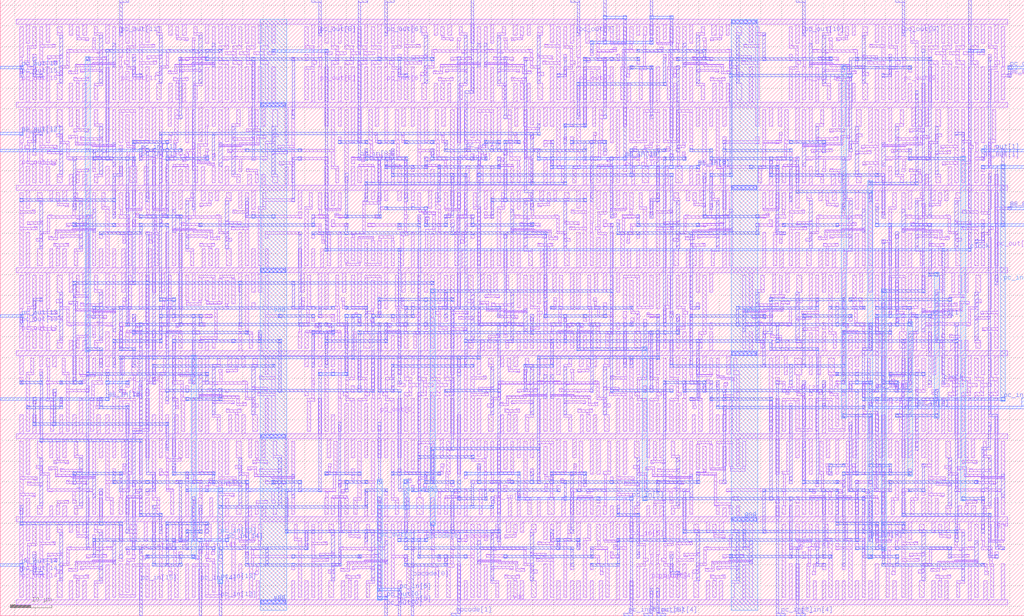
<source format=lef>
VERSION 5.3 ;
   NAMESCASESENSITIVE ON ;
   NOWIREEXTENSIONATPIN ON ;
   DIVIDERCHAR "/" ;
   BUSBITCHARS "[]" ;
UNITS
   DATABASE MICRONS 1000 ;
END UNITS

MACRO program_counter
   CLASS BLOCK ;
   FOREIGN program_counter ;
   ORIGIN 3.5000 2.3000 ;
   SIZE 247.0000 BY 148.6000 ;
   PIN gnd
      PORT
         LAYER metal1 ;
	    RECT 0.4000 140.4000 239.6000 141.6000 ;
	    RECT 2.8000 135.8000 3.6000 140.4000 ;
	    RECT 7.6000 136.0000 8.4000 140.4000 ;
	    RECT 13.2000 137.8000 14.0000 140.4000 ;
	    RECT 16.4000 137.8000 17.4000 140.4000 ;
	    RECT 22.0000 135.8000 22.8000 140.4000 ;
	    RECT 26.8000 135.8000 27.6000 140.4000 ;
	    RECT 31.6000 136.0000 32.4000 140.4000 ;
	    RECT 37.2000 137.8000 38.0000 140.4000 ;
	    RECT 40.4000 137.8000 41.4000 140.4000 ;
	    RECT 46.0000 135.8000 46.8000 140.4000 ;
	    RECT 49.2000 135.8000 50.0000 140.4000 ;
	    RECT 52.4000 135.8000 53.2000 140.4000 ;
	    RECT 55.6000 135.8000 56.4000 140.4000 ;
	    RECT 58.8000 135.8000 59.6000 140.4000 ;
	    RECT 62.0000 135.8000 62.8000 140.4000 ;
	    RECT 71.6000 135.8000 72.4000 140.4000 ;
	    RECT 74.8000 135.8000 75.6000 140.4000 ;
	    RECT 78.0000 135.8000 78.8000 140.4000 ;
	    RECT 81.2000 135.8000 82.0000 140.4000 ;
	    RECT 84.4000 135.8000 85.2000 140.4000 ;
	    RECT 87.6000 135.8000 88.4000 140.4000 ;
	    RECT 90.8000 135.8000 91.6000 140.4000 ;
	    RECT 95.6000 136.0000 96.4000 140.4000 ;
	    RECT 101.2000 137.8000 102.0000 140.4000 ;
	    RECT 104.4000 137.8000 105.4000 140.4000 ;
	    RECT 110.0000 135.8000 110.8000 140.4000 ;
	    RECT 114.8000 135.8000 115.6000 140.4000 ;
	    RECT 120.2000 137.8000 121.2000 140.4000 ;
	    RECT 123.6000 137.8000 124.4000 140.4000 ;
	    RECT 129.2000 136.0000 130.0000 140.4000 ;
	    RECT 134.0000 135.8000 134.8000 140.4000 ;
	    RECT 137.8000 135.8000 138.6000 140.4000 ;
	    RECT 142.0000 137.8000 142.8000 140.4000 ;
	    RECT 145.2000 136.6000 146.0000 140.4000 ;
	    RECT 150.0000 137.8000 150.8000 140.4000 ;
	    RECT 153.2000 137.8000 154.0000 140.4000 ;
	    RECT 156.4000 136.6000 157.2000 140.4000 ;
	    RECT 162.8000 135.8000 163.6000 140.4000 ;
	    RECT 168.2000 137.8000 169.2000 140.4000 ;
	    RECT 171.6000 137.8000 172.4000 140.4000 ;
	    RECT 177.2000 136.0000 178.0000 140.4000 ;
	    RECT 188.4000 135.8000 189.2000 140.4000 ;
	    RECT 193.2000 135.8000 194.0000 140.4000 ;
	    RECT 198.6000 137.8000 199.6000 140.4000 ;
	    RECT 202.0000 137.8000 202.8000 140.4000 ;
	    RECT 207.6000 136.0000 208.4000 140.4000 ;
	    RECT 212.4000 135.8000 213.2000 140.4000 ;
	    RECT 218.8000 135.8000 219.6000 140.4000 ;
	    RECT 220.4000 135.8000 221.2000 140.4000 ;
	    RECT 223.6000 135.8000 224.4000 140.4000 ;
	    RECT 226.8000 135.8000 227.6000 140.4000 ;
	    RECT 230.0000 135.8000 230.8000 140.4000 ;
	    RECT 233.2000 135.8000 234.0000 140.4000 ;
	    RECT 236.4000 135.8000 237.2000 140.4000 ;
	    RECT 2.8000 101.6000 3.6000 106.2000 ;
	    RECT 7.6000 101.6000 8.4000 106.0000 ;
	    RECT 13.2000 101.6000 14.0000 104.2000 ;
	    RECT 16.4000 101.6000 17.4000 104.2000 ;
	    RECT 22.0000 101.6000 22.8000 106.2000 ;
	    RECT 25.2000 101.6000 26.0000 106.2000 ;
	    RECT 31.2000 101.6000 32.0000 106.2000 ;
	    RECT 33.2000 101.6000 34.0000 106.2000 ;
	    RECT 39.6000 101.6000 40.4000 105.4000 ;
	    RECT 45.0000 101.6000 45.8000 106.0000 ;
	    RECT 50.8000 101.6000 51.6000 106.2000 ;
	    RECT 56.2000 101.6000 57.2000 104.2000 ;
	    RECT 59.6000 101.6000 60.4000 104.2000 ;
	    RECT 65.2000 101.6000 66.0000 106.0000 ;
	    RECT 74.8000 101.6000 75.6000 106.2000 ;
	    RECT 81.2000 101.6000 82.0000 106.2000 ;
	    RECT 84.4000 101.6000 85.2000 105.4000 ;
	    RECT 90.8000 101.6000 91.6000 105.4000 ;
	    RECT 95.6000 101.6000 96.4000 104.2000 ;
	    RECT 100.4000 101.6000 101.2000 105.4000 ;
	    RECT 106.8000 101.6000 107.6000 106.2000 ;
	    RECT 108.8000 101.6000 109.6000 106.2000 ;
	    RECT 114.8000 101.6000 115.6000 106.2000 ;
	    RECT 118.0000 101.6000 118.8000 105.4000 ;
	    RECT 127.6000 101.6000 128.4000 108.2000 ;
	    RECT 129.2000 101.6000 130.0000 106.2000 ;
	    RECT 137.2000 101.6000 138.0000 106.2000 ;
	    RECT 142.0000 101.6000 142.8000 105.4000 ;
	    RECT 146.8000 101.6000 147.6000 104.2000 ;
	    RECT 148.8000 101.6000 149.6000 106.2000 ;
	    RECT 154.8000 101.6000 155.6000 106.2000 ;
	    RECT 156.8000 101.6000 157.6000 106.2000 ;
	    RECT 162.8000 101.6000 163.6000 106.2000 ;
	    RECT 164.4000 101.6000 165.2000 104.2000 ;
	    RECT 167.6000 101.6000 168.4000 106.2000 ;
	    RECT 182.0000 101.6000 182.8000 106.2000 ;
	    RECT 186.8000 101.6000 187.6000 105.4000 ;
	    RECT 191.6000 101.6000 192.4000 106.2000 ;
	    RECT 197.0000 101.6000 198.0000 104.2000 ;
	    RECT 200.4000 101.6000 201.2000 104.2000 ;
	    RECT 206.0000 101.6000 206.8000 106.0000 ;
	    RECT 210.8000 101.6000 211.6000 106.2000 ;
	    RECT 216.2000 101.6000 217.2000 104.2000 ;
	    RECT 219.6000 101.6000 220.4000 104.2000 ;
	    RECT 225.2000 101.6000 226.0000 106.0000 ;
	    RECT 230.0000 101.6000 230.8000 106.2000 ;
	    RECT 233.2000 101.6000 234.0000 104.2000 ;
	    RECT 236.4000 101.6000 237.2000 104.2000 ;
	    RECT 0.4000 100.4000 239.6000 101.6000 ;
	    RECT 2.8000 96.0000 3.6000 100.4000 ;
	    RECT 8.4000 97.8000 9.2000 100.4000 ;
	    RECT 11.6000 97.8000 12.6000 100.4000 ;
	    RECT 17.2000 95.8000 18.0000 100.4000 ;
	    RECT 23.6000 95.8000 24.4000 100.4000 ;
	    RECT 28.4000 96.6000 29.2000 100.4000 ;
	    RECT 34.8000 96.6000 35.6000 100.4000 ;
	    RECT 39.6000 95.8000 40.4000 100.4000 ;
	    RECT 45.0000 97.8000 46.0000 100.4000 ;
	    RECT 48.4000 97.8000 49.2000 100.4000 ;
	    RECT 54.0000 96.0000 54.8000 100.4000 ;
	    RECT 57.2000 95.8000 58.0000 100.4000 ;
	    RECT 68.4000 95.8000 69.2000 100.4000 ;
	    RECT 76.4000 96.6000 77.2000 100.4000 ;
	    RECT 86.0000 98.2000 86.8000 100.4000 ;
	    RECT 89.2000 97.8000 90.0000 100.4000 ;
	    RECT 92.4000 97.8000 93.2000 100.4000 ;
	    RECT 95.6000 97.8000 96.4000 100.4000 ;
	    RECT 99.8000 96.0000 100.6000 100.4000 ;
	    RECT 105.2000 96.6000 106.0000 100.4000 ;
	    RECT 113.2000 95.8000 114.0000 100.4000 ;
	    RECT 114.8000 95.8000 115.6000 100.4000 ;
	    RECT 121.2000 95.8000 122.0000 100.4000 ;
	    RECT 126.6000 97.8000 127.6000 100.4000 ;
	    RECT 130.0000 97.8000 130.8000 100.4000 ;
	    RECT 135.6000 96.0000 136.4000 100.4000 ;
	    RECT 140.4000 95.8000 141.2000 100.4000 ;
	    RECT 145.2000 96.6000 146.0000 100.4000 ;
	    RECT 153.2000 95.8000 154.0000 100.4000 ;
	    RECT 156.4000 96.0000 157.2000 100.4000 ;
	    RECT 162.0000 97.8000 162.8000 100.4000 ;
	    RECT 165.2000 97.8000 166.2000 100.4000 ;
	    RECT 170.8000 95.8000 171.6000 100.4000 ;
	    RECT 182.0000 96.6000 182.8000 100.4000 ;
	    RECT 188.4000 96.0000 189.2000 100.4000 ;
	    RECT 194.0000 97.8000 194.8000 100.4000 ;
	    RECT 197.2000 97.8000 198.2000 100.4000 ;
	    RECT 202.8000 95.8000 203.6000 100.4000 ;
	    RECT 207.6000 97.8000 208.4000 100.4000 ;
	    RECT 209.2000 95.8000 210.0000 100.4000 ;
	    RECT 215.6000 95.8000 216.4000 100.4000 ;
	    RECT 221.0000 97.8000 222.0000 100.4000 ;
	    RECT 224.4000 97.8000 225.2000 100.4000 ;
	    RECT 230.0000 96.0000 230.8000 100.4000 ;
	    RECT 234.8000 95.8000 235.6000 100.4000 ;
	    RECT 2.8000 61.6000 3.6000 66.2000 ;
	    RECT 7.6000 61.6000 8.4000 66.0000 ;
	    RECT 13.2000 61.6000 14.0000 64.2000 ;
	    RECT 16.4000 61.6000 17.4000 64.2000 ;
	    RECT 22.0000 61.6000 22.8000 66.2000 ;
	    RECT 28.4000 61.6000 29.2000 65.4000 ;
	    RECT 33.2000 61.6000 34.0000 64.2000 ;
	    RECT 38.0000 61.6000 38.8000 65.4000 ;
	    RECT 42.8000 61.6000 43.6000 64.2000 ;
	    RECT 46.0000 61.6000 46.8000 63.8000 ;
	    RECT 54.0000 61.6000 54.8000 66.2000 ;
	    RECT 58.8000 61.6000 59.6000 64.2000 ;
	    RECT 71.6000 61.6000 72.4000 65.4000 ;
	    RECT 76.4000 61.6000 77.2000 65.4000 ;
	    RECT 81.6000 61.6000 82.4000 66.2000 ;
	    RECT 87.6000 61.6000 88.4000 66.2000 ;
	    RECT 90.8000 61.6000 91.6000 65.4000 ;
	    RECT 98.8000 61.6000 99.6000 66.2000 ;
	    RECT 102.0000 61.6000 102.8000 66.2000 ;
	    RECT 106.8000 61.6000 107.6000 66.0000 ;
	    RECT 112.4000 61.6000 113.2000 64.2000 ;
	    RECT 115.6000 61.6000 116.6000 64.2000 ;
	    RECT 121.2000 61.6000 122.0000 66.2000 ;
	    RECT 126.0000 61.6000 126.8000 66.2000 ;
	    RECT 132.4000 61.6000 133.2000 65.4000 ;
	    RECT 137.2000 61.6000 138.0000 65.4000 ;
	    RECT 145.2000 61.6000 146.0000 66.2000 ;
	    RECT 146.8000 61.6000 147.6000 66.2000 ;
	    RECT 152.8000 61.6000 153.6000 66.2000 ;
	    RECT 154.8000 61.6000 155.6000 64.2000 ;
	    RECT 158.0000 61.6000 158.8000 64.2000 ;
	    RECT 161.2000 61.6000 162.0000 66.2000 ;
	    RECT 167.6000 61.6000 168.4000 66.2000 ;
	    RECT 177.2000 61.6000 178.0000 66.2000 ;
	    RECT 182.6000 61.6000 183.6000 64.2000 ;
	    RECT 186.0000 61.6000 186.8000 64.2000 ;
	    RECT 191.6000 61.6000 192.4000 66.0000 ;
	    RECT 194.8000 61.6000 195.6000 66.2000 ;
	    RECT 201.2000 61.6000 202.0000 65.4000 ;
	    RECT 206.0000 61.6000 206.8000 66.2000 ;
	    RECT 210.8000 61.6000 211.6000 66.2000 ;
	    RECT 216.8000 61.6000 217.6000 66.2000 ;
	    RECT 220.4000 61.6000 221.2000 66.2000 ;
	    RECT 225.8000 61.6000 226.8000 64.2000 ;
	    RECT 229.2000 61.6000 230.0000 64.2000 ;
	    RECT 234.8000 61.6000 235.6000 66.0000 ;
	    RECT 0.4000 60.4000 239.6000 61.6000 ;
	    RECT 1.2000 55.8000 2.0000 60.4000 ;
	    RECT 6.0000 57.8000 6.8000 60.4000 ;
	    RECT 9.2000 57.8000 10.0000 60.4000 ;
	    RECT 14.0000 55.8000 14.8000 60.4000 ;
	    RECT 17.2000 56.6000 18.0000 60.4000 ;
	    RECT 22.0000 57.8000 22.8000 60.4000 ;
	    RECT 25.6000 55.8000 26.4000 60.4000 ;
	    RECT 31.6000 55.8000 32.4000 60.4000 ;
	    RECT 33.2000 55.8000 34.0000 60.4000 ;
	    RECT 41.2000 56.6000 42.0000 60.4000 ;
	    RECT 46.0000 55.8000 46.8000 60.4000 ;
	    RECT 51.4000 57.8000 52.4000 60.4000 ;
	    RECT 54.8000 57.8000 55.6000 60.4000 ;
	    RECT 60.4000 56.0000 61.2000 60.4000 ;
	    RECT 70.0000 57.8000 70.8000 60.4000 ;
	    RECT 73.2000 57.8000 74.0000 60.4000 ;
	    RECT 76.4000 57.8000 77.2000 60.4000 ;
	    RECT 79.6000 55.8000 80.4000 60.4000 ;
	    RECT 84.4000 55.8000 85.2000 60.4000 ;
	    RECT 89.2000 55.8000 90.0000 60.4000 ;
	    RECT 92.4000 55.8000 93.2000 60.4000 ;
	    RECT 95.6000 55.8000 96.4000 60.4000 ;
	    RECT 98.8000 55.8000 99.6000 60.4000 ;
	    RECT 102.0000 55.8000 102.8000 60.4000 ;
	    RECT 105.2000 55.8000 106.0000 60.4000 ;
	    RECT 106.8000 57.8000 107.6000 60.4000 ;
	    RECT 111.6000 56.0000 112.4000 60.4000 ;
	    RECT 117.2000 57.8000 118.0000 60.4000 ;
	    RECT 120.4000 57.8000 121.4000 60.4000 ;
	    RECT 126.0000 55.8000 126.8000 60.4000 ;
	    RECT 130.8000 55.8000 131.6000 60.4000 ;
	    RECT 136.2000 57.8000 137.2000 60.4000 ;
	    RECT 139.6000 57.8000 140.4000 60.4000 ;
	    RECT 145.2000 56.0000 146.0000 60.4000 ;
	    RECT 150.0000 55.8000 150.8000 60.4000 ;
	    RECT 154.8000 55.8000 155.6000 60.4000 ;
	    RECT 159.6000 55.8000 160.4000 60.4000 ;
	    RECT 166.0000 56.6000 166.8000 60.4000 ;
	    RECT 171.8000 56.0000 172.6000 60.4000 ;
	    RECT 183.6000 55.8000 184.4000 60.4000 ;
	    RECT 185.6000 55.8000 186.4000 60.4000 ;
	    RECT 191.6000 55.8000 192.4000 60.4000 ;
	    RECT 193.6000 55.8000 194.4000 60.4000 ;
	    RECT 199.6000 55.8000 200.4000 60.4000 ;
	    RECT 202.8000 57.8000 203.6000 60.4000 ;
	    RECT 209.2000 53.8000 210.0000 60.4000 ;
	    RECT 212.4000 56.6000 213.2000 60.4000 ;
	    RECT 217.2000 57.8000 218.0000 60.4000 ;
	    RECT 221.4000 55.8000 222.2000 60.4000 ;
	    RECT 223.6000 55.8000 224.4000 60.4000 ;
	    RECT 226.8000 55.8000 227.6000 60.4000 ;
	    RECT 230.0000 55.8000 230.8000 60.4000 ;
	    RECT 233.2000 55.8000 234.0000 60.4000 ;
	    RECT 236.4000 55.8000 237.2000 60.4000 ;
	    RECT 2.8000 21.6000 3.6000 26.0000 ;
	    RECT 8.4000 21.6000 9.2000 24.2000 ;
	    RECT 11.6000 21.6000 12.6000 24.2000 ;
	    RECT 17.2000 21.6000 18.0000 26.2000 ;
	    RECT 20.4000 21.6000 21.2000 26.2000 ;
	    RECT 28.4000 21.6000 29.2000 25.4000 ;
	    RECT 31.6000 21.6000 32.4000 26.2000 ;
	    RECT 41.2000 21.6000 42.0000 28.2000 ;
	    RECT 42.8000 21.6000 43.6000 24.2000 ;
	    RECT 47.0000 21.6000 47.8000 26.2000 ;
	    RECT 50.8000 21.6000 51.6000 26.0000 ;
	    RECT 56.4000 21.6000 57.2000 24.2000 ;
	    RECT 59.6000 21.6000 60.6000 24.2000 ;
	    RECT 65.2000 21.6000 66.0000 26.2000 ;
	    RECT 78.0000 21.6000 78.8000 25.4000 ;
	    RECT 84.4000 21.6000 85.2000 26.2000 ;
	    RECT 87.6000 21.6000 88.4000 24.2000 ;
	    RECT 89.2000 21.6000 90.0000 26.2000 ;
	    RECT 94.4000 21.6000 95.2000 26.2000 ;
	    RECT 100.4000 21.6000 101.2000 26.2000 ;
	    RECT 105.2000 21.6000 106.0000 25.4000 ;
	    RECT 108.4000 21.6000 109.2000 28.2000 ;
	    RECT 114.8000 21.6000 115.6000 24.2000 ;
	    RECT 119.0000 21.6000 119.8000 26.2000 ;
	    RECT 121.2000 21.6000 122.0000 26.2000 ;
	    RECT 126.0000 21.6000 126.8000 26.2000 ;
	    RECT 132.0000 21.6000 132.8000 26.2000 ;
	    RECT 137.2000 21.6000 138.0000 25.4000 ;
	    RECT 140.4000 21.6000 141.2000 24.2000 ;
	    RECT 143.6000 21.6000 144.4000 24.2000 ;
	    RECT 146.8000 21.6000 147.6000 26.0000 ;
	    RECT 152.4000 21.6000 153.2000 24.2000 ;
	    RECT 155.6000 21.6000 156.6000 24.2000 ;
	    RECT 161.2000 21.6000 162.0000 26.2000 ;
	    RECT 170.8000 21.6000 171.6000 23.8000 ;
	    RECT 174.0000 21.6000 174.8000 24.2000 ;
	    RECT 183.6000 21.6000 184.4000 24.2000 ;
	    RECT 186.8000 21.6000 187.6000 24.2000 ;
	    RECT 188.4000 21.6000 189.2000 24.2000 ;
	    RECT 193.2000 21.6000 194.0000 25.4000 ;
	    RECT 199.6000 21.6000 200.4000 25.4000 ;
	    RECT 206.0000 21.6000 206.8000 25.4000 ;
	    RECT 214.0000 21.6000 214.8000 26.2000 ;
	    RECT 218.8000 21.6000 219.6000 26.2000 ;
	    RECT 222.0000 21.6000 222.8000 26.0000 ;
	    RECT 227.6000 21.6000 228.4000 24.2000 ;
	    RECT 230.8000 21.6000 231.8000 24.2000 ;
	    RECT 236.4000 21.6000 237.2000 26.2000 ;
	    RECT 0.4000 20.4000 239.6000 21.6000 ;
	    RECT 2.8000 15.8000 3.6000 20.4000 ;
	    RECT 7.6000 16.0000 8.4000 20.4000 ;
	    RECT 13.2000 17.8000 14.0000 20.4000 ;
	    RECT 16.4000 17.8000 17.4000 20.4000 ;
	    RECT 22.0000 15.8000 22.8000 20.4000 ;
	    RECT 25.2000 15.8000 26.0000 20.4000 ;
	    RECT 31.2000 15.8000 32.0000 20.4000 ;
	    RECT 33.2000 17.8000 34.0000 20.4000 ;
	    RECT 39.6000 16.6000 40.4000 20.4000 ;
	    RECT 43.2000 15.8000 44.0000 20.4000 ;
	    RECT 49.2000 15.8000 50.0000 20.4000 ;
	    RECT 50.8000 17.8000 51.6000 20.4000 ;
	    RECT 55.6000 16.6000 56.4000 20.4000 ;
	    RECT 70.0000 15.8000 70.8000 20.4000 ;
	    RECT 73.2000 16.0000 74.0000 20.4000 ;
	    RECT 78.8000 17.8000 79.6000 20.4000 ;
	    RECT 82.0000 17.8000 83.0000 20.4000 ;
	    RECT 87.6000 15.8000 88.4000 20.4000 ;
	    RECT 92.4000 17.8000 93.2000 20.4000 ;
	    RECT 94.0000 17.8000 94.8000 20.4000 ;
	    RECT 97.2000 17.8000 98.0000 20.4000 ;
	    RECT 98.8000 17.8000 99.6000 20.4000 ;
	    RECT 102.0000 17.8000 102.8000 20.4000 ;
	    RECT 103.6000 17.8000 104.4000 20.4000 ;
	    RECT 106.8000 17.8000 107.6000 20.4000 ;
	    RECT 108.4000 17.8000 109.2000 20.4000 ;
	    RECT 113.2000 15.8000 114.0000 20.4000 ;
	    RECT 118.6000 17.8000 119.6000 20.4000 ;
	    RECT 122.0000 17.8000 122.8000 20.4000 ;
	    RECT 127.6000 16.0000 128.4000 20.4000 ;
	    RECT 130.8000 15.8000 131.6000 20.4000 ;
	    RECT 135.6000 15.8000 136.4000 20.4000 ;
	    RECT 143.6000 16.6000 144.4000 20.4000 ;
	    RECT 148.4000 17.8000 149.2000 20.4000 ;
	    RECT 151.6000 15.8000 152.4000 20.4000 ;
	    RECT 156.4000 15.8000 157.2000 20.4000 ;
	    RECT 161.2000 16.0000 162.0000 20.4000 ;
	    RECT 166.8000 17.8000 167.6000 20.4000 ;
	    RECT 170.0000 17.8000 171.0000 20.4000 ;
	    RECT 175.6000 15.8000 176.4000 20.4000 ;
	    RECT 186.8000 15.8000 187.6000 20.4000 ;
	    RECT 190.0000 16.6000 190.8000 20.4000 ;
	    RECT 198.0000 15.8000 198.8000 20.4000 ;
	    RECT 202.8000 15.8000 203.6000 20.4000 ;
	    RECT 206.0000 17.8000 206.8000 20.4000 ;
	    RECT 209.2000 16.6000 210.0000 20.4000 ;
	    RECT 215.6000 16.0000 216.4000 20.4000 ;
	    RECT 221.2000 17.8000 222.0000 20.4000 ;
	    RECT 224.4000 17.8000 225.4000 20.4000 ;
	    RECT 230.0000 15.8000 230.8000 20.4000 ;
	    RECT 236.4000 16.6000 237.2000 20.4000 ;
         LAYER metal2 ;
	    RECT 175.4000 141.4000 176.6000 141.6000 ;
	    RECT 173.1000 140.6000 178.9000 141.4000 ;
	    RECT 175.4000 140.4000 176.6000 140.6000 ;
	    RECT 175.4000 101.4000 176.6000 101.6000 ;
	    RECT 173.1000 100.6000 178.9000 101.4000 ;
	    RECT 175.4000 100.4000 176.6000 100.6000 ;
	    RECT 175.4000 61.4000 176.6000 61.6000 ;
	    RECT 173.1000 60.6000 178.9000 61.4000 ;
	    RECT 175.4000 60.4000 176.6000 60.6000 ;
	    RECT 175.4000 21.4000 176.6000 21.6000 ;
	    RECT 173.1000 20.6000 178.9000 21.4000 ;
	    RECT 175.4000 20.4000 176.6000 20.6000 ;
         LAYER metal3 ;
	    RECT 173.0000 140.4000 179.0000 141.6000 ;
	    RECT 173.0000 100.4000 179.0000 101.6000 ;
	    RECT 173.0000 60.4000 179.0000 61.6000 ;
	    RECT 173.0000 20.4000 179.0000 21.6000 ;
         LAYER metal4 ;
	    RECT 172.8000 -1.0000 179.2000 141.6000 ;
      END
   END gnd
   PIN vdd
      PORT
         LAYER metal1 ;
	    RECT 2.8000 121.6000 3.6000 129.0000 ;
	    RECT 7.6000 121.6000 8.4000 130.2000 ;
	    RECT 13.2000 121.6000 14.0000 126.2000 ;
	    RECT 16.4000 121.6000 17.2000 126.2000 ;
	    RECT 22.0000 121.6000 22.8000 130.0000 ;
	    RECT 26.8000 121.6000 27.6000 129.0000 ;
	    RECT 31.6000 121.6000 32.4000 130.2000 ;
	    RECT 37.2000 121.6000 38.0000 126.2000 ;
	    RECT 40.4000 121.6000 41.2000 126.2000 ;
	    RECT 46.0000 121.6000 46.8000 130.0000 ;
	    RECT 49.2000 121.6000 50.0000 130.2000 ;
	    RECT 52.4000 121.6000 53.2000 130.2000 ;
	    RECT 55.6000 121.6000 56.4000 130.2000 ;
	    RECT 58.8000 121.6000 59.6000 130.2000 ;
	    RECT 62.0000 121.6000 62.8000 130.2000 ;
	    RECT 71.6000 121.6000 72.4000 129.0000 ;
	    RECT 74.8000 121.6000 75.6000 130.2000 ;
	    RECT 78.0000 121.6000 78.8000 130.2000 ;
	    RECT 81.2000 121.6000 82.0000 130.2000 ;
	    RECT 84.4000 121.6000 85.2000 130.2000 ;
	    RECT 87.6000 121.6000 88.4000 130.2000 ;
	    RECT 90.8000 121.6000 91.6000 129.0000 ;
	    RECT 95.6000 121.6000 96.4000 130.2000 ;
	    RECT 101.2000 121.6000 102.0000 126.2000 ;
	    RECT 104.4000 121.6000 105.2000 126.2000 ;
	    RECT 110.0000 121.6000 110.8000 130.0000 ;
	    RECT 114.8000 121.6000 115.6000 130.0000 ;
	    RECT 120.4000 121.6000 121.2000 126.2000 ;
	    RECT 123.6000 121.6000 124.4000 126.2000 ;
	    RECT 129.2000 121.6000 130.0000 130.2000 ;
	    RECT 134.0000 121.6000 134.8000 129.0000 ;
	    RECT 138.8000 121.6000 139.6000 129.0000 ;
	    RECT 143.6000 121.6000 144.4000 130.2000 ;
	    RECT 147.8000 121.6000 148.6000 126.2000 ;
	    RECT 153.2000 121.6000 154.0000 130.2000 ;
	    RECT 154.8000 121.6000 155.6000 130.2000 ;
	    RECT 159.0000 121.6000 159.8000 126.2000 ;
	    RECT 162.8000 121.6000 163.6000 130.0000 ;
	    RECT 168.4000 121.6000 169.2000 126.2000 ;
	    RECT 171.6000 121.6000 172.4000 126.2000 ;
	    RECT 177.2000 121.6000 178.0000 130.2000 ;
	    RECT 188.4000 121.6000 189.2000 129.0000 ;
	    RECT 193.2000 121.6000 194.0000 130.0000 ;
	    RECT 198.8000 121.6000 199.6000 126.2000 ;
	    RECT 202.0000 121.6000 202.8000 126.2000 ;
	    RECT 207.6000 121.6000 208.4000 130.2000 ;
	    RECT 212.4000 121.6000 213.2000 129.0000 ;
	    RECT 215.6000 121.6000 216.4000 126.2000 ;
	    RECT 218.8000 121.6000 219.6000 126.2000 ;
	    RECT 220.4000 121.6000 221.2000 130.2000 ;
	    RECT 223.6000 121.6000 224.4000 130.2000 ;
	    RECT 226.8000 121.6000 227.6000 130.2000 ;
	    RECT 230.0000 121.6000 230.8000 130.2000 ;
	    RECT 233.2000 121.6000 234.0000 130.2000 ;
	    RECT 236.4000 121.6000 237.2000 129.0000 ;
	    RECT 0.4000 120.4000 239.6000 121.6000 ;
	    RECT 2.8000 113.0000 3.6000 120.4000 ;
	    RECT 7.6000 111.8000 8.4000 120.4000 ;
	    RECT 13.2000 115.8000 14.0000 120.4000 ;
	    RECT 16.4000 115.8000 17.2000 120.4000 ;
	    RECT 22.0000 112.0000 22.8000 120.4000 ;
	    RECT 30.0000 113.0000 30.8000 120.4000 ;
	    RECT 33.2000 111.8000 34.0000 120.4000 ;
	    RECT 37.0000 115.8000 37.8000 120.4000 ;
	    RECT 41.2000 111.8000 42.0000 120.4000 ;
	    RECT 44.4000 112.2000 45.2000 120.4000 ;
	    RECT 47.6000 115.8000 48.4000 120.4000 ;
	    RECT 50.8000 112.0000 51.6000 120.4000 ;
	    RECT 56.4000 115.8000 57.2000 120.4000 ;
	    RECT 59.6000 115.8000 60.4000 120.4000 ;
	    RECT 65.2000 111.8000 66.0000 120.4000 ;
	    RECT 74.8000 115.8000 75.6000 120.4000 ;
	    RECT 78.0000 115.8000 78.8000 120.4000 ;
	    RECT 81.2000 111.8000 82.0000 120.4000 ;
	    RECT 82.8000 111.8000 83.6000 120.4000 ;
	    RECT 87.0000 115.8000 87.8000 120.4000 ;
	    RECT 89.2000 111.8000 90.0000 120.4000 ;
	    RECT 93.4000 115.8000 94.2000 120.4000 ;
	    RECT 95.6000 115.8000 96.4000 120.4000 ;
	    RECT 98.8000 111.8000 99.6000 120.4000 ;
	    RECT 103.0000 115.8000 103.8000 120.4000 ;
	    RECT 106.8000 111.8000 107.6000 120.4000 ;
	    RECT 110.0000 113.0000 110.8000 120.4000 ;
	    RECT 116.4000 111.8000 117.2000 120.4000 ;
	    RECT 120.6000 115.8000 121.4000 120.4000 ;
	    RECT 124.4000 116.2000 125.2000 120.4000 ;
	    RECT 127.6000 115.8000 128.4000 120.4000 ;
	    RECT 129.2000 115.8000 130.0000 120.4000 ;
	    RECT 132.4000 115.8000 133.2000 120.4000 ;
	    RECT 134.0000 115.8000 134.8000 120.4000 ;
	    RECT 137.2000 115.8000 138.0000 120.4000 ;
	    RECT 139.4000 115.8000 140.2000 120.4000 ;
	    RECT 143.6000 111.8000 144.4000 120.4000 ;
	    RECT 146.8000 115.8000 147.6000 120.4000 ;
	    RECT 150.0000 113.0000 150.8000 120.4000 ;
	    RECT 158.0000 113.0000 158.8000 120.4000 ;
	    RECT 164.4000 115.8000 165.2000 120.4000 ;
	    RECT 167.6000 115.8000 168.4000 120.4000 ;
	    RECT 170.8000 115.8000 171.6000 120.4000 ;
	    RECT 178.8000 115.8000 179.6000 120.4000 ;
	    RECT 182.0000 115.8000 182.8000 120.4000 ;
	    RECT 184.2000 115.8000 185.0000 120.4000 ;
	    RECT 188.4000 111.8000 189.2000 120.4000 ;
	    RECT 191.6000 112.0000 192.4000 120.4000 ;
	    RECT 197.2000 115.8000 198.0000 120.4000 ;
	    RECT 200.4000 115.8000 201.2000 120.4000 ;
	    RECT 206.0000 111.8000 206.8000 120.4000 ;
	    RECT 210.8000 112.0000 211.6000 120.4000 ;
	    RECT 216.4000 115.8000 217.2000 120.4000 ;
	    RECT 219.6000 115.8000 220.4000 120.4000 ;
	    RECT 225.2000 111.8000 226.0000 120.4000 ;
	    RECT 230.0000 113.0000 230.8000 120.4000 ;
	    RECT 233.2000 111.8000 234.0000 120.4000 ;
	    RECT 2.8000 81.6000 3.6000 90.2000 ;
	    RECT 8.4000 81.6000 9.2000 86.2000 ;
	    RECT 11.6000 81.6000 12.4000 86.2000 ;
	    RECT 17.2000 81.6000 18.0000 90.0000 ;
	    RECT 20.4000 81.6000 21.2000 86.2000 ;
	    RECT 23.6000 81.6000 24.4000 86.2000 ;
	    RECT 25.8000 81.6000 26.6000 86.2000 ;
	    RECT 30.0000 81.6000 30.8000 90.2000 ;
	    RECT 32.2000 81.6000 33.0000 86.2000 ;
	    RECT 36.4000 81.6000 37.2000 90.2000 ;
	    RECT 39.6000 81.6000 40.4000 90.0000 ;
	    RECT 45.2000 81.6000 46.0000 86.2000 ;
	    RECT 48.4000 81.6000 49.2000 86.2000 ;
	    RECT 54.0000 81.6000 54.8000 90.2000 ;
	    RECT 57.2000 81.6000 58.0000 86.2000 ;
	    RECT 60.4000 81.6000 61.2000 86.2000 ;
	    RECT 68.4000 81.6000 69.2000 86.2000 ;
	    RECT 71.6000 81.6000 72.4000 86.2000 ;
	    RECT 73.8000 81.6000 74.6000 86.2000 ;
	    RECT 78.0000 81.6000 78.8000 90.2000 ;
	    RECT 89.2000 81.6000 90.0000 88.2000 ;
	    RECT 95.6000 81.6000 96.4000 90.2000 ;
	    RECT 97.2000 81.6000 98.0000 86.2000 ;
	    RECT 100.4000 81.6000 101.2000 89.8000 ;
	    RECT 103.6000 81.6000 104.4000 90.2000 ;
	    RECT 107.8000 81.6000 108.6000 86.2000 ;
	    RECT 110.0000 81.6000 110.8000 86.2000 ;
	    RECT 113.2000 81.6000 114.0000 86.2000 ;
	    RECT 114.8000 81.6000 115.6000 86.2000 ;
	    RECT 118.0000 81.6000 118.8000 86.2000 ;
	    RECT 121.2000 81.6000 122.0000 90.0000 ;
	    RECT 126.8000 81.6000 127.6000 86.2000 ;
	    RECT 130.0000 81.6000 130.8000 86.2000 ;
	    RECT 135.6000 81.6000 136.4000 90.2000 ;
	    RECT 140.4000 81.6000 141.2000 89.0000 ;
	    RECT 143.6000 81.6000 144.4000 90.2000 ;
	    RECT 147.8000 81.6000 148.6000 86.2000 ;
	    RECT 150.0000 81.6000 150.8000 86.2000 ;
	    RECT 153.2000 81.6000 154.0000 86.2000 ;
	    RECT 156.4000 81.6000 157.2000 90.2000 ;
	    RECT 162.0000 81.6000 162.8000 86.2000 ;
	    RECT 165.2000 81.6000 166.0000 86.2000 ;
	    RECT 170.8000 81.6000 171.6000 90.0000 ;
	    RECT 180.4000 81.6000 181.2000 90.2000 ;
	    RECT 184.6000 81.6000 185.4000 86.2000 ;
	    RECT 188.4000 81.6000 189.2000 90.2000 ;
	    RECT 194.0000 81.6000 194.8000 86.2000 ;
	    RECT 197.2000 81.6000 198.0000 86.2000 ;
	    RECT 202.8000 81.6000 203.6000 90.0000 ;
	    RECT 207.6000 81.6000 208.4000 86.2000 ;
	    RECT 209.2000 81.6000 210.0000 86.2000 ;
	    RECT 212.4000 81.6000 213.2000 86.2000 ;
	    RECT 215.6000 81.6000 216.4000 90.0000 ;
	    RECT 221.2000 81.6000 222.0000 86.2000 ;
	    RECT 224.4000 81.6000 225.2000 86.2000 ;
	    RECT 230.0000 81.6000 230.8000 90.2000 ;
	    RECT 234.8000 81.6000 235.6000 89.0000 ;
	    RECT 0.4000 80.4000 239.6000 81.6000 ;
	    RECT 2.8000 73.0000 3.6000 80.4000 ;
	    RECT 7.6000 71.8000 8.4000 80.4000 ;
	    RECT 13.2000 75.8000 14.0000 80.4000 ;
	    RECT 16.4000 75.8000 17.2000 80.4000 ;
	    RECT 22.0000 72.0000 22.8000 80.4000 ;
	    RECT 25.8000 75.8000 26.6000 80.4000 ;
	    RECT 30.0000 71.8000 30.8000 80.4000 ;
	    RECT 33.2000 75.8000 34.0000 80.4000 ;
	    RECT 35.4000 75.8000 36.2000 80.4000 ;
	    RECT 39.6000 71.8000 40.4000 80.4000 ;
	    RECT 42.8000 73.8000 43.6000 80.4000 ;
	    RECT 54.0000 75.8000 54.8000 80.4000 ;
	    RECT 57.2000 75.8000 58.0000 80.4000 ;
	    RECT 58.8000 75.8000 59.6000 80.4000 ;
	    RECT 69.0000 75.8000 69.8000 80.4000 ;
	    RECT 73.2000 71.8000 74.0000 80.4000 ;
	    RECT 74.8000 71.8000 75.6000 80.4000 ;
	    RECT 79.0000 75.8000 79.8000 80.4000 ;
	    RECT 82.8000 73.0000 83.6000 80.4000 ;
	    RECT 89.2000 71.8000 90.0000 80.4000 ;
	    RECT 93.4000 75.8000 94.2000 80.4000 ;
	    RECT 95.6000 75.8000 96.4000 80.4000 ;
	    RECT 98.8000 75.8000 99.6000 80.4000 ;
	    RECT 102.0000 73.0000 102.8000 80.4000 ;
	    RECT 106.8000 71.8000 107.6000 80.4000 ;
	    RECT 112.4000 75.8000 113.2000 80.4000 ;
	    RECT 115.6000 75.8000 116.4000 80.4000 ;
	    RECT 121.2000 72.0000 122.0000 80.4000 ;
	    RECT 126.0000 73.0000 126.8000 80.4000 ;
	    RECT 129.8000 75.8000 130.6000 80.4000 ;
	    RECT 134.0000 71.8000 134.8000 80.4000 ;
	    RECT 135.6000 71.8000 136.4000 80.4000 ;
	    RECT 139.8000 75.8000 140.6000 80.4000 ;
	    RECT 142.0000 75.8000 142.8000 80.4000 ;
	    RECT 145.2000 75.8000 146.0000 80.4000 ;
	    RECT 151.6000 73.0000 152.4000 80.4000 ;
	    RECT 154.8000 71.8000 155.6000 80.4000 ;
	    RECT 161.2000 73.0000 162.0000 80.4000 ;
	    RECT 164.4000 75.8000 165.2000 80.4000 ;
	    RECT 167.6000 75.8000 168.4000 80.4000 ;
	    RECT 177.2000 72.0000 178.0000 80.4000 ;
	    RECT 182.8000 75.8000 183.6000 80.4000 ;
	    RECT 186.0000 75.8000 186.8000 80.4000 ;
	    RECT 191.6000 71.8000 192.4000 80.4000 ;
	    RECT 194.8000 75.8000 195.6000 80.4000 ;
	    RECT 198.0000 75.8000 198.8000 80.4000 ;
	    RECT 199.6000 71.8000 200.4000 80.4000 ;
	    RECT 203.8000 75.8000 204.6000 80.4000 ;
	    RECT 206.0000 75.8000 206.8000 80.4000 ;
	    RECT 209.2000 75.8000 210.0000 80.4000 ;
	    RECT 215.6000 73.0000 216.4000 80.4000 ;
	    RECT 220.4000 72.0000 221.2000 80.4000 ;
	    RECT 226.0000 75.8000 226.8000 80.4000 ;
	    RECT 229.2000 75.8000 230.0000 80.4000 ;
	    RECT 234.8000 71.8000 235.6000 80.4000 ;
	    RECT 1.2000 41.6000 2.0000 46.2000 ;
	    RECT 4.4000 41.6000 5.2000 46.2000 ;
	    RECT 6.0000 41.6000 6.8000 50.2000 ;
	    RECT 10.8000 41.6000 11.6000 46.2000 ;
	    RECT 14.0000 41.6000 14.8000 46.2000 ;
	    RECT 15.6000 41.6000 16.4000 50.2000 ;
	    RECT 19.8000 41.6000 20.6000 46.2000 ;
	    RECT 22.0000 41.6000 22.8000 46.2000 ;
	    RECT 26.8000 41.6000 27.6000 49.0000 ;
	    RECT 33.2000 41.6000 34.0000 46.2000 ;
	    RECT 36.4000 41.6000 37.2000 46.2000 ;
	    RECT 38.6000 41.6000 39.4000 46.2000 ;
	    RECT 42.8000 41.6000 43.6000 50.2000 ;
	    RECT 46.0000 41.6000 46.8000 50.0000 ;
	    RECT 51.6000 41.6000 52.4000 46.2000 ;
	    RECT 54.8000 41.6000 55.6000 46.2000 ;
	    RECT 60.4000 41.6000 61.2000 50.2000 ;
	    RECT 73.2000 41.6000 74.0000 50.2000 ;
	    RECT 76.4000 41.6000 77.2000 46.2000 ;
	    RECT 79.6000 41.6000 80.4000 49.0000 ;
	    RECT 84.4000 41.6000 85.2000 49.0000 ;
	    RECT 89.2000 41.6000 90.0000 49.0000 ;
	    RECT 92.4000 41.6000 93.2000 50.2000 ;
	    RECT 95.6000 41.6000 96.4000 50.2000 ;
	    RECT 98.8000 41.6000 99.6000 50.2000 ;
	    RECT 102.0000 41.6000 102.8000 50.2000 ;
	    RECT 105.2000 41.6000 106.0000 50.2000 ;
	    RECT 106.8000 41.6000 107.6000 46.2000 ;
	    RECT 111.6000 41.6000 112.4000 50.2000 ;
	    RECT 117.2000 41.6000 118.0000 46.2000 ;
	    RECT 120.4000 41.6000 121.2000 46.2000 ;
	    RECT 126.0000 41.6000 126.8000 50.0000 ;
	    RECT 130.8000 41.6000 131.6000 50.0000 ;
	    RECT 136.4000 41.6000 137.2000 46.2000 ;
	    RECT 139.6000 41.6000 140.4000 46.2000 ;
	    RECT 145.2000 41.6000 146.0000 50.2000 ;
	    RECT 150.0000 41.6000 150.8000 49.0000 ;
	    RECT 154.8000 41.6000 155.6000 49.0000 ;
	    RECT 159.6000 41.6000 160.4000 49.0000 ;
	    RECT 163.4000 41.6000 164.2000 46.2000 ;
	    RECT 167.6000 41.6000 168.4000 50.2000 ;
	    RECT 169.2000 41.6000 170.0000 46.2000 ;
	    RECT 172.4000 41.6000 173.2000 49.8000 ;
	    RECT 183.6000 41.6000 184.4000 50.2000 ;
	    RECT 186.8000 41.6000 187.6000 49.0000 ;
	    RECT 194.8000 41.6000 195.6000 49.0000 ;
	    RECT 202.8000 41.6000 203.6000 46.2000 ;
	    RECT 206.0000 41.6000 206.8000 45.8000 ;
	    RECT 209.2000 41.6000 210.0000 46.2000 ;
	    RECT 210.8000 41.6000 211.6000 50.2000 ;
	    RECT 215.0000 41.6000 215.8000 46.2000 ;
	    RECT 220.4000 41.6000 221.2000 49.0000 ;
	    RECT 223.6000 41.6000 224.4000 50.2000 ;
	    RECT 226.8000 41.6000 227.6000 50.2000 ;
	    RECT 230.0000 41.6000 230.8000 50.2000 ;
	    RECT 233.2000 41.6000 234.0000 50.2000 ;
	    RECT 236.4000 41.6000 237.2000 50.2000 ;
	    RECT 0.4000 40.4000 239.6000 41.6000 ;
	    RECT 2.8000 31.8000 3.6000 40.4000 ;
	    RECT 8.4000 35.8000 9.2000 40.4000 ;
	    RECT 11.6000 35.8000 12.4000 40.4000 ;
	    RECT 17.2000 32.0000 18.0000 40.4000 ;
	    RECT 20.4000 35.8000 21.2000 40.4000 ;
	    RECT 23.6000 35.8000 24.4000 40.4000 ;
	    RECT 25.8000 35.8000 26.6000 40.4000 ;
	    RECT 30.0000 31.8000 30.8000 40.4000 ;
	    RECT 31.6000 35.8000 32.4000 40.4000 ;
	    RECT 34.8000 35.8000 35.6000 40.4000 ;
	    RECT 38.0000 36.2000 38.8000 40.4000 ;
	    RECT 41.2000 35.8000 42.0000 40.4000 ;
	    RECT 46.0000 33.0000 46.8000 40.4000 ;
	    RECT 50.8000 31.8000 51.6000 40.4000 ;
	    RECT 56.4000 35.8000 57.2000 40.4000 ;
	    RECT 59.6000 35.8000 60.4000 40.4000 ;
	    RECT 65.2000 32.0000 66.0000 40.4000 ;
	    RECT 75.4000 35.8000 76.2000 40.4000 ;
	    RECT 79.6000 31.8000 80.4000 40.4000 ;
	    RECT 81.2000 35.8000 82.0000 40.4000 ;
	    RECT 84.4000 35.8000 85.2000 40.4000 ;
	    RECT 87.6000 35.8000 88.4000 40.4000 ;
	    RECT 89.2000 35.8000 90.0000 40.4000 ;
	    RECT 92.4000 35.8000 93.2000 40.4000 ;
	    RECT 95.6000 33.0000 96.4000 40.4000 ;
	    RECT 102.6000 35.8000 103.4000 40.4000 ;
	    RECT 106.8000 31.8000 107.6000 40.4000 ;
	    RECT 108.4000 35.8000 109.2000 40.4000 ;
	    RECT 111.6000 36.2000 112.4000 40.4000 ;
	    RECT 118.0000 33.0000 118.8000 40.4000 ;
	    RECT 121.2000 35.8000 122.0000 40.4000 ;
	    RECT 124.4000 35.8000 125.2000 40.4000 ;
	    RECT 130.8000 33.0000 131.6000 40.4000 ;
	    RECT 134.6000 35.8000 135.4000 40.4000 ;
	    RECT 138.8000 31.8000 139.6000 40.4000 ;
	    RECT 140.4000 31.8000 141.2000 40.4000 ;
	    RECT 146.8000 31.8000 147.6000 40.4000 ;
	    RECT 152.4000 35.8000 153.2000 40.4000 ;
	    RECT 155.6000 35.8000 156.4000 40.4000 ;
	    RECT 161.2000 32.0000 162.0000 40.4000 ;
	    RECT 174.0000 33.8000 174.8000 40.4000 ;
	    RECT 183.6000 31.8000 184.4000 40.4000 ;
	    RECT 188.4000 35.8000 189.2000 40.4000 ;
	    RECT 191.6000 31.8000 192.4000 40.4000 ;
	    RECT 195.8000 35.8000 196.6000 40.4000 ;
	    RECT 198.0000 31.8000 198.8000 40.4000 ;
	    RECT 202.2000 35.8000 203.0000 40.4000 ;
	    RECT 204.4000 31.8000 205.2000 40.4000 ;
	    RECT 208.6000 35.8000 209.4000 40.4000 ;
	    RECT 210.8000 35.8000 211.6000 40.4000 ;
	    RECT 214.0000 35.8000 214.8000 40.4000 ;
	    RECT 215.6000 35.8000 216.4000 40.4000 ;
	    RECT 218.8000 35.8000 219.6000 40.4000 ;
	    RECT 222.0000 31.8000 222.8000 40.4000 ;
	    RECT 227.6000 35.8000 228.4000 40.4000 ;
	    RECT 230.8000 35.8000 231.6000 40.4000 ;
	    RECT 236.4000 32.0000 237.2000 40.4000 ;
	    RECT 2.8000 1.6000 3.6000 9.0000 ;
	    RECT 7.6000 1.6000 8.4000 10.2000 ;
	    RECT 13.2000 1.6000 14.0000 6.2000 ;
	    RECT 16.4000 1.6000 17.2000 6.2000 ;
	    RECT 22.0000 1.6000 22.8000 10.0000 ;
	    RECT 30.0000 1.6000 30.8000 9.0000 ;
	    RECT 33.2000 1.6000 34.0000 6.2000 ;
	    RECT 37.0000 1.6000 37.8000 6.2000 ;
	    RECT 41.2000 1.6000 42.0000 10.2000 ;
	    RECT 44.4000 1.6000 45.2000 9.0000 ;
	    RECT 50.8000 1.6000 51.6000 6.2000 ;
	    RECT 54.0000 1.6000 54.8000 10.2000 ;
	    RECT 58.2000 1.6000 59.0000 6.2000 ;
	    RECT 66.8000 1.6000 67.6000 6.2000 ;
	    RECT 70.0000 1.6000 70.8000 6.2000 ;
	    RECT 73.2000 1.6000 74.0000 10.2000 ;
	    RECT 78.8000 1.6000 79.6000 6.2000 ;
	    RECT 82.0000 1.6000 82.8000 6.2000 ;
	    RECT 87.6000 1.6000 88.4000 10.0000 ;
	    RECT 92.4000 1.6000 93.2000 6.2000 ;
	    RECT 97.2000 1.6000 98.0000 10.2000 ;
	    RECT 98.8000 1.6000 99.6000 10.2000 ;
	    RECT 106.8000 1.6000 107.6000 10.2000 ;
	    RECT 108.4000 1.6000 109.2000 6.2000 ;
	    RECT 113.2000 1.6000 114.0000 10.0000 ;
	    RECT 118.8000 1.6000 119.6000 6.2000 ;
	    RECT 122.0000 1.6000 122.8000 6.2000 ;
	    RECT 127.6000 1.6000 128.4000 10.2000 ;
	    RECT 130.8000 1.6000 131.6000 6.2000 ;
	    RECT 134.0000 1.6000 134.8000 6.2000 ;
	    RECT 135.6000 1.6000 136.4000 6.2000 ;
	    RECT 138.8000 1.6000 139.6000 6.2000 ;
	    RECT 141.0000 1.6000 141.8000 6.2000 ;
	    RECT 145.2000 1.6000 146.0000 10.2000 ;
	    RECT 148.4000 1.6000 149.2000 6.2000 ;
	    RECT 151.6000 1.6000 152.4000 9.0000 ;
	    RECT 156.4000 1.6000 157.2000 9.0000 ;
	    RECT 161.2000 1.6000 162.0000 10.2000 ;
	    RECT 166.8000 1.6000 167.6000 6.2000 ;
	    RECT 170.0000 1.6000 170.8000 6.2000 ;
	    RECT 175.6000 1.6000 176.4000 10.0000 ;
	    RECT 186.8000 1.6000 187.6000 10.2000 ;
	    RECT 188.4000 1.6000 189.2000 10.2000 ;
	    RECT 192.6000 1.6000 193.4000 6.2000 ;
	    RECT 194.8000 1.6000 195.6000 6.2000 ;
	    RECT 198.0000 1.6000 198.8000 6.2000 ;
	    RECT 199.6000 1.6000 200.4000 6.2000 ;
	    RECT 202.8000 1.6000 203.6000 6.2000 ;
	    RECT 206.0000 1.6000 206.8000 6.2000 ;
	    RECT 207.6000 1.6000 208.4000 10.2000 ;
	    RECT 211.8000 1.6000 212.6000 6.2000 ;
	    RECT 215.6000 1.6000 216.4000 10.2000 ;
	    RECT 221.2000 1.6000 222.0000 6.2000 ;
	    RECT 224.4000 1.6000 225.2000 6.2000 ;
	    RECT 230.0000 1.6000 230.8000 10.0000 ;
	    RECT 233.8000 1.6000 234.6000 6.2000 ;
	    RECT 238.0000 1.6000 238.8000 10.2000 ;
	    RECT 0.4000 0.4000 239.6000 1.6000 ;
         LAYER metal2 ;
	    RECT 61.8000 121.4000 63.0000 121.6000 ;
	    RECT 59.5000 120.6000 65.3000 121.4000 ;
	    RECT 61.8000 120.4000 63.0000 120.6000 ;
	    RECT 61.8000 81.4000 63.0000 81.6000 ;
	    RECT 59.5000 80.6000 65.3000 81.4000 ;
	    RECT 61.8000 80.4000 63.0000 80.6000 ;
	    RECT 61.8000 41.4000 63.0000 41.6000 ;
	    RECT 59.5000 40.6000 65.3000 41.4000 ;
	    RECT 61.8000 40.4000 63.0000 40.6000 ;
	    RECT 61.8000 1.4000 63.0000 1.6000 ;
	    RECT 59.5000 0.6000 65.3000 1.4000 ;
	    RECT 61.8000 0.4000 63.0000 0.6000 ;
         LAYER metal3 ;
	    RECT 59.4000 120.4000 65.4000 121.6000 ;
	    RECT 59.4000 80.4000 65.4000 81.6000 ;
	    RECT 59.4000 40.4000 65.4000 41.6000 ;
	    RECT 59.4000 0.4000 65.4000 1.6000 ;
         LAYER metal4 ;
	    RECT 59.2000 -1.0000 65.6000 141.6000 ;
      END
   END vdd
   PIN clock
      PORT
         LAYER metal1 ;
	    RECT 62.0000 133.8000 62.8000 134.4000 ;
	    RECT 61.0000 133.0000 62.8000 133.8000 ;
	    RECT 74.8000 133.8000 75.6000 134.4000 ;
	    RECT 233.2000 133.8000 234.0000 134.4000 ;
	    RECT 74.8000 133.0000 76.6000 133.8000 ;
	    RECT 232.2000 133.0000 234.0000 133.8000 ;
	    RECT 92.4000 53.8000 93.2000 54.4000 ;
	    RECT 223.6000 53.8000 224.4000 54.4000 ;
	    RECT 92.4000 53.0000 94.2000 53.8000 ;
	    RECT 223.6000 53.0000 225.4000 53.8000 ;
         LAYER metal2 ;
	    RECT 230.1000 134.4000 230.7000 146.3000 ;
	    RECT 62.0000 133.6000 62.8000 134.4000 ;
	    RECT 74.8000 133.6000 75.6000 134.4000 ;
	    RECT 230.0000 133.6000 230.8000 134.4000 ;
	    RECT 233.2000 133.6000 234.0000 134.4000 ;
	    RECT 74.9000 86.4000 75.5000 133.6000 ;
	    RECT 230.1000 86.4000 230.7000 133.6000 ;
	    RECT 74.8000 85.6000 75.6000 86.4000 ;
	    RECT 92.4000 85.6000 93.2000 86.4000 ;
	    RECT 223.6000 85.6000 224.4000 86.4000 ;
	    RECT 230.0000 85.6000 230.8000 86.4000 ;
	    RECT 92.5000 54.4000 93.1000 85.6000 ;
	    RECT 223.7000 54.4000 224.3000 85.6000 ;
	    RECT 92.4000 53.6000 93.2000 54.4000 ;
	    RECT 223.6000 53.6000 224.4000 54.4000 ;
         LAYER metal3 ;
	    RECT 62.0000 134.3000 62.8000 134.4000 ;
	    RECT 74.8000 134.3000 75.6000 134.4000 ;
	    RECT 62.0000 133.7000 75.6000 134.3000 ;
	    RECT 62.0000 133.6000 62.8000 133.7000 ;
	    RECT 74.8000 133.6000 75.6000 133.7000 ;
	    RECT 230.0000 134.3000 230.8000 134.4000 ;
	    RECT 233.2000 134.3000 234.0000 134.4000 ;
	    RECT 230.0000 133.7000 234.0000 134.3000 ;
	    RECT 230.0000 133.6000 230.8000 133.7000 ;
	    RECT 233.2000 133.6000 234.0000 133.7000 ;
	    RECT 74.8000 86.3000 75.6000 86.4000 ;
	    RECT 92.4000 86.3000 93.2000 86.4000 ;
	    RECT 223.6000 86.3000 224.4000 86.4000 ;
	    RECT 230.0000 86.3000 230.8000 86.4000 ;
	    RECT 74.8000 85.7000 230.8000 86.3000 ;
	    RECT 74.8000 85.6000 75.6000 85.7000 ;
	    RECT 92.4000 85.6000 93.2000 85.7000 ;
	    RECT 223.6000 85.6000 224.4000 85.7000 ;
	    RECT 230.0000 85.6000 230.8000 85.7000 ;
      END
   END clock
   PIN opcode[1]
      PORT
         LAYER metal1 ;
	    RECT 106.8000 16.3000 107.6000 17.2000 ;
	    RECT 108.4000 16.3000 109.2000 17.2000 ;
	    RECT 106.8000 15.7000 109.2000 16.3000 ;
	    RECT 106.8000 15.6000 107.6000 15.7000 ;
	    RECT 108.4000 15.6000 109.2000 15.7000 ;
         LAYER metal2 ;
	    RECT 106.8000 15.6000 107.6000 16.4000 ;
	    RECT 106.9000 -1.7000 107.5000 15.6000 ;
	    RECT 105.3000 -2.3000 107.5000 -1.7000 ;
      END
   END opcode[1]
   PIN opcode[0]
      PORT
         LAYER metal1 ;
	    RECT 92.4000 15.6000 93.2000 17.2000 ;
	    RECT 98.8000 15.6000 99.6000 17.2000 ;
         LAYER metal2 ;
	    RECT 92.4000 15.6000 93.2000 16.4000 ;
	    RECT 95.6000 15.6000 96.4000 16.4000 ;
	    RECT 98.8000 15.6000 99.6000 16.4000 ;
	    RECT 95.7000 -2.3000 96.3000 15.6000 ;
         LAYER metal3 ;
	    RECT 92.4000 16.3000 93.2000 16.4000 ;
	    RECT 95.6000 16.3000 96.4000 16.4000 ;
	    RECT 98.8000 16.3000 99.6000 16.4000 ;
	    RECT 92.4000 15.7000 99.6000 16.3000 ;
	    RECT 92.4000 15.6000 93.2000 15.7000 ;
	    RECT 95.6000 15.6000 96.4000 15.7000 ;
	    RECT 98.8000 15.6000 99.6000 15.7000 ;
      END
   END opcode[0]
   PIN pc_in[15]
      PORT
         LAYER metal1 ;
	    RECT 33.2000 15.6000 34.0000 17.2000 ;
	    RECT 30.0000 14.3000 30.8000 14.4000 ;
	    RECT 33.3000 14.3000 33.9000 15.6000 ;
	    RECT 30.0000 13.7000 33.9000 14.3000 ;
	    RECT 30.0000 12.8000 30.8000 13.7000 ;
         LAYER metal2 ;
	    RECT 30.0000 13.6000 30.8000 14.4000 ;
	    RECT 30.1000 -2.3000 30.7000 13.6000 ;
      END
   END pc_in[15]
   PIN pc_in[14]
      PORT
         LAYER metal1 ;
	    RECT 38.8000 29.6000 40.4000 30.4000 ;
	    RECT 42.8000 25.6000 43.6000 26.4000 ;
	    RECT 43.0000 24.8000 43.8000 25.6000 ;
	    RECT 50.8000 15.6000 51.6000 17.2000 ;
	    RECT 44.4000 12.8000 45.2000 14.4000 ;
         LAYER metal2 ;
	    RECT 39.6000 29.6000 40.4000 30.4000 ;
	    RECT 39.7000 16.4000 40.3000 29.6000 ;
	    RECT 42.8000 25.6000 43.6000 26.4000 ;
	    RECT 39.6000 15.6000 40.4000 16.4000 ;
	    RECT 42.9000 16.3000 43.5000 25.6000 ;
	    RECT 44.4000 16.3000 45.2000 16.4000 ;
	    RECT 42.9000 15.7000 45.2000 16.3000 ;
	    RECT 44.4000 15.6000 45.2000 15.7000 ;
	    RECT 50.8000 15.6000 51.6000 16.4000 ;
	    RECT 44.5000 14.4000 45.1000 15.6000 ;
	    RECT 44.4000 13.6000 45.2000 14.4000 ;
	    RECT 44.5000 -2.3000 45.1000 13.6000 ;
         LAYER metal3 ;
	    RECT 39.6000 16.3000 40.4000 16.4000 ;
	    RECT 44.4000 16.3000 45.2000 16.4000 ;
	    RECT 50.8000 16.3000 51.6000 16.4000 ;
	    RECT 39.6000 15.7000 51.6000 16.3000 ;
	    RECT 39.6000 15.6000 40.4000 15.7000 ;
	    RECT 44.4000 15.6000 45.2000 15.7000 ;
	    RECT 50.8000 15.6000 51.6000 15.7000 ;
      END
   END pc_in[14]
   PIN pc_in[13]
      PORT
         LAYER metal1 ;
	    RECT 82.8000 67.6000 83.6000 69.2000 ;
	    RECT 73.2000 55.6000 74.0000 57.2000 ;
	    RECT 76.4000 55.6000 77.2000 57.2000 ;
	    RECT 41.2000 30.8000 42.0000 32.4000 ;
	    RECT 46.0000 27.6000 46.8000 29.2000 ;
         LAYER metal2 ;
	    RECT 79.6000 69.6000 80.4000 70.4000 ;
	    RECT 82.8000 69.6000 83.6000 70.4000 ;
	    RECT 79.7000 56.4000 80.3000 69.6000 ;
	    RECT 82.9000 68.4000 83.5000 69.6000 ;
	    RECT 82.8000 67.6000 83.6000 68.4000 ;
	    RECT 73.2000 55.6000 74.0000 56.4000 ;
	    RECT 76.4000 55.6000 77.2000 56.4000 ;
	    RECT 79.6000 55.6000 80.4000 56.4000 ;
	    RECT 41.2000 31.6000 42.0000 32.4000 ;
	    RECT 41.3000 28.4000 41.9000 31.6000 ;
	    RECT 73.3000 28.4000 73.9000 55.6000 ;
	    RECT 41.2000 27.6000 42.0000 28.4000 ;
	    RECT 46.0000 27.6000 46.8000 28.4000 ;
	    RECT 73.2000 27.6000 74.0000 28.4000 ;
	    RECT 49.2000 5.6000 50.0000 6.4000 ;
	    RECT 49.3000 -2.3000 49.9000 5.6000 ;
         LAYER metal3 ;
	    RECT 79.6000 70.3000 80.4000 70.4000 ;
	    RECT 82.8000 70.3000 83.6000 70.4000 ;
	    RECT 79.6000 69.7000 83.6000 70.3000 ;
	    RECT 79.6000 69.6000 80.4000 69.7000 ;
	    RECT 82.8000 69.6000 83.6000 69.7000 ;
	    RECT 73.2000 56.3000 74.0000 56.4000 ;
	    RECT 76.4000 56.3000 77.2000 56.4000 ;
	    RECT 79.6000 56.3000 80.4000 56.4000 ;
	    RECT 73.2000 55.7000 80.4000 56.3000 ;
	    RECT 73.2000 55.6000 74.0000 55.7000 ;
	    RECT 76.4000 55.6000 77.2000 55.7000 ;
	    RECT 79.6000 55.6000 80.4000 55.7000 ;
	    RECT 41.2000 28.3000 42.0000 28.4000 ;
	    RECT 46.0000 28.3000 46.8000 28.4000 ;
	    RECT 49.2000 28.3000 50.0000 28.4000 ;
	    RECT 73.2000 28.3000 74.0000 28.4000 ;
	    RECT 41.2000 27.7000 74.0000 28.3000 ;
	    RECT 41.2000 27.6000 42.0000 27.7000 ;
	    RECT 46.0000 27.6000 46.8000 27.7000 ;
	    RECT 49.2000 27.6000 50.0000 27.7000 ;
	    RECT 73.2000 27.6000 74.0000 27.7000 ;
	    RECT 49.2000 5.6000 50.0000 6.4000 ;
         LAYER metal4 ;
	    RECT 49.0000 5.4000 50.2000 28.6000 ;
      END
   END pc_in[13]
   PIN pc_in[12]
      PORT
         LAYER metal1 ;
	    RECT 22.0000 55.6000 22.8000 57.2000 ;
	    RECT 26.8000 52.8000 27.6000 54.4000 ;
         LAYER metal2 ;
	    RECT 22.0000 55.6000 22.8000 56.4000 ;
	    RECT 22.1000 54.4000 22.7000 55.6000 ;
	    RECT 22.0000 53.6000 22.8000 54.4000 ;
	    RECT 26.8000 53.6000 27.6000 54.4000 ;
	    RECT 22.1000 50.4000 22.7000 53.6000 ;
	    RECT 22.0000 49.6000 22.8000 50.4000 ;
         LAYER metal3 ;
	    RECT 22.0000 54.3000 22.8000 54.4000 ;
	    RECT 26.8000 54.3000 27.6000 54.4000 ;
	    RECT 22.0000 53.7000 27.6000 54.3000 ;
	    RECT 22.0000 53.6000 22.8000 53.7000 ;
	    RECT 26.8000 53.6000 27.6000 53.7000 ;
	    RECT 22.0000 50.3000 22.8000 50.4000 ;
	    RECT -3.5000 49.7000 22.8000 50.3000 ;
	    RECT 22.0000 49.6000 22.8000 49.7000 ;
      END
   END pc_in[12]
   PIN pc_in[11]
      PORT
         LAYER metal1 ;
	    RECT 30.0000 108.3000 30.8000 109.2000 ;
	    RECT 33.2000 108.3000 34.0000 108.4000 ;
	    RECT 30.0000 107.7000 34.0000 108.3000 ;
	    RECT 30.0000 107.6000 30.8000 107.7000 ;
	    RECT 33.2000 106.8000 34.0000 107.7000 ;
         LAYER metal2 ;
	    RECT 30.0000 109.6000 30.8000 110.4000 ;
	    RECT 30.1000 108.4000 30.7000 109.6000 ;
	    RECT 30.0000 107.6000 30.8000 108.4000 ;
         LAYER metal3 ;
	    RECT 30.0000 110.3000 30.8000 110.4000 ;
	    RECT -3.5000 109.7000 30.8000 110.3000 ;
	    RECT 30.0000 109.6000 30.8000 109.7000 ;
      END
   END pc_in[11]
   PIN pc_in[10]
      PORT
         LAYER metal1 ;
	    RECT 141.8000 136.4000 142.6000 137.2000 ;
	    RECT 142.0000 135.6000 142.8000 136.4000 ;
	    RECT 125.2000 109.6000 126.8000 110.4000 ;
	    RECT 146.8000 108.3000 147.6000 108.4000 ;
	    RECT 150.0000 108.3000 150.8000 109.2000 ;
	    RECT 146.8000 107.7000 150.8000 108.3000 ;
	    RECT 146.8000 107.6000 147.6000 107.7000 ;
	    RECT 150.0000 107.6000 150.8000 107.7000 ;
	    RECT 146.9000 106.4000 147.5000 107.6000 ;
	    RECT 146.8000 104.8000 147.6000 106.4000 ;
         LAYER metal2 ;
	    RECT 142.1000 142.4000 142.7000 146.3000 ;
	    RECT 142.0000 141.6000 142.8000 142.4000 ;
	    RECT 146.8000 141.6000 147.6000 142.4000 ;
	    RECT 142.1000 136.4000 142.7000 141.6000 ;
	    RECT 142.0000 135.6000 142.8000 136.4000 ;
	    RECT 126.0000 109.6000 126.8000 110.4000 ;
	    RECT 126.1000 108.4000 126.7000 109.6000 ;
	    RECT 146.9000 108.4000 147.5000 141.6000 ;
	    RECT 126.0000 107.6000 126.8000 108.4000 ;
	    RECT 146.8000 107.6000 147.6000 108.4000 ;
         LAYER metal3 ;
	    RECT 142.0000 142.3000 142.8000 142.4000 ;
	    RECT 146.8000 142.3000 147.6000 142.4000 ;
	    RECT 142.0000 141.7000 147.6000 142.3000 ;
	    RECT 142.0000 141.6000 142.8000 141.7000 ;
	    RECT 146.8000 141.6000 147.6000 141.7000 ;
	    RECT 126.0000 108.3000 126.8000 108.4000 ;
	    RECT 146.8000 108.3000 147.6000 108.4000 ;
	    RECT 126.0000 107.7000 147.6000 108.3000 ;
	    RECT 126.0000 107.6000 126.8000 107.7000 ;
	    RECT 146.8000 107.6000 147.6000 107.7000 ;
      END
   END pc_in[10]
   PIN pc_in[9]
      PORT
         LAYER metal1 ;
	    RECT 153.2000 135.6000 154.0000 137.2000 ;
	    RECT 138.8000 132.8000 139.6000 134.4000 ;
	    RECT 127.6000 112.3000 128.4000 112.4000 ;
	    RECT 129.2000 112.3000 130.0000 112.4000 ;
	    RECT 127.6000 111.7000 130.0000 112.3000 ;
	    RECT 127.6000 110.8000 128.4000 111.7000 ;
	    RECT 129.2000 111.6000 130.0000 111.7000 ;
	    RECT 129.2000 106.8000 130.0000 108.4000 ;
	    RECT 158.0000 107.6000 158.8000 109.2000 ;
	    RECT 164.4000 104.8000 165.2000 106.4000 ;
         LAYER metal2 ;
	    RECT 153.3000 142.4000 153.9000 146.3000 ;
	    RECT 153.2000 141.6000 154.0000 142.4000 ;
	    RECT 158.0000 141.6000 158.8000 142.4000 ;
	    RECT 153.3000 136.4000 153.9000 141.6000 ;
	    RECT 138.8000 135.6000 139.6000 136.4000 ;
	    RECT 153.2000 135.6000 154.0000 136.4000 ;
	    RECT 138.9000 134.4000 139.5000 135.6000 ;
	    RECT 138.8000 133.6000 139.6000 134.4000 ;
	    RECT 129.2000 111.6000 130.0000 112.4000 ;
	    RECT 129.3000 108.4000 129.9000 111.6000 ;
	    RECT 158.1000 108.4000 158.7000 141.6000 ;
	    RECT 129.2000 107.6000 130.0000 108.4000 ;
	    RECT 158.0000 107.6000 158.8000 108.4000 ;
	    RECT 129.3000 106.4000 129.9000 107.6000 ;
	    RECT 158.1000 106.4000 158.7000 107.6000 ;
	    RECT 129.2000 105.6000 130.0000 106.4000 ;
	    RECT 158.0000 105.6000 158.8000 106.4000 ;
	    RECT 164.4000 105.6000 165.2000 106.4000 ;
         LAYER metal3 ;
	    RECT 153.2000 142.3000 154.0000 142.4000 ;
	    RECT 158.0000 142.3000 158.8000 142.4000 ;
	    RECT 153.2000 141.7000 158.8000 142.3000 ;
	    RECT 153.2000 141.6000 154.0000 141.7000 ;
	    RECT 158.0000 141.6000 158.8000 141.7000 ;
	    RECT 138.8000 136.3000 139.6000 136.4000 ;
	    RECT 153.2000 136.3000 154.0000 136.4000 ;
	    RECT 138.8000 135.7000 154.0000 136.3000 ;
	    RECT 138.8000 135.6000 139.6000 135.7000 ;
	    RECT 153.2000 135.6000 154.0000 135.7000 ;
	    RECT 129.2000 106.3000 130.0000 106.4000 ;
	    RECT 158.0000 106.3000 158.8000 106.4000 ;
	    RECT 164.4000 106.3000 165.2000 106.4000 ;
	    RECT 129.2000 105.7000 165.2000 106.3000 ;
	    RECT 129.2000 105.6000 130.0000 105.7000 ;
	    RECT 158.0000 105.6000 158.8000 105.7000 ;
	    RECT 164.4000 105.6000 165.2000 105.7000 ;
      END
   END pc_in[9]
   PIN pc_in[8]
      PORT
         LAYER metal1 ;
	    RECT 81.2000 108.3000 82.0000 108.4000 ;
	    RECT 82.8000 108.3000 83.6000 108.4000 ;
	    RECT 81.2000 108.2000 83.6000 108.3000 ;
	    RECT 81.2000 107.7000 84.4000 108.2000 ;
	    RECT 81.2000 106.8000 82.0000 107.7000 ;
	    RECT 82.8000 107.6000 84.4000 107.7000 ;
	    RECT 83.6000 107.2000 84.4000 107.6000 ;
         LAYER metal2 ;
	    RECT 82.9000 145.7000 85.1000 146.3000 ;
	    RECT 82.9000 108.4000 83.5000 145.7000 ;
	    RECT 82.8000 107.6000 83.6000 108.4000 ;
      END
   END pc_in[8]
   PIN pc_in[7]
      PORT
         LAYER metal1 ;
	    RECT 109.2000 110.4000 110.0000 110.8000 ;
	    RECT 108.4000 109.8000 110.0000 110.4000 ;
	    RECT 108.4000 109.6000 109.2000 109.8000 ;
	    RECT 106.8000 108.3000 107.6000 108.4000 ;
	    RECT 108.5000 108.3000 109.1000 109.6000 ;
	    RECT 106.8000 107.7000 109.1000 108.3000 ;
	    RECT 106.8000 106.8000 107.6000 107.7000 ;
         LAYER metal2 ;
	    RECT 110.1000 124.3000 110.7000 146.3000 ;
	    RECT 108.5000 123.7000 110.7000 124.3000 ;
	    RECT 108.5000 110.4000 109.1000 123.7000 ;
	    RECT 108.4000 109.6000 109.2000 110.4000 ;
      END
   END pc_in[7]
   PIN pc_in[6]
      PORT
         LAYER metal1 ;
	    RECT 94.8000 30.4000 95.6000 30.8000 ;
	    RECT 94.0000 29.8000 95.6000 30.4000 ;
	    RECT 94.0000 29.6000 94.8000 29.8000 ;
	    RECT 110.0000 29.6000 111.6000 30.4000 ;
	    RECT 87.6000 24.8000 88.4000 26.4000 ;
	    RECT 114.8000 25.6000 115.6000 26.4000 ;
	    RECT 115.0000 24.8000 115.8000 25.6000 ;
         LAYER metal2 ;
	    RECT 94.0000 29.6000 94.8000 30.4000 ;
	    RECT 110.0000 29.6000 110.8000 30.4000 ;
	    RECT 87.6000 25.6000 88.4000 26.4000 ;
	    RECT 87.7000 24.4000 88.3000 25.6000 ;
	    RECT 110.1000 24.4000 110.7000 29.6000 ;
	    RECT 114.8000 25.6000 115.6000 26.4000 ;
	    RECT 114.9000 24.4000 115.5000 25.6000 ;
	    RECT 87.6000 23.6000 88.4000 24.4000 ;
	    RECT 110.0000 23.6000 110.8000 24.4000 ;
	    RECT 114.8000 23.6000 115.6000 24.4000 ;
	    RECT 87.7000 4.4000 88.3000 23.6000 ;
	    RECT 87.6000 3.6000 88.4000 4.4000 ;
	    RECT 92.4000 3.6000 93.2000 4.4000 ;
	    RECT 92.5000 -2.3000 93.1000 3.6000 ;
         LAYER metal3 ;
	    RECT 94.0000 29.6000 94.8000 30.4000 ;
	    RECT 87.6000 24.3000 88.4000 24.4000 ;
	    RECT 94.0000 24.3000 94.8000 24.4000 ;
	    RECT 110.0000 24.3000 110.8000 24.4000 ;
	    RECT 114.8000 24.3000 115.6000 24.4000 ;
	    RECT 87.6000 23.7000 115.6000 24.3000 ;
	    RECT 87.6000 23.6000 88.4000 23.7000 ;
	    RECT 94.0000 23.6000 94.8000 23.7000 ;
	    RECT 110.0000 23.6000 110.8000 23.7000 ;
	    RECT 114.8000 23.6000 115.6000 23.7000 ;
	    RECT 87.6000 4.3000 88.4000 4.4000 ;
	    RECT 92.4000 4.3000 93.2000 4.4000 ;
	    RECT 87.6000 3.7000 93.2000 4.3000 ;
	    RECT 87.6000 3.6000 88.4000 3.7000 ;
	    RECT 92.4000 3.6000 93.2000 3.7000 ;
         LAYER metal4 ;
	    RECT 93.8000 23.4000 95.0000 30.6000 ;
      END
   END pc_in[6]
   PIN pc_in[5]
      PORT
         LAYER metal1 ;
	    RECT 108.4000 30.8000 109.2000 32.4000 ;
	    RECT 131.6000 30.4000 132.4000 30.8000 ;
	    RECT 131.6000 29.8000 133.2000 30.4000 ;
	    RECT 132.4000 29.6000 133.2000 29.8000 ;
	    RECT 118.0000 28.3000 118.8000 29.2000 ;
	    RECT 121.2000 28.3000 122.0000 28.4000 ;
	    RECT 118.0000 27.7000 122.0000 28.3000 ;
	    RECT 118.0000 27.6000 118.8000 27.7000 ;
	    RECT 121.2000 26.8000 122.0000 27.7000 ;
	    RECT 140.4000 24.8000 141.2000 26.4000 ;
	    RECT 148.4000 15.6000 149.2000 17.2000 ;
         LAYER metal2 ;
	    RECT 108.4000 31.6000 109.2000 32.4000 ;
	    RECT 121.2000 31.6000 122.0000 32.4000 ;
	    RECT 121.3000 28.4000 121.9000 31.6000 ;
	    RECT 132.4000 29.6000 133.2000 30.4000 ;
	    RECT 121.2000 27.6000 122.0000 28.4000 ;
	    RECT 121.3000 26.4000 121.9000 27.6000 ;
	    RECT 132.5000 26.4000 133.1000 29.6000 ;
	    RECT 121.2000 25.6000 122.0000 26.4000 ;
	    RECT 132.4000 25.6000 133.2000 26.4000 ;
	    RECT 140.4000 25.6000 141.2000 26.4000 ;
	    RECT 148.4000 25.6000 149.2000 26.4000 ;
	    RECT 148.5000 16.4000 149.1000 25.6000 ;
	    RECT 148.4000 15.6000 149.2000 16.4000 ;
	    RECT 148.5000 -1.7000 149.1000 15.6000 ;
	    RECT 146.9000 -2.3000 149.1000 -1.7000 ;
         LAYER metal3 ;
	    RECT 108.4000 32.3000 109.2000 32.4000 ;
	    RECT 121.2000 32.3000 122.0000 32.4000 ;
	    RECT 108.4000 31.7000 122.0000 32.3000 ;
	    RECT 108.4000 31.6000 109.2000 31.7000 ;
	    RECT 121.2000 31.6000 122.0000 31.7000 ;
	    RECT 121.2000 26.3000 122.0000 26.4000 ;
	    RECT 132.4000 26.3000 133.2000 26.4000 ;
	    RECT 140.4000 26.3000 141.2000 26.4000 ;
	    RECT 148.4000 26.3000 149.2000 26.4000 ;
	    RECT 121.2000 25.7000 149.2000 26.3000 ;
	    RECT 121.2000 25.6000 122.0000 25.7000 ;
	    RECT 132.4000 25.6000 133.2000 25.7000 ;
	    RECT 140.4000 25.6000 141.2000 25.7000 ;
	    RECT 148.4000 25.6000 149.2000 25.7000 ;
      END
   END pc_in[5]
   PIN pc_in[4]
      PORT
         LAYER metal1 ;
	    RECT 186.8000 14.3000 187.6000 15.2000 ;
	    RECT 189.2000 14.4000 190.0000 14.8000 ;
	    RECT 188.4000 14.3000 190.0000 14.4000 ;
	    RECT 186.8000 13.8000 190.0000 14.3000 ;
	    RECT 186.8000 13.7000 189.2000 13.8000 ;
	    RECT 186.8000 13.6000 187.6000 13.7000 ;
	    RECT 188.4000 13.6000 189.2000 13.7000 ;
         LAYER metal2 ;
	    RECT 188.4000 13.6000 189.2000 14.4000 ;
	    RECT 188.5000 -1.7000 189.1000 13.6000 ;
	    RECT 188.5000 -2.3000 190.7000 -1.7000 ;
      END
   END pc_in[4]
   PIN pc_in[3]
      PORT
         LAYER metal1 ;
	    RECT 183.6000 54.3000 184.4000 55.2000 ;
	    RECT 183.6000 53.7000 185.9000 54.3000 ;
	    RECT 183.6000 53.6000 184.4000 53.7000 ;
	    RECT 185.3000 52.4000 185.9000 53.7000 ;
	    RECT 185.2000 52.2000 186.0000 52.4000 ;
	    RECT 185.2000 51.6000 186.8000 52.2000 ;
	    RECT 186.0000 51.2000 186.8000 51.6000 ;
         LAYER metal2 ;
	    RECT 183.6000 53.6000 184.4000 54.4000 ;
	    RECT 183.7000 -1.7000 184.3000 53.6000 ;
	    RECT 183.7000 -2.3000 185.9000 -1.7000 ;
      END
   END pc_in[3]
   PIN pc_in[2]
      PORT
         LAYER metal1 ;
	    RECT 202.8000 55.6000 203.6000 57.2000 ;
	    RECT 217.4000 56.4000 218.2000 57.2000 ;
	    RECT 217.2000 55.6000 218.0000 56.4000 ;
	    RECT 199.6000 50.8000 200.4000 52.4000 ;
	    RECT 206.0000 47.6000 206.8000 49.2000 ;
         LAYER metal2 ;
	    RECT 202.8000 55.6000 203.6000 56.4000 ;
	    RECT 217.2000 55.6000 218.0000 56.4000 ;
	    RECT 202.9000 54.4000 203.5000 55.6000 ;
	    RECT 202.8000 54.3000 203.6000 54.4000 ;
	    RECT 201.3000 53.7000 203.6000 54.3000 ;
	    RECT 199.6000 52.3000 200.4000 52.4000 ;
	    RECT 201.3000 52.3000 201.9000 53.7000 ;
	    RECT 202.8000 53.6000 203.6000 53.7000 ;
	    RECT 206.0000 53.6000 206.8000 54.4000 ;
	    RECT 199.6000 51.7000 201.9000 52.3000 ;
	    RECT 199.6000 51.6000 200.4000 51.7000 ;
	    RECT 206.1000 48.4000 206.7000 53.6000 ;
	    RECT 217.3000 48.4000 217.9000 55.6000 ;
	    RECT 206.0000 47.6000 206.8000 48.4000 ;
	    RECT 217.2000 47.6000 218.0000 48.4000 ;
         LAYER metal3 ;
	    RECT 202.8000 54.3000 203.6000 54.4000 ;
	    RECT 206.0000 54.3000 206.8000 54.4000 ;
	    RECT 202.8000 53.7000 206.8000 54.3000 ;
	    RECT 202.8000 53.6000 203.6000 53.7000 ;
	    RECT 206.0000 53.6000 206.8000 53.7000 ;
	    RECT 206.0000 48.3000 206.8000 48.4000 ;
	    RECT 217.2000 48.3000 218.0000 48.4000 ;
	    RECT 242.9000 48.3000 243.5000 50.3000 ;
	    RECT 206.0000 47.7000 243.5000 48.3000 ;
	    RECT 206.0000 47.6000 206.8000 47.7000 ;
	    RECT 217.2000 47.6000 218.0000 47.7000 ;
      END
   END pc_in[2]
   PIN pc_in[1]
      PORT
         LAYER metal1 ;
	    RECT 236.4000 110.3000 237.2000 111.2000 ;
	    RECT 238.0000 110.3000 238.8000 110.4000 ;
	    RECT 236.4000 109.7000 238.8000 110.3000 ;
	    RECT 236.4000 109.6000 237.2000 109.7000 ;
	    RECT 238.0000 109.6000 238.8000 109.7000 ;
	    RECT 207.6000 95.6000 208.4000 97.2000 ;
	    RECT 209.2000 71.6000 210.0000 73.2000 ;
	    RECT 209.3000 70.3000 209.9000 71.6000 ;
	    RECT 210.8000 70.3000 211.6000 71.2000 ;
	    RECT 209.3000 69.7000 211.6000 70.3000 ;
	    RECT 210.8000 69.6000 211.6000 69.7000 ;
	    RECT 220.4000 52.8000 221.2000 54.4000 ;
	    RECT 206.8000 51.6000 208.4000 52.4000 ;
         LAYER metal2 ;
	    RECT 238.0000 109.6000 238.8000 110.4000 ;
	    RECT 207.6000 95.6000 208.4000 96.4000 ;
	    RECT 207.7000 92.4000 208.3000 95.6000 ;
	    RECT 238.1000 92.4000 238.7000 109.6000 ;
	    RECT 207.6000 91.6000 208.4000 92.4000 ;
	    RECT 210.8000 91.6000 211.6000 92.4000 ;
	    RECT 238.0000 91.6000 238.8000 92.4000 ;
	    RECT 210.9000 70.4000 211.5000 91.6000 ;
	    RECT 207.6000 69.6000 208.4000 70.4000 ;
	    RECT 210.8000 69.6000 211.6000 70.4000 ;
	    RECT 220.4000 69.6000 221.2000 70.4000 ;
	    RECT 207.7000 52.4000 208.3000 69.6000 ;
	    RECT 220.5000 54.4000 221.1000 69.6000 ;
	    RECT 220.4000 53.6000 221.2000 54.4000 ;
	    RECT 207.6000 51.6000 208.4000 52.4000 ;
         LAYER metal3 ;
	    RECT 207.6000 92.3000 208.4000 92.4000 ;
	    RECT 210.8000 92.3000 211.6000 92.4000 ;
	    RECT 238.0000 92.3000 238.8000 92.4000 ;
	    RECT 207.6000 91.7000 243.5000 92.3000 ;
	    RECT 207.6000 91.6000 208.4000 91.7000 ;
	    RECT 210.8000 91.6000 211.6000 91.7000 ;
	    RECT 238.0000 91.6000 238.8000 91.7000 ;
	    RECT 207.6000 70.3000 208.4000 70.4000 ;
	    RECT 210.8000 70.3000 211.6000 70.4000 ;
	    RECT 220.4000 70.3000 221.2000 70.4000 ;
	    RECT 207.6000 69.7000 221.2000 70.3000 ;
	    RECT 207.6000 69.6000 208.4000 69.7000 ;
	    RECT 210.8000 69.6000 211.6000 69.7000 ;
	    RECT 220.4000 69.6000 221.2000 69.7000 ;
      END
   END pc_in[1]
   PIN pc_in[0]
      PORT
         LAYER metal1 ;
	    RECT 233.2000 104.8000 234.0000 106.4000 ;
	    RECT 206.0000 66.8000 206.8000 68.4000 ;
	    RECT 222.0000 52.2000 222.8000 52.4000 ;
	    RECT 221.2000 51.6000 222.8000 52.2000 ;
	    RECT 221.2000 51.2000 222.0000 51.6000 ;
	    RECT 207.6000 50.3000 208.4000 50.4000 ;
	    RECT 209.2000 50.3000 210.0000 51.2000 ;
	    RECT 207.6000 49.7000 210.0000 50.3000 ;
	    RECT 207.6000 49.6000 208.4000 49.7000 ;
	    RECT 209.2000 49.6000 210.0000 49.7000 ;
	    RECT 206.0000 15.6000 206.8000 17.2000 ;
         LAYER metal2 ;
	    RECT 233.2000 105.6000 234.0000 106.4000 ;
	    RECT 206.0000 67.6000 206.8000 68.4000 ;
	    RECT 206.1000 62.3000 206.7000 67.6000 ;
	    RECT 204.5000 61.7000 206.7000 62.3000 ;
	    RECT 204.5000 50.4000 205.1000 61.7000 ;
	    RECT 222.0000 51.6000 222.8000 52.4000 ;
	    RECT 222.1000 50.4000 222.7000 51.6000 ;
	    RECT 204.4000 49.6000 205.2000 50.4000 ;
	    RECT 207.6000 49.6000 208.4000 50.4000 ;
	    RECT 222.0000 49.6000 222.8000 50.4000 ;
	    RECT 207.7000 28.3000 208.3000 49.6000 ;
	    RECT 206.1000 27.7000 208.3000 28.3000 ;
	    RECT 206.1000 16.4000 206.7000 27.7000 ;
	    RECT 206.0000 15.6000 206.8000 16.4000 ;
         LAYER metal3 ;
	    RECT 233.2000 106.3000 234.0000 106.4000 ;
	    RECT 238.0000 106.3000 238.8000 106.4000 ;
	    RECT 233.2000 105.7000 243.5000 106.3000 ;
	    RECT 233.2000 105.6000 234.0000 105.7000 ;
	    RECT 238.0000 105.6000 238.8000 105.7000 ;
	    RECT 204.4000 50.3000 205.2000 50.4000 ;
	    RECT 207.6000 50.3000 208.4000 50.4000 ;
	    RECT 222.0000 50.3000 222.8000 50.4000 ;
	    RECT 238.0000 50.3000 238.8000 50.4000 ;
	    RECT 204.4000 49.7000 238.8000 50.3000 ;
	    RECT 204.4000 49.6000 205.2000 49.7000 ;
	    RECT 207.6000 49.6000 208.4000 49.7000 ;
	    RECT 222.0000 49.6000 222.8000 49.7000 ;
	    RECT 238.0000 49.6000 238.8000 49.7000 ;
         LAYER metal4 ;
	    RECT 237.8000 49.4000 239.0000 106.6000 ;
      END
   END pc_in[0]
   PIN pc_out[15]
      PORT
         LAYER metal1 ;
	    RECT 1.2000 132.4000 2.0000 139.8000 ;
	    RECT 1.2000 130.2000 1.8000 132.4000 ;
	    RECT 1.2000 122.2000 2.0000 130.2000 ;
         LAYER metal2 ;
	    RECT 1.2000 129.6000 2.0000 130.4000 ;
	    RECT 1.3000 128.4000 1.9000 129.6000 ;
	    RECT 1.2000 127.6000 2.0000 128.4000 ;
         LAYER metal3 ;
	    RECT 1.2000 130.3000 2.0000 130.4000 ;
	    RECT -3.5000 129.7000 2.0000 130.3000 ;
	    RECT 1.2000 129.6000 2.0000 129.7000 ;
      END
   END pc_out[15]
   PIN pc_out[14]
      PORT
         LAYER metal1 ;
	    RECT 1.2000 12.4000 2.0000 19.8000 ;
	    RECT 1.2000 10.2000 1.8000 12.4000 ;
	    RECT 1.2000 2.2000 2.0000 10.2000 ;
         LAYER metal2 ;
	    RECT 1.2000 9.6000 2.0000 10.4000 ;
	    RECT 1.3000 8.4000 1.9000 9.6000 ;
	    RECT 1.2000 7.6000 2.0000 8.4000 ;
         LAYER metal3 ;
	    RECT 1.2000 10.3000 2.0000 10.4000 ;
	    RECT -3.5000 9.7000 2.0000 10.3000 ;
	    RECT 1.2000 9.6000 2.0000 9.7000 ;
      END
   END pc_out[14]
   PIN pc_out[13]
      PORT
         LAYER metal1 ;
	    RECT 1.2000 71.8000 2.0000 79.8000 ;
	    RECT 1.2000 69.6000 1.8000 71.8000 ;
	    RECT 1.2000 62.2000 2.0000 69.6000 ;
         LAYER metal2 ;
	    RECT 1.2000 69.6000 2.0000 70.4000 ;
	    RECT 1.3000 68.4000 1.9000 69.6000 ;
	    RECT 1.2000 67.6000 2.0000 68.4000 ;
         LAYER metal3 ;
	    RECT 1.2000 70.3000 2.0000 70.4000 ;
	    RECT -3.5000 69.7000 2.0000 70.3000 ;
	    RECT 1.2000 69.6000 2.0000 69.7000 ;
      END
   END pc_out[13]
   PIN pc_out[12]
      PORT
         LAYER metal1 ;
	    RECT 1.2000 111.8000 2.0000 119.8000 ;
	    RECT 1.2000 109.6000 1.8000 111.8000 ;
	    RECT 1.2000 102.2000 2.0000 109.6000 ;
         LAYER metal2 ;
	    RECT 1.2000 113.6000 2.0000 114.4000 ;
         LAYER metal3 ;
	    RECT 1.2000 114.3000 2.0000 114.4000 ;
	    RECT -3.5000 113.7000 2.0000 114.3000 ;
	    RECT 1.2000 113.6000 2.0000 113.7000 ;
      END
   END pc_out[12]
   PIN pc_out[11]
      PORT
         LAYER metal1 ;
	    RECT 25.2000 132.4000 26.0000 139.8000 ;
	    RECT 25.2000 130.2000 25.8000 132.4000 ;
	    RECT 25.2000 122.2000 26.0000 130.2000 ;
         LAYER metal2 ;
	    RECT 25.3000 145.7000 27.5000 146.3000 ;
	    RECT 25.3000 138.4000 25.9000 145.7000 ;
	    RECT 25.2000 137.6000 26.0000 138.4000 ;
      END
   END pc_out[11]
   PIN pc_out[10]
      PORT
         LAYER metal1 ;
	    RECT 190.0000 132.4000 190.8000 139.8000 ;
	    RECT 190.2000 130.2000 190.8000 132.4000 ;
	    RECT 190.0000 122.2000 190.8000 130.2000 ;
         LAYER metal2 ;
	    RECT 188.5000 145.7000 190.7000 146.3000 ;
	    RECT 190.1000 138.4000 190.7000 145.7000 ;
	    RECT 190.0000 137.6000 190.8000 138.4000 ;
      END
   END pc_out[10]
   PIN pc_out[9]
      PORT
         LAYER metal1 ;
	    RECT 214.0000 132.4000 214.8000 139.8000 ;
	    RECT 214.2000 130.2000 214.8000 132.4000 ;
	    RECT 214.0000 122.2000 214.8000 130.2000 ;
         LAYER metal2 ;
	    RECT 212.5000 145.7000 214.7000 146.3000 ;
	    RECT 214.1000 138.4000 214.7000 145.7000 ;
	    RECT 214.0000 137.6000 214.8000 138.4000 ;
      END
   END pc_out[9]
   PIN pc_out[8]
      PORT
         LAYER metal1 ;
	    RECT 73.2000 132.4000 74.0000 139.8000 ;
	    RECT 73.4000 130.2000 74.0000 132.4000 ;
	    RECT 73.2000 122.2000 74.0000 130.2000 ;
         LAYER metal2 ;
	    RECT 71.7000 145.7000 73.9000 146.3000 ;
	    RECT 73.3000 138.4000 73.9000 145.7000 ;
	    RECT 73.2000 137.6000 74.0000 138.4000 ;
      END
   END pc_out[8]
   PIN pc_out[7]
      PORT
         LAYER metal1 ;
	    RECT 135.6000 132.4000 136.4000 139.8000 ;
	    RECT 135.8000 130.2000 136.4000 132.4000 ;
	    RECT 135.6000 122.2000 136.4000 130.2000 ;
         LAYER metal2 ;
	    RECT 134.1000 145.7000 136.3000 146.3000 ;
	    RECT 135.7000 138.4000 136.3000 145.7000 ;
	    RECT 135.6000 137.6000 136.4000 138.4000 ;
      END
   END pc_out[7]
   PIN pc_out[6]
      PORT
         LAYER metal1 ;
	    RECT 89.2000 132.4000 90.0000 139.8000 ;
	    RECT 89.2000 130.2000 89.8000 132.4000 ;
	    RECT 89.2000 122.2000 90.0000 130.2000 ;
         LAYER metal2 ;
	    RECT 89.3000 145.7000 91.5000 146.3000 ;
	    RECT 89.3000 138.4000 89.9000 145.7000 ;
	    RECT 89.2000 137.6000 90.0000 138.4000 ;
      END
   END pc_out[6]
   PIN pc_out[5]
      PORT
         LAYER metal1 ;
	    RECT 153.2000 12.4000 154.0000 19.8000 ;
	    RECT 153.4000 10.2000 154.0000 12.4000 ;
	    RECT 153.2000 2.2000 154.0000 10.2000 ;
         LAYER metal2 ;
	    RECT 153.2000 3.6000 154.0000 4.4000 ;
	    RECT 153.3000 -1.7000 153.9000 3.6000 ;
	    RECT 151.7000 -2.3000 153.9000 -1.7000 ;
      END
   END pc_out[5]
   PIN pc_out[4]
      PORT
         LAYER metal1 ;
	    RECT 154.8000 12.4000 155.6000 19.8000 ;
	    RECT 154.8000 10.2000 155.4000 12.4000 ;
	    RECT 154.8000 2.2000 155.6000 10.2000 ;
         LAYER metal2 ;
	    RECT 154.8000 3.6000 155.6000 4.4000 ;
	    RECT 154.9000 -1.7000 155.5000 3.6000 ;
	    RECT 154.9000 -2.3000 157.1000 -1.7000 ;
      END
   END pc_out[4]
   PIN pc_out[3]
      PORT
         LAYER metal1 ;
	    RECT 238.0000 132.4000 238.8000 139.8000 ;
	    RECT 238.2000 130.2000 238.8000 132.4000 ;
	    RECT 238.0000 128.3000 238.8000 130.2000 ;
	    RECT 239.6000 128.3000 240.4000 128.4000 ;
	    RECT 238.0000 127.7000 240.4000 128.3000 ;
	    RECT 238.0000 122.2000 238.8000 127.7000 ;
	    RECT 239.6000 127.6000 240.4000 127.7000 ;
         LAYER metal2 ;
	    RECT 239.6000 129.6000 240.4000 130.4000 ;
	    RECT 239.7000 128.4000 240.3000 129.6000 ;
	    RECT 239.6000 127.6000 240.4000 128.4000 ;
         LAYER metal3 ;
	    RECT 239.6000 130.3000 240.4000 130.4000 ;
	    RECT 239.6000 129.7000 243.5000 130.3000 ;
	    RECT 239.6000 129.6000 240.4000 129.7000 ;
      END
   END pc_out[3]
   PIN pc_out[2]
      PORT
         LAYER metal1 ;
	    RECT 236.4000 96.3000 237.2000 99.8000 ;
	    RECT 239.6000 96.3000 240.4000 96.4000 ;
	    RECT 236.4000 95.7000 240.4000 96.3000 ;
	    RECT 236.4000 92.4000 237.2000 95.7000 ;
	    RECT 239.6000 95.6000 240.4000 95.7000 ;
	    RECT 236.6000 90.2000 237.2000 92.4000 ;
	    RECT 236.4000 82.2000 237.2000 90.2000 ;
         LAYER metal2 ;
	    RECT 239.6000 95.6000 240.4000 96.4000 ;
         LAYER metal3 ;
	    RECT 239.6000 96.3000 240.4000 96.4000 ;
	    RECT 239.6000 95.7000 243.5000 96.3000 ;
	    RECT 239.6000 95.6000 240.4000 95.7000 ;
      END
   END pc_out[2]
   PIN pc_out[1]
      PORT
         LAYER metal1 ;
	    RECT 231.6000 111.8000 232.4000 119.8000 ;
	    RECT 231.8000 109.6000 232.4000 111.8000 ;
	    RECT 231.6000 108.3000 232.4000 109.6000 ;
	    RECT 233.2000 108.3000 234.0000 108.4000 ;
	    RECT 231.6000 107.7000 234.0000 108.3000 ;
	    RECT 231.6000 102.2000 232.4000 107.7000 ;
	    RECT 233.2000 107.6000 234.0000 107.7000 ;
         LAYER metal2 ;
	    RECT 233.2000 109.6000 234.0000 110.4000 ;
	    RECT 233.3000 108.4000 233.9000 109.6000 ;
	    RECT 233.2000 107.6000 234.0000 108.4000 ;
         LAYER metal3 ;
	    RECT 233.2000 110.3000 234.0000 110.4000 ;
	    RECT 233.2000 109.7000 243.5000 110.3000 ;
	    RECT 233.2000 109.6000 234.0000 109.7000 ;
      END
   END pc_out[1]
   PIN pc_out[0]
      PORT
         LAYER metal1 ;
	    RECT 87.6000 52.4000 88.4000 59.8000 ;
	    RECT 87.6000 50.2000 88.2000 52.4000 ;
	    RECT 87.6000 42.2000 88.4000 50.2000 ;
         LAYER metal2 ;
	    RECT 87.6000 43.6000 88.4000 44.4000 ;
	    RECT 87.7000 30.4000 88.3000 43.6000 ;
	    RECT 87.6000 29.6000 88.4000 30.4000 ;
	    RECT 89.2000 1.6000 90.0000 2.4000 ;
	    RECT 89.3000 -2.3000 89.9000 1.6000 ;
         LAYER metal3 ;
	    RECT 87.6000 29.6000 88.4000 30.4000 ;
	    RECT 87.6000 2.3000 88.4000 2.4000 ;
	    RECT 89.2000 2.3000 90.0000 2.4000 ;
	    RECT 87.6000 1.7000 90.0000 2.3000 ;
	    RECT 87.6000 1.6000 88.4000 1.7000 ;
	    RECT 89.2000 1.6000 90.0000 1.7000 ;
         LAYER metal4 ;
	    RECT 87.4000 1.4000 88.6000 30.6000 ;
      END
   END pc_out[0]
   OBS
         LAYER metal1 ;
	    RECT 4.4000 135.2000 5.2000 139.8000 ;
	    RECT 3.0000 134.6000 5.2000 135.2000 ;
	    RECT 6.0000 135.4000 6.8000 139.8000 ;
	    RECT 10.2000 138.4000 11.4000 139.8000 ;
	    RECT 10.2000 137.8000 11.6000 138.4000 ;
	    RECT 14.8000 137.8000 15.6000 139.8000 ;
	    RECT 19.2000 138.4000 20.0000 139.8000 ;
	    RECT 19.2000 137.8000 21.2000 138.4000 ;
	    RECT 10.8000 137.0000 11.6000 137.8000 ;
	    RECT 15.0000 137.2000 15.6000 137.8000 ;
	    RECT 15.0000 136.6000 17.8000 137.2000 ;
	    RECT 17.0000 136.4000 17.8000 136.6000 ;
	    RECT 18.8000 136.4000 19.6000 137.2000 ;
	    RECT 20.4000 137.0000 21.2000 137.8000 ;
	    RECT 9.0000 135.4000 9.8000 135.6000 ;
	    RECT 6.0000 134.8000 9.8000 135.4000 ;
	    RECT 3.0000 131.6000 3.6000 134.6000 ;
	    RECT 4.4000 131.6000 5.2000 133.2000 ;
	    RECT 2.4000 130.8000 3.6000 131.6000 ;
	    RECT 3.0000 130.2000 3.6000 130.8000 ;
	    RECT 6.0000 131.4000 6.8000 134.8000 ;
	    RECT 13.0000 134.2000 13.8000 134.4000 ;
	    RECT 18.8000 134.2000 19.4000 136.4000 ;
	    RECT 23.6000 135.0000 24.4000 139.8000 ;
	    RECT 28.4000 135.2000 29.2000 139.8000 ;
	    RECT 27.0000 134.6000 29.2000 135.2000 ;
	    RECT 30.0000 135.4000 30.8000 139.8000 ;
	    RECT 34.2000 138.4000 35.4000 139.8000 ;
	    RECT 34.2000 137.8000 35.6000 138.4000 ;
	    RECT 38.8000 137.8000 39.6000 139.8000 ;
	    RECT 43.2000 138.4000 44.0000 139.8000 ;
	    RECT 43.2000 137.8000 45.2000 138.4000 ;
	    RECT 34.8000 137.0000 35.6000 137.8000 ;
	    RECT 39.0000 137.2000 39.6000 137.8000 ;
	    RECT 39.0000 136.6000 41.8000 137.2000 ;
	    RECT 41.0000 136.4000 41.8000 136.6000 ;
	    RECT 42.8000 136.4000 43.6000 137.2000 ;
	    RECT 44.4000 137.0000 45.2000 137.8000 ;
	    RECT 33.0000 135.4000 33.8000 135.6000 ;
	    RECT 30.0000 134.8000 33.8000 135.4000 ;
	    RECT 22.0000 134.2000 23.6000 134.4000 ;
	    RECT 12.6000 133.6000 23.6000 134.2000 ;
	    RECT 10.8000 132.8000 11.6000 133.0000 ;
	    RECT 7.8000 132.2000 11.6000 132.8000 ;
	    RECT 7.8000 132.0000 8.6000 132.2000 ;
	    RECT 9.4000 131.4000 10.2000 131.6000 ;
	    RECT 6.0000 130.8000 10.2000 131.4000 ;
	    RECT 3.0000 129.6000 5.2000 130.2000 ;
	    RECT 4.4000 122.2000 5.2000 129.6000 ;
	    RECT 6.0000 122.2000 6.8000 130.8000 ;
	    RECT 12.6000 130.4000 13.2000 133.6000 ;
	    RECT 19.8000 133.4000 20.6000 133.6000 ;
	    RECT 21.4000 132.4000 22.2000 132.6000 ;
	    RECT 17.2000 131.8000 22.2000 132.4000 ;
	    RECT 17.2000 131.6000 18.0000 131.8000 ;
	    RECT 27.0000 131.6000 27.6000 134.6000 ;
	    RECT 28.4000 131.6000 29.2000 133.2000 ;
	    RECT 18.8000 131.0000 24.4000 131.2000 ;
	    RECT 18.6000 130.8000 24.4000 131.0000 ;
	    RECT 26.4000 130.8000 27.6000 131.6000 ;
	    RECT 10.8000 129.8000 13.2000 130.4000 ;
	    RECT 14.6000 130.6000 24.4000 130.8000 ;
	    RECT 14.6000 130.2000 19.4000 130.6000 ;
	    RECT 10.8000 128.8000 11.4000 129.8000 ;
	    RECT 10.0000 128.0000 11.4000 128.8000 ;
	    RECT 13.0000 129.0000 13.8000 129.2000 ;
	    RECT 14.6000 129.0000 15.2000 130.2000 ;
	    RECT 13.0000 128.4000 15.2000 129.0000 ;
	    RECT 15.8000 129.0000 21.2000 129.6000 ;
	    RECT 15.8000 128.8000 16.6000 129.0000 ;
	    RECT 20.4000 128.8000 21.2000 129.0000 ;
	    RECT 14.2000 127.4000 15.0000 127.6000 ;
	    RECT 17.0000 127.4000 17.8000 127.6000 ;
	    RECT 10.8000 126.2000 11.6000 127.0000 ;
	    RECT 14.2000 126.8000 17.8000 127.4000 ;
	    RECT 15.0000 126.2000 15.6000 126.8000 ;
	    RECT 20.4000 126.2000 21.2000 127.0000 ;
	    RECT 10.2000 122.2000 11.4000 126.2000 ;
	    RECT 14.8000 122.2000 15.6000 126.2000 ;
	    RECT 19.2000 125.6000 21.2000 126.2000 ;
	    RECT 19.2000 122.2000 20.0000 125.6000 ;
	    RECT 23.6000 122.2000 24.4000 130.6000 ;
	    RECT 27.0000 130.2000 27.6000 130.8000 ;
	    RECT 30.0000 131.4000 30.8000 134.8000 ;
	    RECT 42.8000 134.4000 43.4000 136.4000 ;
	    RECT 47.6000 135.0000 48.4000 139.8000 ;
	    RECT 50.8000 135.2000 51.6000 139.8000 ;
	    RECT 54.0000 135.2000 54.8000 139.8000 ;
	    RECT 57.2000 135.2000 58.0000 139.8000 ;
	    RECT 60.4000 135.2000 61.2000 139.8000 ;
	    RECT 49.2000 134.4000 51.6000 135.2000 ;
	    RECT 52.6000 134.4000 54.8000 135.2000 ;
	    RECT 55.8000 134.4000 58.0000 135.2000 ;
	    RECT 59.4000 134.4000 61.2000 135.2000 ;
	    RECT 70.0000 135.2000 70.8000 139.8000 ;
	    RECT 76.4000 135.2000 77.2000 139.8000 ;
	    RECT 79.6000 135.2000 80.4000 139.8000 ;
	    RECT 82.8000 135.2000 83.6000 139.8000 ;
	    RECT 86.0000 135.2000 86.8000 139.8000 ;
	    RECT 92.4000 135.2000 93.2000 139.8000 ;
	    RECT 70.0000 134.6000 72.2000 135.2000 ;
	    RECT 37.0000 134.2000 37.8000 134.4000 ;
	    RECT 42.8000 134.2000 43.6000 134.4000 ;
	    RECT 46.0000 134.2000 47.6000 134.4000 ;
	    RECT 36.6000 133.6000 47.6000 134.2000 ;
	    RECT 34.8000 132.8000 35.6000 133.0000 ;
	    RECT 31.8000 132.2000 35.6000 132.8000 ;
	    RECT 31.8000 132.0000 32.6000 132.2000 ;
	    RECT 33.4000 131.4000 34.2000 131.6000 ;
	    RECT 30.0000 130.8000 34.2000 131.4000 ;
	    RECT 27.0000 129.6000 29.2000 130.2000 ;
	    RECT 28.4000 122.2000 29.2000 129.6000 ;
	    RECT 30.0000 122.2000 30.8000 130.8000 ;
	    RECT 36.6000 130.4000 37.2000 133.6000 ;
	    RECT 43.8000 133.4000 44.6000 133.6000 ;
	    RECT 45.4000 132.4000 46.2000 132.6000 ;
	    RECT 39.6000 132.3000 40.4000 132.4000 ;
	    RECT 41.2000 132.3000 46.2000 132.4000 ;
	    RECT 39.6000 131.8000 46.2000 132.3000 ;
	    RECT 39.6000 131.7000 42.0000 131.8000 ;
	    RECT 39.6000 131.6000 40.4000 131.7000 ;
	    RECT 41.2000 131.6000 42.0000 131.7000 ;
	    RECT 49.2000 131.6000 50.0000 134.4000 ;
	    RECT 52.6000 133.8000 53.4000 134.4000 ;
	    RECT 55.8000 133.8000 56.6000 134.4000 ;
	    RECT 59.4000 133.8000 60.2000 134.4000 ;
	    RECT 50.8000 133.0000 53.4000 133.8000 ;
	    RECT 54.2000 133.0000 56.6000 133.8000 ;
	    RECT 57.6000 133.0000 60.2000 133.8000 ;
	    RECT 52.6000 131.6000 53.4000 133.0000 ;
	    RECT 55.8000 131.6000 56.6000 133.0000 ;
	    RECT 59.4000 131.6000 60.2000 133.0000 ;
	    RECT 66.8000 132.3000 67.6000 132.4000 ;
	    RECT 70.0000 132.3000 70.8000 133.2000 ;
	    RECT 66.8000 131.7000 70.8000 132.3000 ;
	    RECT 66.8000 131.6000 67.6000 131.7000 ;
	    RECT 70.0000 131.6000 70.8000 131.7000 ;
	    RECT 71.6000 131.6000 72.2000 134.6000 ;
	    RECT 76.4000 134.4000 78.2000 135.2000 ;
	    RECT 79.6000 134.4000 81.8000 135.2000 ;
	    RECT 82.8000 134.4000 85.0000 135.2000 ;
	    RECT 86.0000 134.4000 88.4000 135.2000 ;
	    RECT 77.4000 133.8000 78.2000 134.4000 ;
	    RECT 81.0000 133.8000 81.8000 134.4000 ;
	    RECT 84.2000 133.8000 85.0000 134.4000 ;
	    RECT 77.4000 133.0000 80.0000 133.8000 ;
	    RECT 81.0000 133.0000 83.4000 133.8000 ;
	    RECT 84.2000 133.0000 86.8000 133.8000 ;
	    RECT 77.4000 131.6000 78.2000 133.0000 ;
	    RECT 81.0000 131.6000 81.8000 133.0000 ;
	    RECT 84.2000 131.6000 85.0000 133.0000 ;
	    RECT 87.6000 131.6000 88.4000 134.4000 ;
	    RECT 91.0000 134.6000 93.2000 135.2000 ;
	    RECT 94.0000 135.4000 94.8000 139.8000 ;
	    RECT 98.2000 138.4000 99.4000 139.8000 ;
	    RECT 98.2000 137.8000 99.6000 138.4000 ;
	    RECT 102.8000 137.8000 103.6000 139.8000 ;
	    RECT 107.2000 138.4000 108.0000 139.8000 ;
	    RECT 107.2000 137.8000 109.2000 138.4000 ;
	    RECT 98.8000 137.0000 99.6000 137.8000 ;
	    RECT 103.0000 137.2000 103.6000 137.8000 ;
	    RECT 103.0000 136.6000 105.8000 137.2000 ;
	    RECT 105.0000 136.4000 105.8000 136.6000 ;
	    RECT 106.8000 136.4000 107.6000 137.2000 ;
	    RECT 108.4000 137.0000 109.2000 137.8000 ;
	    RECT 97.0000 135.4000 97.8000 135.6000 ;
	    RECT 94.0000 134.8000 97.8000 135.4000 ;
	    RECT 91.0000 131.6000 91.6000 134.6000 ;
	    RECT 92.4000 131.6000 93.2000 133.2000 ;
	    RECT 42.8000 131.0000 48.4000 131.2000 ;
	    RECT 42.6000 130.8000 48.4000 131.0000 ;
	    RECT 49.2000 130.8000 51.6000 131.6000 ;
	    RECT 52.6000 130.8000 54.8000 131.6000 ;
	    RECT 55.8000 130.8000 58.0000 131.6000 ;
	    RECT 59.4000 130.8000 61.2000 131.6000 ;
	    RECT 34.8000 129.8000 37.2000 130.4000 ;
	    RECT 38.6000 130.6000 48.4000 130.8000 ;
	    RECT 38.6000 130.2000 43.4000 130.6000 ;
	    RECT 34.8000 128.8000 35.4000 129.8000 ;
	    RECT 34.0000 128.0000 35.4000 128.8000 ;
	    RECT 37.0000 129.0000 37.8000 129.2000 ;
	    RECT 38.6000 129.0000 39.2000 130.2000 ;
	    RECT 37.0000 128.4000 39.2000 129.0000 ;
	    RECT 39.8000 129.0000 45.2000 129.6000 ;
	    RECT 39.8000 128.8000 40.6000 129.0000 ;
	    RECT 44.4000 128.8000 45.2000 129.0000 ;
	    RECT 38.2000 127.4000 39.0000 127.6000 ;
	    RECT 41.0000 127.4000 41.8000 127.6000 ;
	    RECT 34.8000 126.2000 35.6000 127.0000 ;
	    RECT 38.2000 126.8000 41.8000 127.4000 ;
	    RECT 39.0000 126.2000 39.6000 126.8000 ;
	    RECT 44.4000 126.2000 45.2000 127.0000 ;
	    RECT 34.2000 122.2000 35.4000 126.2000 ;
	    RECT 38.8000 122.2000 39.6000 126.2000 ;
	    RECT 43.2000 125.6000 45.2000 126.2000 ;
	    RECT 43.2000 122.2000 44.0000 125.6000 ;
	    RECT 47.6000 122.2000 48.4000 130.6000 ;
	    RECT 50.8000 122.2000 51.6000 130.8000 ;
	    RECT 54.0000 122.2000 54.8000 130.8000 ;
	    RECT 57.2000 122.2000 58.0000 130.8000 ;
	    RECT 60.4000 122.2000 61.2000 130.8000 ;
	    RECT 71.6000 130.8000 72.8000 131.6000 ;
	    RECT 76.4000 130.8000 78.2000 131.6000 ;
	    RECT 79.6000 130.8000 81.8000 131.6000 ;
	    RECT 82.8000 130.8000 85.0000 131.6000 ;
	    RECT 86.0000 130.8000 88.4000 131.6000 ;
	    RECT 90.4000 130.8000 91.6000 131.6000 ;
	    RECT 71.6000 130.2000 72.2000 130.8000 ;
	    RECT 70.0000 129.6000 72.2000 130.2000 ;
	    RECT 70.0000 122.2000 70.8000 129.6000 ;
	    RECT 76.4000 122.2000 77.2000 130.8000 ;
	    RECT 79.6000 122.2000 80.4000 130.8000 ;
	    RECT 82.8000 122.2000 83.6000 130.8000 ;
	    RECT 86.0000 122.2000 86.8000 130.8000 ;
	    RECT 91.0000 130.2000 91.6000 130.8000 ;
	    RECT 94.0000 131.4000 94.8000 134.8000 ;
	    RECT 101.0000 134.2000 101.8000 134.4000 ;
	    RECT 106.8000 134.2000 107.4000 136.4000 ;
	    RECT 111.6000 135.0000 112.4000 139.8000 ;
	    RECT 113.2000 135.0000 114.0000 139.8000 ;
	    RECT 117.6000 138.4000 118.4000 139.8000 ;
	    RECT 116.4000 137.8000 118.4000 138.4000 ;
	    RECT 122.0000 137.8000 122.8000 139.8000 ;
	    RECT 126.2000 138.4000 127.4000 139.8000 ;
	    RECT 126.0000 137.8000 127.4000 138.4000 ;
	    RECT 116.4000 137.0000 117.2000 137.8000 ;
	    RECT 122.0000 137.2000 122.6000 137.8000 ;
	    RECT 118.0000 136.4000 118.8000 137.2000 ;
	    RECT 119.8000 136.6000 122.6000 137.2000 ;
	    RECT 126.0000 137.0000 126.8000 137.8000 ;
	    RECT 119.8000 136.4000 120.6000 136.6000 ;
	    RECT 110.0000 134.3000 111.6000 134.4000 ;
	    RECT 114.0000 134.3000 115.6000 134.4000 ;
	    RECT 110.0000 134.2000 115.6000 134.3000 ;
	    RECT 118.2000 134.2000 118.8000 136.4000 ;
	    RECT 127.8000 135.4000 128.6000 135.6000 ;
	    RECT 130.8000 135.4000 131.6000 139.8000 ;
	    RECT 127.8000 134.8000 131.6000 135.4000 ;
	    RECT 123.8000 134.2000 124.6000 134.4000 ;
	    RECT 100.6000 133.7000 125.0000 134.2000 ;
	    RECT 100.6000 133.6000 111.6000 133.7000 ;
	    RECT 114.0000 133.6000 125.0000 133.7000 ;
	    RECT 98.8000 132.8000 99.6000 133.0000 ;
	    RECT 95.8000 132.2000 99.6000 132.8000 ;
	    RECT 100.6000 132.4000 101.2000 133.6000 ;
	    RECT 107.8000 133.4000 108.6000 133.6000 ;
	    RECT 117.0000 133.4000 117.8000 133.6000 ;
	    RECT 106.8000 132.4000 107.6000 132.6000 ;
	    RECT 109.4000 132.4000 110.2000 132.6000 ;
	    RECT 95.8000 132.0000 96.6000 132.2000 ;
	    RECT 100.4000 131.6000 101.2000 132.4000 ;
	    RECT 105.2000 131.8000 110.2000 132.4000 ;
	    RECT 115.4000 132.4000 116.2000 132.6000 ;
	    RECT 118.0000 132.4000 118.8000 132.6000 ;
	    RECT 115.4000 131.8000 120.4000 132.4000 ;
	    RECT 105.2000 131.6000 106.0000 131.8000 ;
	    RECT 119.6000 131.6000 120.4000 131.8000 ;
	    RECT 122.8000 132.3000 123.6000 132.4000 ;
	    RECT 124.4000 132.3000 125.0000 133.6000 ;
	    RECT 126.0000 132.8000 126.8000 133.0000 ;
	    RECT 122.8000 131.7000 125.1000 132.3000 ;
	    RECT 126.0000 132.2000 129.8000 132.8000 ;
	    RECT 129.0000 132.0000 129.8000 132.2000 ;
	    RECT 122.8000 131.6000 123.6000 131.7000 ;
	    RECT 97.4000 131.4000 98.2000 131.6000 ;
	    RECT 94.0000 130.8000 98.2000 131.4000 ;
	    RECT 91.0000 129.6000 93.2000 130.2000 ;
	    RECT 92.4000 122.2000 93.2000 129.6000 ;
	    RECT 94.0000 122.2000 94.8000 130.8000 ;
	    RECT 100.6000 130.4000 101.2000 131.6000 ;
	    RECT 106.8000 131.0000 112.4000 131.2000 ;
	    RECT 106.6000 130.8000 112.4000 131.0000 ;
	    RECT 98.8000 129.8000 101.2000 130.4000 ;
	    RECT 102.6000 130.6000 112.4000 130.8000 ;
	    RECT 102.6000 130.2000 107.4000 130.6000 ;
	    RECT 98.8000 128.8000 99.4000 129.8000 ;
	    RECT 98.0000 128.0000 99.4000 128.8000 ;
	    RECT 101.0000 129.0000 101.8000 129.2000 ;
	    RECT 102.6000 129.0000 103.2000 130.2000 ;
	    RECT 101.0000 128.4000 103.2000 129.0000 ;
	    RECT 103.8000 129.0000 109.2000 129.6000 ;
	    RECT 103.8000 128.8000 104.6000 129.0000 ;
	    RECT 108.4000 128.8000 109.2000 129.0000 ;
	    RECT 102.2000 127.4000 103.0000 127.6000 ;
	    RECT 105.0000 127.4000 105.8000 127.6000 ;
	    RECT 98.8000 126.2000 99.6000 127.0000 ;
	    RECT 102.2000 126.8000 105.8000 127.4000 ;
	    RECT 103.0000 126.2000 103.6000 126.8000 ;
	    RECT 108.4000 126.2000 109.2000 127.0000 ;
	    RECT 98.2000 122.2000 99.4000 126.2000 ;
	    RECT 102.8000 122.2000 103.6000 126.2000 ;
	    RECT 107.2000 125.6000 109.2000 126.2000 ;
	    RECT 107.2000 122.2000 108.0000 125.6000 ;
	    RECT 111.6000 122.2000 112.4000 130.6000 ;
	    RECT 113.2000 131.0000 118.8000 131.2000 ;
	    RECT 113.2000 130.8000 119.0000 131.0000 ;
	    RECT 113.2000 130.6000 123.0000 130.8000 ;
	    RECT 113.2000 122.2000 114.0000 130.6000 ;
	    RECT 118.2000 130.2000 123.0000 130.6000 ;
	    RECT 116.4000 129.0000 121.8000 129.6000 ;
	    RECT 116.4000 128.8000 117.2000 129.0000 ;
	    RECT 121.0000 128.8000 121.8000 129.0000 ;
	    RECT 122.4000 129.0000 123.0000 130.2000 ;
	    RECT 124.4000 130.4000 125.0000 131.7000 ;
	    RECT 127.4000 131.4000 128.2000 131.6000 ;
	    RECT 130.8000 131.4000 131.6000 134.8000 ;
	    RECT 132.4000 135.2000 133.2000 139.8000 ;
	    RECT 140.4000 135.8000 141.2000 139.8000 ;
	    RECT 143.6000 136.0000 144.4000 139.8000 ;
	    RECT 146.8000 136.0000 147.6000 139.8000 ;
	    RECT 143.6000 135.8000 147.6000 136.0000 ;
	    RECT 148.4000 135.8000 149.2000 139.8000 ;
	    RECT 151.6000 137.8000 152.4000 139.8000 ;
	    RECT 132.4000 134.6000 134.6000 135.2000 ;
	    RECT 132.4000 131.6000 133.2000 133.2000 ;
	    RECT 134.0000 131.6000 134.6000 134.6000 ;
	    RECT 140.4000 134.3000 141.0000 135.8000 ;
	    RECT 143.8000 135.4000 147.4000 135.8000 ;
	    RECT 144.4000 134.4000 145.2000 134.8000 ;
	    RECT 148.4000 134.4000 149.0000 135.8000 ;
	    RECT 151.6000 134.4000 152.2000 137.8000 ;
	    RECT 154.8000 136.0000 155.6000 139.8000 ;
	    RECT 158.0000 136.0000 158.8000 139.8000 ;
	    RECT 154.8000 135.8000 158.8000 136.0000 ;
	    RECT 159.6000 135.8000 160.4000 139.8000 ;
	    RECT 155.0000 135.4000 158.6000 135.8000 ;
	    RECT 155.6000 134.4000 156.4000 134.8000 ;
	    RECT 159.6000 134.4000 160.2000 135.8000 ;
	    RECT 161.2000 135.0000 162.0000 139.8000 ;
	    RECT 165.6000 138.4000 166.4000 139.8000 ;
	    RECT 164.4000 137.8000 166.4000 138.4000 ;
	    RECT 170.0000 137.8000 170.8000 139.8000 ;
	    RECT 174.2000 138.4000 175.4000 139.8000 ;
	    RECT 174.0000 137.8000 175.4000 138.4000 ;
	    RECT 178.8000 138.3000 179.6000 139.8000 ;
	    RECT 180.4000 138.3000 181.2000 138.4000 ;
	    RECT 164.4000 137.0000 165.2000 137.8000 ;
	    RECT 170.0000 137.2000 170.6000 137.8000 ;
	    RECT 166.0000 136.4000 166.8000 137.2000 ;
	    RECT 167.8000 136.6000 170.6000 137.2000 ;
	    RECT 174.0000 137.0000 174.8000 137.8000 ;
	    RECT 178.8000 137.7000 181.2000 138.3000 ;
	    RECT 167.8000 136.4000 168.6000 136.6000 ;
	    RECT 143.6000 134.3000 145.2000 134.4000 ;
	    RECT 140.4000 133.8000 145.2000 134.3000 ;
	    RECT 146.6000 134.3000 149.2000 134.4000 ;
	    RECT 150.0000 134.3000 150.8000 134.4000 ;
	    RECT 140.4000 133.7000 144.4000 133.8000 ;
	    RECT 137.2000 132.2000 138.0000 132.4000 ;
	    RECT 140.4000 132.2000 141.0000 133.7000 ;
	    RECT 143.6000 133.6000 144.4000 133.7000 ;
	    RECT 146.6000 133.7000 150.8000 134.3000 ;
	    RECT 146.6000 133.6000 149.2000 133.7000 ;
	    RECT 150.0000 133.6000 150.8000 133.7000 ;
	    RECT 151.6000 134.3000 152.4000 134.4000 ;
	    RECT 154.8000 134.3000 156.4000 134.4000 ;
	    RECT 151.6000 133.8000 156.4000 134.3000 ;
	    RECT 151.6000 133.7000 155.6000 133.8000 ;
	    RECT 151.6000 133.6000 152.4000 133.7000 ;
	    RECT 154.8000 133.6000 155.6000 133.7000 ;
	    RECT 157.8000 133.6000 160.4000 134.4000 ;
	    RECT 162.0000 134.2000 163.6000 134.4000 ;
	    RECT 166.2000 134.2000 166.8000 136.4000 ;
	    RECT 175.8000 135.4000 176.6000 135.6000 ;
	    RECT 178.8000 135.4000 179.6000 137.7000 ;
	    RECT 180.4000 137.6000 181.2000 137.7000 ;
	    RECT 175.8000 134.8000 179.6000 135.4000 ;
	    RECT 171.8000 134.2000 172.6000 134.4000 ;
	    RECT 162.0000 133.6000 173.0000 134.2000 ;
	    RECT 142.0000 132.2000 142.8000 132.4000 ;
	    RECT 137.2000 131.6000 138.8000 132.2000 ;
	    RECT 140.4000 131.6000 142.8000 132.2000 ;
	    RECT 143.6000 132.3000 144.4000 132.4000 ;
	    RECT 145.2000 132.3000 146.0000 133.2000 ;
	    RECT 143.6000 131.7000 146.0000 132.3000 ;
	    RECT 143.6000 131.6000 144.4000 131.7000 ;
	    RECT 145.2000 131.6000 146.0000 131.7000 ;
	    RECT 127.4000 130.8000 131.6000 131.4000 ;
	    RECT 124.4000 129.8000 126.8000 130.4000 ;
	    RECT 123.8000 129.0000 124.6000 129.2000 ;
	    RECT 122.4000 128.4000 124.6000 129.0000 ;
	    RECT 126.2000 128.8000 126.8000 129.8000 ;
	    RECT 126.2000 128.0000 127.6000 128.8000 ;
	    RECT 119.8000 127.4000 120.6000 127.6000 ;
	    RECT 122.6000 127.4000 123.4000 127.6000 ;
	    RECT 116.4000 126.2000 117.2000 127.0000 ;
	    RECT 119.8000 126.8000 123.4000 127.4000 ;
	    RECT 122.0000 126.2000 122.6000 126.8000 ;
	    RECT 126.0000 126.2000 126.8000 127.0000 ;
	    RECT 116.4000 125.6000 118.4000 126.2000 ;
	    RECT 117.6000 122.2000 118.4000 125.6000 ;
	    RECT 122.0000 122.2000 122.8000 126.2000 ;
	    RECT 126.2000 122.2000 127.4000 126.2000 ;
	    RECT 130.8000 122.2000 131.6000 130.8000 ;
	    RECT 134.0000 130.8000 135.2000 131.6000 ;
	    RECT 138.0000 131.2000 138.8000 131.6000 ;
	    RECT 134.0000 130.2000 134.6000 130.8000 ;
	    RECT 142.0000 130.2000 142.6000 131.6000 ;
	    RECT 146.6000 130.2000 147.2000 133.6000 ;
	    RECT 150.0000 130.8000 150.8000 132.4000 ;
	    RECT 148.4000 130.2000 149.2000 130.4000 ;
	    RECT 151.6000 130.2000 152.2000 133.6000 ;
	    RECT 156.4000 131.6000 157.2000 133.2000 ;
	    RECT 157.8000 132.3000 158.4000 133.6000 ;
	    RECT 165.0000 133.4000 165.8000 133.6000 ;
	    RECT 163.4000 132.4000 164.2000 132.6000 ;
	    RECT 166.0000 132.4000 166.8000 132.6000 ;
	    RECT 172.4000 132.4000 173.0000 133.6000 ;
	    RECT 174.0000 132.8000 174.8000 133.0000 ;
	    RECT 159.6000 132.3000 160.4000 132.4000 ;
	    RECT 157.8000 131.7000 160.4000 132.3000 ;
	    RECT 163.4000 131.8000 168.4000 132.4000 ;
	    RECT 157.8000 130.2000 158.4000 131.7000 ;
	    RECT 159.6000 131.6000 160.4000 131.7000 ;
	    RECT 167.6000 131.6000 168.4000 131.8000 ;
	    RECT 172.4000 131.6000 173.2000 132.4000 ;
	    RECT 174.0000 132.2000 177.8000 132.8000 ;
	    RECT 177.0000 132.0000 177.8000 132.2000 ;
	    RECT 161.2000 131.0000 166.8000 131.2000 ;
	    RECT 161.2000 130.8000 167.0000 131.0000 ;
	    RECT 161.2000 130.6000 171.0000 130.8000 ;
	    RECT 159.6000 130.2000 160.4000 130.4000 ;
	    RECT 132.4000 129.6000 134.6000 130.2000 ;
	    RECT 137.2000 129.6000 141.2000 130.2000 ;
	    RECT 132.4000 122.2000 133.2000 129.6000 ;
	    RECT 137.2000 122.2000 138.0000 129.6000 ;
	    RECT 140.4000 122.2000 141.2000 129.6000 ;
	    RECT 142.0000 122.2000 142.8000 130.2000 ;
	    RECT 146.2000 129.6000 147.2000 130.2000 ;
	    RECT 147.8000 129.6000 149.2000 130.2000 ;
	    RECT 146.2000 122.2000 147.0000 129.6000 ;
	    RECT 147.8000 128.4000 148.4000 129.6000 ;
	    RECT 147.6000 127.6000 148.4000 128.4000 ;
	    RECT 150.6000 129.4000 152.4000 130.2000 ;
	    RECT 157.4000 129.6000 158.4000 130.2000 ;
	    RECT 159.0000 129.6000 160.4000 130.2000 ;
	    RECT 150.6000 122.2000 151.4000 129.4000 ;
	    RECT 157.4000 122.2000 158.2000 129.6000 ;
	    RECT 159.0000 128.4000 159.6000 129.6000 ;
	    RECT 158.8000 127.6000 159.6000 128.4000 ;
	    RECT 161.2000 122.2000 162.0000 130.6000 ;
	    RECT 166.2000 130.2000 171.0000 130.6000 ;
	    RECT 164.4000 129.0000 169.8000 129.6000 ;
	    RECT 164.4000 128.8000 165.2000 129.0000 ;
	    RECT 169.0000 128.8000 169.8000 129.0000 ;
	    RECT 170.4000 129.0000 171.0000 130.2000 ;
	    RECT 172.4000 130.4000 173.0000 131.6000 ;
	    RECT 175.4000 131.4000 176.2000 131.6000 ;
	    RECT 178.8000 131.4000 179.6000 134.8000 ;
	    RECT 186.8000 135.2000 187.6000 139.8000 ;
	    RECT 186.8000 134.6000 189.0000 135.2000 ;
	    RECT 191.6000 135.0000 192.4000 139.8000 ;
	    RECT 196.0000 138.4000 196.8000 139.8000 ;
	    RECT 194.8000 137.8000 196.8000 138.4000 ;
	    RECT 200.4000 137.8000 201.2000 139.8000 ;
	    RECT 204.6000 138.4000 205.8000 139.8000 ;
	    RECT 204.4000 137.8000 205.8000 138.4000 ;
	    RECT 194.8000 137.0000 195.6000 137.8000 ;
	    RECT 200.4000 137.2000 201.0000 137.8000 ;
	    RECT 196.4000 136.4000 197.2000 137.2000 ;
	    RECT 198.2000 136.6000 201.0000 137.2000 ;
	    RECT 204.4000 137.0000 205.2000 137.8000 ;
	    RECT 198.2000 136.4000 199.0000 136.6000 ;
	    RECT 180.4000 132.3000 181.2000 132.4000 ;
	    RECT 186.8000 132.3000 187.6000 133.2000 ;
	    RECT 180.4000 131.7000 187.6000 132.3000 ;
	    RECT 180.4000 131.6000 181.2000 131.7000 ;
	    RECT 186.8000 131.6000 187.6000 131.7000 ;
	    RECT 188.4000 131.6000 189.0000 134.6000 ;
	    RECT 192.4000 134.2000 194.0000 134.4000 ;
	    RECT 196.6000 134.2000 197.2000 136.4000 ;
	    RECT 206.2000 135.4000 207.0000 135.6000 ;
	    RECT 209.2000 135.4000 210.0000 139.8000 ;
	    RECT 206.2000 134.8000 210.0000 135.4000 ;
	    RECT 202.2000 134.2000 203.0000 134.4000 ;
	    RECT 192.4000 133.6000 203.4000 134.2000 ;
	    RECT 195.4000 133.4000 196.2000 133.6000 ;
	    RECT 193.8000 132.4000 194.6000 132.6000 ;
	    RECT 196.4000 132.4000 197.2000 132.6000 ;
	    RECT 202.8000 132.4000 203.4000 133.6000 ;
	    RECT 204.4000 132.8000 205.2000 133.0000 ;
	    RECT 193.8000 131.8000 198.8000 132.4000 ;
	    RECT 198.0000 131.6000 198.8000 131.8000 ;
	    RECT 202.8000 131.6000 203.6000 132.4000 ;
	    RECT 204.4000 132.2000 208.2000 132.8000 ;
	    RECT 207.4000 132.0000 208.2000 132.2000 ;
	    RECT 175.4000 130.8000 179.6000 131.4000 ;
	    RECT 172.4000 129.8000 174.8000 130.4000 ;
	    RECT 171.8000 129.0000 172.6000 129.2000 ;
	    RECT 170.4000 128.4000 172.6000 129.0000 ;
	    RECT 174.2000 128.8000 174.8000 129.8000 ;
	    RECT 174.2000 128.0000 175.6000 128.8000 ;
	    RECT 167.8000 127.4000 168.6000 127.6000 ;
	    RECT 170.6000 127.4000 171.4000 127.6000 ;
	    RECT 164.4000 126.2000 165.2000 127.0000 ;
	    RECT 167.8000 126.8000 171.4000 127.4000 ;
	    RECT 170.0000 126.2000 170.6000 126.8000 ;
	    RECT 174.0000 126.2000 174.8000 127.0000 ;
	    RECT 164.4000 125.6000 166.4000 126.2000 ;
	    RECT 165.6000 122.2000 166.4000 125.6000 ;
	    RECT 170.0000 122.2000 170.8000 126.2000 ;
	    RECT 174.2000 122.2000 175.4000 126.2000 ;
	    RECT 178.8000 122.2000 179.6000 130.8000 ;
	    RECT 188.4000 130.8000 189.6000 131.6000 ;
	    RECT 191.6000 131.0000 197.2000 131.2000 ;
	    RECT 191.6000 130.8000 197.4000 131.0000 ;
	    RECT 188.4000 130.2000 189.0000 130.8000 ;
	    RECT 186.8000 129.6000 189.0000 130.2000 ;
	    RECT 191.6000 130.6000 201.4000 130.8000 ;
	    RECT 186.8000 122.2000 187.6000 129.6000 ;
	    RECT 191.6000 122.2000 192.4000 130.6000 ;
	    RECT 196.6000 130.2000 201.4000 130.6000 ;
	    RECT 194.8000 129.0000 200.2000 129.6000 ;
	    RECT 194.8000 128.8000 195.6000 129.0000 ;
	    RECT 199.4000 128.8000 200.2000 129.0000 ;
	    RECT 200.8000 129.0000 201.4000 130.2000 ;
	    RECT 202.8000 130.4000 203.4000 131.6000 ;
	    RECT 205.8000 131.4000 206.6000 131.6000 ;
	    RECT 209.2000 131.4000 210.0000 134.8000 ;
	    RECT 210.8000 135.2000 211.6000 139.8000 ;
	    RECT 216.2000 136.4000 217.0000 139.8000 ;
	    RECT 216.2000 135.8000 218.0000 136.4000 ;
	    RECT 210.8000 134.6000 213.0000 135.2000 ;
	    RECT 210.8000 131.6000 211.6000 133.2000 ;
	    RECT 212.4000 131.6000 213.0000 134.6000 ;
	    RECT 205.8000 130.8000 210.0000 131.4000 ;
	    RECT 202.8000 129.8000 205.2000 130.4000 ;
	    RECT 202.2000 129.0000 203.0000 129.2000 ;
	    RECT 200.8000 128.4000 203.0000 129.0000 ;
	    RECT 204.6000 128.8000 205.2000 129.8000 ;
	    RECT 204.6000 128.0000 206.0000 128.8000 ;
	    RECT 198.2000 127.4000 199.0000 127.6000 ;
	    RECT 201.0000 127.4000 201.8000 127.6000 ;
	    RECT 194.8000 126.2000 195.6000 127.0000 ;
	    RECT 198.2000 126.8000 201.8000 127.4000 ;
	    RECT 200.4000 126.2000 201.0000 126.8000 ;
	    RECT 204.4000 126.2000 205.2000 127.0000 ;
	    RECT 194.8000 125.6000 196.8000 126.2000 ;
	    RECT 196.0000 122.2000 196.8000 125.6000 ;
	    RECT 200.4000 122.2000 201.2000 126.2000 ;
	    RECT 204.6000 122.2000 205.8000 126.2000 ;
	    RECT 209.2000 122.2000 210.0000 130.8000 ;
	    RECT 212.4000 130.8000 213.6000 131.6000 ;
	    RECT 212.4000 130.2000 213.0000 130.8000 ;
	    RECT 210.8000 129.6000 213.0000 130.2000 ;
	    RECT 210.8000 122.2000 211.6000 129.6000 ;
	    RECT 215.6000 128.8000 216.4000 130.4000 ;
	    RECT 217.2000 122.2000 218.0000 135.8000 ;
	    RECT 222.0000 135.2000 222.8000 139.8000 ;
	    RECT 225.2000 135.2000 226.0000 139.8000 ;
	    RECT 228.4000 135.2000 229.2000 139.8000 ;
	    RECT 231.6000 135.2000 232.4000 139.8000 ;
	    RECT 218.8000 133.6000 219.6000 135.2000 ;
	    RECT 220.4000 134.4000 222.8000 135.2000 ;
	    RECT 223.8000 134.4000 226.0000 135.2000 ;
	    RECT 227.0000 134.4000 229.2000 135.2000 ;
	    RECT 230.6000 134.4000 232.4000 135.2000 ;
	    RECT 234.8000 135.2000 235.6000 139.8000 ;
	    RECT 234.8000 134.6000 237.0000 135.2000 ;
	    RECT 220.4000 131.6000 221.2000 134.4000 ;
	    RECT 223.8000 133.8000 224.6000 134.4000 ;
	    RECT 227.0000 133.8000 227.8000 134.4000 ;
	    RECT 230.6000 133.8000 231.4000 134.4000 ;
	    RECT 222.0000 133.0000 224.6000 133.8000 ;
	    RECT 225.4000 133.0000 227.8000 133.8000 ;
	    RECT 228.8000 133.0000 231.4000 133.8000 ;
	    RECT 223.8000 131.6000 224.6000 133.0000 ;
	    RECT 227.0000 131.6000 227.8000 133.0000 ;
	    RECT 230.6000 131.6000 231.4000 133.0000 ;
	    RECT 234.8000 131.6000 235.6000 133.2000 ;
	    RECT 236.4000 131.6000 237.0000 134.6000 ;
	    RECT 220.4000 130.8000 222.8000 131.6000 ;
	    RECT 223.8000 130.8000 226.0000 131.6000 ;
	    RECT 227.0000 130.8000 229.2000 131.6000 ;
	    RECT 230.6000 130.8000 232.4000 131.6000 ;
	    RECT 222.0000 122.2000 222.8000 130.8000 ;
	    RECT 225.2000 122.2000 226.0000 130.8000 ;
	    RECT 228.4000 122.2000 229.2000 130.8000 ;
	    RECT 231.6000 122.2000 232.4000 130.8000 ;
	    RECT 236.4000 130.8000 237.6000 131.6000 ;
	    RECT 236.4000 130.2000 237.0000 130.8000 ;
	    RECT 234.8000 129.6000 237.0000 130.2000 ;
	    RECT 234.8000 122.2000 235.6000 129.6000 ;
	    RECT 4.4000 112.4000 5.2000 119.8000 ;
	    RECT 3.0000 111.8000 5.2000 112.4000 ;
	    RECT 3.0000 111.2000 3.6000 111.8000 ;
	    RECT 2.4000 110.4000 3.6000 111.2000 ;
	    RECT 6.0000 111.2000 6.8000 119.8000 ;
	    RECT 10.2000 115.8000 11.4000 119.8000 ;
	    RECT 14.8000 115.8000 15.6000 119.8000 ;
	    RECT 19.2000 116.4000 20.0000 119.8000 ;
	    RECT 19.2000 115.8000 21.2000 116.4000 ;
	    RECT 10.8000 115.0000 11.6000 115.8000 ;
	    RECT 15.0000 115.2000 15.6000 115.8000 ;
	    RECT 14.2000 114.6000 17.8000 115.2000 ;
	    RECT 20.4000 115.0000 21.2000 115.8000 ;
	    RECT 14.2000 114.4000 15.0000 114.6000 ;
	    RECT 17.0000 114.4000 17.8000 114.6000 ;
	    RECT 10.0000 113.2000 11.4000 114.0000 ;
	    RECT 10.8000 112.2000 11.4000 113.2000 ;
	    RECT 13.0000 113.0000 15.2000 113.6000 ;
	    RECT 13.0000 112.8000 13.8000 113.0000 ;
	    RECT 10.8000 111.6000 13.2000 112.2000 ;
	    RECT 6.0000 110.6000 10.2000 111.2000 ;
	    RECT 3.0000 107.4000 3.6000 110.4000 ;
	    RECT 4.4000 108.8000 5.2000 110.4000 ;
	    RECT 3.0000 106.8000 5.2000 107.4000 ;
	    RECT 4.4000 102.2000 5.2000 106.8000 ;
	    RECT 6.0000 107.2000 6.8000 110.6000 ;
	    RECT 9.4000 110.4000 10.2000 110.6000 ;
	    RECT 7.8000 109.8000 8.6000 110.0000 ;
	    RECT 7.8000 109.2000 11.6000 109.8000 ;
	    RECT 10.8000 109.0000 11.6000 109.2000 ;
	    RECT 12.6000 108.4000 13.2000 111.6000 ;
	    RECT 14.6000 111.8000 15.2000 113.0000 ;
	    RECT 15.8000 113.0000 16.6000 113.2000 ;
	    RECT 20.4000 113.0000 21.2000 113.2000 ;
	    RECT 15.8000 112.4000 21.2000 113.0000 ;
	    RECT 14.6000 111.4000 19.4000 111.8000 ;
	    RECT 23.6000 111.4000 24.4000 119.8000 ;
	    RECT 25.2000 119.2000 29.2000 119.8000 ;
	    RECT 25.2000 111.8000 26.0000 119.2000 ;
	    RECT 26.8000 111.8000 27.6000 118.6000 ;
	    RECT 28.4000 112.4000 29.2000 119.2000 ;
	    RECT 31.6000 112.4000 32.4000 119.8000 ;
	    RECT 28.4000 111.8000 32.4000 112.4000 ;
	    RECT 14.6000 111.2000 24.4000 111.4000 ;
	    RECT 27.0000 111.2000 27.6000 111.8000 ;
	    RECT 18.6000 111.0000 24.4000 111.2000 ;
	    RECT 18.8000 110.8000 24.4000 111.0000 ;
	    RECT 17.2000 110.2000 18.0000 110.4000 ;
	    RECT 17.2000 109.6000 22.2000 110.2000 ;
	    RECT 25.2000 109.6000 26.0000 111.2000 ;
	    RECT 27.0000 110.6000 29.0000 111.2000 ;
	    RECT 28.4000 110.4000 29.0000 110.6000 ;
	    RECT 30.8000 110.4000 31.6000 110.8000 ;
	    RECT 28.4000 109.6000 29.2000 110.4000 ;
	    RECT 30.8000 110.3000 32.4000 110.4000 ;
	    RECT 33.2000 110.3000 34.0000 110.4000 ;
	    RECT 30.8000 109.8000 34.0000 110.3000 ;
	    RECT 31.6000 109.7000 34.0000 109.8000 ;
	    RECT 31.6000 109.6000 32.4000 109.7000 ;
	    RECT 33.2000 109.6000 34.0000 109.7000 ;
	    RECT 34.8000 110.3000 35.6000 119.8000 ;
	    RECT 38.6000 118.4000 39.4000 119.8000 ;
	    RECT 38.6000 117.6000 40.4000 118.4000 ;
	    RECT 37.2000 113.6000 38.0000 114.4000 ;
	    RECT 37.2000 112.4000 37.8000 113.6000 ;
	    RECT 38.6000 112.4000 39.4000 117.6000 ;
	    RECT 36.4000 111.8000 37.8000 112.4000 ;
	    RECT 38.4000 111.8000 39.4000 112.4000 ;
	    RECT 42.8000 111.8000 43.6000 119.8000 ;
	    RECT 46.0000 115.8000 46.8000 119.8000 ;
	    RECT 36.4000 111.6000 37.2000 111.8000 ;
	    RECT 36.4000 110.3000 37.2000 110.4000 ;
	    RECT 34.8000 109.7000 37.2000 110.3000 ;
	    RECT 18.8000 109.4000 19.6000 109.6000 ;
	    RECT 21.4000 109.4000 22.2000 109.6000 ;
	    RECT 27.0000 108.8000 27.8000 109.6000 ;
	    RECT 19.8000 108.4000 20.6000 108.6000 ;
	    RECT 27.0000 108.4000 27.6000 108.8000 ;
	    RECT 12.6000 107.8000 23.6000 108.4000 ;
	    RECT 13.0000 107.6000 14.8000 107.8000 ;
	    RECT 6.0000 106.6000 9.8000 107.2000 ;
	    RECT 6.0000 102.2000 6.8000 106.6000 ;
	    RECT 9.0000 106.4000 9.8000 106.6000 ;
	    RECT 18.8000 105.6000 19.4000 107.8000 ;
	    RECT 22.0000 107.6000 23.6000 107.8000 ;
	    RECT 26.8000 107.6000 27.6000 108.4000 ;
	    RECT 17.0000 105.4000 17.8000 105.6000 ;
	    RECT 10.8000 104.2000 11.6000 105.0000 ;
	    RECT 15.0000 104.8000 17.8000 105.4000 ;
	    RECT 18.8000 104.8000 19.6000 105.6000 ;
	    RECT 15.0000 104.2000 15.6000 104.8000 ;
	    RECT 20.4000 104.2000 21.2000 105.0000 ;
	    RECT 10.2000 103.6000 11.6000 104.2000 ;
	    RECT 10.2000 102.2000 11.4000 103.6000 ;
	    RECT 14.8000 102.2000 15.6000 104.2000 ;
	    RECT 19.2000 103.6000 21.2000 104.2000 ;
	    RECT 19.2000 102.2000 20.0000 103.6000 ;
	    RECT 23.6000 102.2000 24.4000 107.0000 ;
	    RECT 28.4000 106.2000 29.0000 109.6000 ;
	    RECT 27.8000 102.2000 29.4000 106.2000 ;
	    RECT 34.8000 102.2000 35.6000 109.7000 ;
	    RECT 36.4000 109.6000 37.2000 109.7000 ;
	    RECT 38.4000 108.4000 39.0000 111.8000 ;
	    RECT 42.8000 110.4000 43.4000 111.8000 ;
	    RECT 46.0000 111.6000 46.6000 115.8000 ;
	    RECT 44.2000 111.0000 46.6000 111.6000 ;
	    RECT 49.2000 111.4000 50.0000 119.8000 ;
	    RECT 53.6000 116.4000 54.4000 119.8000 ;
	    RECT 52.4000 115.8000 54.4000 116.4000 ;
	    RECT 58.0000 115.8000 58.8000 119.8000 ;
	    RECT 62.2000 115.8000 63.4000 119.8000 ;
	    RECT 52.4000 115.0000 53.2000 115.8000 ;
	    RECT 58.0000 115.2000 58.6000 115.8000 ;
	    RECT 55.8000 114.6000 59.4000 115.2000 ;
	    RECT 62.0000 115.0000 62.8000 115.8000 ;
	    RECT 55.8000 114.4000 56.6000 114.6000 ;
	    RECT 58.6000 114.4000 59.4000 114.6000 ;
	    RECT 52.4000 113.0000 53.2000 113.2000 ;
	    RECT 57.0000 113.0000 57.8000 113.2000 ;
	    RECT 52.4000 112.4000 57.8000 113.0000 ;
	    RECT 58.4000 113.0000 60.6000 113.6000 ;
	    RECT 58.4000 111.8000 59.0000 113.0000 ;
	    RECT 59.8000 112.8000 60.6000 113.0000 ;
	    RECT 62.2000 113.2000 63.6000 114.0000 ;
	    RECT 62.2000 112.2000 62.8000 113.2000 ;
	    RECT 54.2000 111.4000 59.0000 111.8000 ;
	    RECT 49.2000 111.2000 59.0000 111.4000 ;
	    RECT 60.4000 111.6000 62.8000 112.2000 ;
	    RECT 49.2000 111.0000 55.0000 111.2000 ;
	    RECT 39.6000 108.8000 40.4000 110.4000 ;
	    RECT 42.8000 110.3000 43.6000 110.4000 ;
	    RECT 41.3000 109.7000 43.6000 110.3000 ;
	    RECT 41.3000 108.4000 41.9000 109.7000 ;
	    RECT 42.8000 109.6000 43.6000 109.7000 ;
	    RECT 36.4000 107.6000 39.0000 108.4000 ;
	    RECT 41.2000 108.2000 42.0000 108.4000 ;
	    RECT 40.4000 107.6000 42.0000 108.2000 ;
	    RECT 36.6000 106.2000 37.2000 107.6000 ;
	    RECT 40.4000 107.2000 41.2000 107.6000 ;
	    RECT 38.2000 106.2000 41.8000 106.6000 ;
	    RECT 42.8000 106.2000 43.4000 109.6000 ;
	    RECT 44.2000 107.6000 44.8000 111.0000 ;
	    RECT 49.2000 110.8000 54.8000 111.0000 ;
	    RECT 46.0000 109.6000 46.8000 110.4000 ;
	    RECT 55.6000 110.2000 56.4000 110.4000 ;
	    RECT 51.4000 109.6000 56.4000 110.2000 ;
	    RECT 46.0000 108.8000 46.6000 109.6000 ;
	    RECT 51.4000 109.4000 52.2000 109.6000 ;
	    RECT 45.6000 108.0000 46.8000 108.8000 ;
	    RECT 47.6000 107.6000 48.4000 109.2000 ;
	    RECT 53.0000 108.4000 53.8000 108.6000 ;
	    RECT 60.4000 108.4000 61.0000 111.6000 ;
	    RECT 66.8000 111.2000 67.6000 119.8000 ;
	    RECT 63.4000 110.6000 67.6000 111.2000 ;
	    RECT 63.4000 110.4000 64.2000 110.6000 ;
	    RECT 65.0000 109.8000 65.8000 110.0000 ;
	    RECT 62.0000 109.2000 65.8000 109.8000 ;
	    RECT 62.0000 109.0000 62.8000 109.2000 ;
	    RECT 50.0000 107.8000 61.0000 108.4000 ;
	    RECT 50.0000 107.6000 51.6000 107.8000 ;
	    RECT 44.0000 107.4000 44.8000 107.6000 ;
	    RECT 44.0000 107.0000 47.0000 107.4000 ;
	    RECT 44.0000 106.8000 48.2000 107.0000 ;
	    RECT 46.4000 106.4000 48.2000 106.8000 ;
	    RECT 47.6000 106.2000 48.2000 106.4000 ;
	    RECT 36.4000 102.2000 37.2000 106.2000 ;
	    RECT 38.0000 106.0000 42.0000 106.2000 ;
	    RECT 38.0000 102.2000 38.8000 106.0000 ;
	    RECT 41.2000 102.2000 42.0000 106.0000 ;
	    RECT 42.8000 105.2000 44.2000 106.2000 ;
	    RECT 43.4000 102.2000 44.2000 105.2000 ;
	    RECT 47.6000 102.2000 48.4000 106.2000 ;
	    RECT 49.2000 102.2000 50.0000 107.0000 ;
	    RECT 54.2000 105.6000 54.8000 107.8000 ;
	    RECT 57.2000 107.6000 58.0000 107.8000 ;
	    RECT 59.8000 107.6000 60.6000 107.8000 ;
	    RECT 66.8000 107.2000 67.6000 110.6000 ;
	    RECT 68.4000 110.3000 69.2000 110.4000 ;
	    RECT 76.4000 110.3000 77.2000 119.8000 ;
	    RECT 78.0000 111.6000 78.8000 113.2000 ;
	    RECT 68.4000 109.7000 77.2000 110.3000 ;
	    RECT 68.4000 109.6000 69.2000 109.7000 ;
	    RECT 68.4000 108.3000 69.2000 108.4000 ;
	    RECT 74.8000 108.3000 75.6000 108.4000 ;
	    RECT 68.4000 107.7000 75.6000 108.3000 ;
	    RECT 68.4000 107.6000 69.2000 107.7000 ;
	    RECT 63.8000 106.6000 67.6000 107.2000 ;
	    RECT 74.8000 106.8000 75.6000 107.7000 ;
	    RECT 63.8000 106.4000 64.6000 106.6000 ;
	    RECT 52.4000 104.2000 53.2000 105.0000 ;
	    RECT 54.0000 104.8000 54.8000 105.6000 ;
	    RECT 55.8000 105.4000 56.6000 105.6000 ;
	    RECT 55.8000 104.8000 58.6000 105.4000 ;
	    RECT 58.0000 104.2000 58.6000 104.8000 ;
	    RECT 62.0000 104.2000 62.8000 105.0000 ;
	    RECT 52.4000 103.6000 54.4000 104.2000 ;
	    RECT 53.6000 102.2000 54.4000 103.6000 ;
	    RECT 58.0000 102.2000 58.8000 104.2000 ;
	    RECT 62.0000 103.6000 63.4000 104.2000 ;
	    RECT 62.2000 102.2000 63.4000 103.6000 ;
	    RECT 66.8000 102.2000 67.6000 106.6000 ;
	    RECT 76.4000 106.2000 77.2000 109.7000 ;
	    RECT 76.4000 105.6000 78.2000 106.2000 ;
	    RECT 77.4000 102.2000 78.2000 105.6000 ;
	    RECT 79.6000 102.2000 80.4000 119.8000 ;
	    RECT 85.4000 112.4000 86.2000 119.8000 ;
	    RECT 86.8000 113.6000 87.6000 114.4000 ;
	    RECT 87.0000 112.4000 87.6000 113.6000 ;
	    RECT 91.8000 112.4000 92.6000 119.8000 ;
	    RECT 93.2000 113.6000 94.0000 114.4000 ;
	    RECT 93.4000 112.4000 94.0000 113.6000 ;
	    RECT 84.4000 111.6000 86.4000 112.4000 ;
	    RECT 87.0000 111.8000 88.4000 112.4000 ;
	    RECT 87.6000 111.6000 88.4000 111.8000 ;
	    RECT 90.8000 111.6000 92.8000 112.4000 ;
	    RECT 93.4000 111.8000 94.8000 112.4000 ;
	    RECT 94.0000 111.6000 94.8000 111.8000 ;
	    RECT 84.4000 108.8000 85.2000 110.4000 ;
	    RECT 85.8000 108.4000 86.4000 111.6000 ;
	    RECT 90.8000 108.8000 91.6000 110.4000 ;
	    RECT 92.2000 108.4000 92.8000 111.6000 ;
	    RECT 97.2000 110.3000 98.0000 119.8000 ;
	    RECT 101.4000 112.4000 102.2000 119.8000 ;
	    RECT 102.8000 113.6000 103.6000 114.4000 ;
	    RECT 103.0000 112.4000 103.6000 113.6000 ;
	    RECT 100.4000 111.6000 102.4000 112.4000 ;
	    RECT 103.0000 111.8000 104.4000 112.4000 ;
	    RECT 103.6000 111.6000 104.4000 111.8000 ;
	    RECT 100.4000 110.3000 101.2000 110.4000 ;
	    RECT 97.2000 109.7000 101.2000 110.3000 ;
	    RECT 85.8000 107.6000 88.4000 108.4000 ;
	    RECT 89.2000 108.2000 90.0000 108.4000 ;
	    RECT 89.2000 107.6000 90.8000 108.2000 ;
	    RECT 92.2000 107.6000 94.8000 108.4000 ;
	    RECT 83.0000 106.2000 86.6000 106.6000 ;
	    RECT 87.6000 106.2000 88.2000 107.6000 ;
	    RECT 90.0000 107.2000 90.8000 107.6000 ;
	    RECT 89.4000 106.2000 93.0000 106.6000 ;
	    RECT 94.0000 106.2000 94.6000 107.6000 ;
	    RECT 82.8000 106.0000 86.8000 106.2000 ;
	    RECT 82.8000 102.2000 83.6000 106.0000 ;
	    RECT 86.0000 102.2000 86.8000 106.0000 ;
	    RECT 87.6000 102.2000 88.4000 106.2000 ;
	    RECT 89.2000 106.0000 93.2000 106.2000 ;
	    RECT 89.2000 102.2000 90.0000 106.0000 ;
	    RECT 92.4000 102.2000 93.2000 106.0000 ;
	    RECT 94.0000 102.2000 94.8000 106.2000 ;
	    RECT 95.6000 104.8000 96.4000 106.4000 ;
	    RECT 97.2000 102.2000 98.0000 109.7000 ;
	    RECT 100.4000 108.8000 101.2000 109.7000 ;
	    RECT 101.8000 108.4000 102.4000 111.6000 ;
	    RECT 98.8000 108.2000 99.6000 108.4000 ;
	    RECT 98.8000 107.6000 100.4000 108.2000 ;
	    RECT 101.8000 107.6000 104.4000 108.4000 ;
	    RECT 99.6000 107.2000 100.4000 107.6000 ;
	    RECT 99.0000 106.2000 102.6000 106.6000 ;
	    RECT 103.6000 106.2000 104.2000 107.6000 ;
	    RECT 98.8000 106.0000 102.8000 106.2000 ;
	    RECT 98.8000 102.2000 99.6000 106.0000 ;
	    RECT 102.0000 102.2000 102.8000 106.0000 ;
	    RECT 103.6000 102.2000 104.4000 106.2000 ;
	    RECT 105.2000 102.2000 106.0000 119.8000 ;
	    RECT 108.4000 112.4000 109.2000 119.8000 ;
	    RECT 111.6000 119.2000 115.6000 119.8000 ;
	    RECT 111.6000 112.4000 112.4000 119.2000 ;
	    RECT 108.4000 111.8000 112.4000 112.4000 ;
	    RECT 113.2000 111.6000 114.0000 118.6000 ;
	    RECT 114.8000 111.8000 115.6000 119.2000 ;
	    RECT 119.0000 118.4000 119.8000 119.8000 ;
	    RECT 118.0000 117.6000 119.8000 118.4000 ;
	    RECT 119.0000 112.4000 119.8000 117.6000 ;
	    RECT 122.8000 115.8000 123.6000 119.8000 ;
	    RECT 123.0000 115.6000 123.6000 115.8000 ;
	    RECT 126.0000 115.6000 126.8000 119.8000 ;
	    RECT 123.0000 115.0000 126.6000 115.6000 ;
	    RECT 120.4000 113.6000 121.2000 114.4000 ;
	    RECT 120.6000 112.4000 121.2000 113.6000 ;
	    RECT 123.0000 112.4000 123.6000 115.0000 ;
	    RECT 124.4000 112.8000 125.2000 114.4000 ;
	    RECT 119.0000 111.8000 120.0000 112.4000 ;
	    RECT 120.6000 111.8000 122.0000 112.4000 ;
	    RECT 113.2000 111.2000 113.8000 111.6000 ;
	    RECT 111.8000 110.6000 113.8000 111.2000 ;
	    RECT 111.8000 110.4000 112.4000 110.6000 ;
	    RECT 111.6000 109.6000 112.4000 110.4000 ;
	    RECT 114.8000 109.6000 115.6000 111.2000 ;
	    RECT 116.4000 110.3000 117.2000 110.4000 ;
	    RECT 118.0000 110.3000 118.8000 110.4000 ;
	    RECT 116.4000 109.7000 118.8000 110.3000 ;
	    RECT 116.4000 109.6000 117.2000 109.7000 ;
	    RECT 110.0000 107.6000 110.8000 109.2000 ;
	    RECT 111.8000 106.2000 112.4000 109.6000 ;
	    RECT 113.0000 108.8000 113.8000 109.6000 ;
	    RECT 118.0000 108.8000 118.8000 109.7000 ;
	    RECT 113.2000 108.4000 113.8000 108.8000 ;
	    RECT 119.4000 108.4000 120.0000 111.8000 ;
	    RECT 121.2000 111.6000 122.0000 111.8000 ;
	    RECT 122.8000 111.6000 123.6000 112.4000 ;
	    RECT 123.0000 108.4000 123.6000 111.6000 ;
	    RECT 130.8000 110.3000 131.6000 119.8000 ;
	    RECT 132.4000 111.6000 133.2000 113.2000 ;
	    RECT 134.0000 111.6000 134.8000 113.2000 ;
	    RECT 134.1000 110.3000 134.7000 111.6000 ;
	    RECT 130.8000 109.7000 134.7000 110.3000 ;
	    RECT 113.2000 107.6000 114.0000 108.4000 ;
	    RECT 116.4000 108.2000 117.2000 108.4000 ;
	    RECT 116.4000 107.6000 118.0000 108.2000 ;
	    RECT 119.4000 107.6000 122.0000 108.4000 ;
	    RECT 123.0000 108.2000 124.6000 108.4000 ;
	    RECT 123.0000 107.8000 124.8000 108.2000 ;
	    RECT 117.2000 107.2000 118.0000 107.6000 ;
	    RECT 116.6000 106.2000 120.2000 106.6000 ;
	    RECT 121.2000 106.2000 121.8000 107.6000 ;
	    RECT 111.4000 102.2000 113.0000 106.2000 ;
	    RECT 116.4000 106.0000 120.4000 106.2000 ;
	    RECT 116.4000 102.2000 117.2000 106.0000 ;
	    RECT 119.6000 102.2000 120.4000 106.0000 ;
	    RECT 121.2000 102.2000 122.0000 106.2000 ;
	    RECT 124.0000 102.2000 124.8000 107.8000 ;
	    RECT 130.8000 106.2000 131.6000 109.7000 ;
	    RECT 135.6000 106.2000 136.4000 119.8000 ;
	    RECT 141.0000 118.4000 141.8000 119.8000 ;
	    RECT 141.0000 117.6000 142.8000 118.4000 ;
	    RECT 139.6000 113.6000 140.4000 114.4000 ;
	    RECT 139.6000 112.4000 140.2000 113.6000 ;
	    RECT 141.0000 112.4000 141.8000 117.6000 ;
	    RECT 138.8000 111.8000 140.2000 112.4000 ;
	    RECT 140.8000 111.8000 141.8000 112.4000 ;
	    RECT 138.8000 111.6000 139.6000 111.8000 ;
	    RECT 140.8000 108.4000 141.4000 111.8000 ;
	    RECT 142.0000 108.8000 142.8000 110.4000 ;
	    RECT 137.2000 106.8000 138.0000 108.4000 ;
	    RECT 138.8000 107.6000 141.4000 108.4000 ;
	    RECT 143.6000 108.3000 144.4000 108.4000 ;
	    RECT 145.2000 108.3000 146.0000 119.8000 ;
	    RECT 148.4000 112.4000 149.2000 119.8000 ;
	    RECT 151.6000 119.2000 155.6000 119.8000 ;
	    RECT 151.6000 112.4000 152.4000 119.2000 ;
	    RECT 148.4000 111.8000 152.4000 112.4000 ;
	    RECT 153.2000 111.8000 154.0000 118.6000 ;
	    RECT 154.8000 111.8000 155.6000 119.2000 ;
	    RECT 156.4000 112.4000 157.2000 119.8000 ;
	    RECT 159.6000 119.2000 163.6000 119.8000 ;
	    RECT 159.6000 112.4000 160.4000 119.2000 ;
	    RECT 156.4000 111.8000 160.4000 112.4000 ;
	    RECT 161.2000 111.8000 162.0000 118.6000 ;
	    RECT 162.8000 111.8000 163.6000 119.2000 ;
	    RECT 153.2000 111.2000 153.8000 111.8000 ;
	    RECT 161.2000 111.2000 161.8000 111.8000 ;
	    RECT 149.2000 110.4000 150.0000 110.8000 ;
	    RECT 151.8000 110.6000 153.8000 111.2000 ;
	    RECT 151.8000 110.4000 152.4000 110.6000 ;
	    RECT 148.4000 109.8000 150.0000 110.4000 ;
	    RECT 148.4000 109.6000 149.2000 109.8000 ;
	    RECT 151.6000 109.6000 152.4000 110.4000 ;
	    RECT 154.8000 109.6000 155.6000 111.2000 ;
	    RECT 157.2000 110.4000 158.0000 110.8000 ;
	    RECT 159.8000 110.6000 161.8000 111.2000 ;
	    RECT 159.8000 110.4000 160.4000 110.6000 ;
	    RECT 156.4000 109.8000 158.0000 110.4000 ;
	    RECT 156.4000 109.6000 157.2000 109.8000 ;
	    RECT 159.6000 109.6000 160.4000 110.4000 ;
	    RECT 162.8000 109.6000 163.6000 111.2000 ;
	    RECT 143.6000 108.2000 146.0000 108.3000 ;
	    RECT 142.8000 107.7000 146.0000 108.2000 ;
	    RECT 142.8000 107.6000 144.4000 107.7000 ;
	    RECT 139.0000 106.2000 139.6000 107.6000 ;
	    RECT 142.8000 107.2000 143.6000 107.6000 ;
	    RECT 140.6000 106.2000 144.2000 106.6000 ;
	    RECT 130.8000 105.6000 132.6000 106.2000 ;
	    RECT 131.8000 102.2000 132.6000 105.6000 ;
	    RECT 134.6000 105.6000 136.4000 106.2000 ;
	    RECT 134.6000 102.2000 135.4000 105.6000 ;
	    RECT 138.8000 102.2000 139.6000 106.2000 ;
	    RECT 140.4000 106.0000 144.4000 106.2000 ;
	    RECT 140.4000 102.2000 141.2000 106.0000 ;
	    RECT 143.6000 102.2000 144.4000 106.0000 ;
	    RECT 145.2000 102.2000 146.0000 107.7000 ;
	    RECT 151.8000 106.2000 152.4000 109.6000 ;
	    RECT 153.0000 108.8000 153.8000 109.6000 ;
	    RECT 153.2000 108.4000 153.8000 108.8000 ;
	    RECT 153.2000 108.3000 154.0000 108.4000 ;
	    RECT 156.4000 108.3000 157.2000 108.4000 ;
	    RECT 153.2000 107.7000 157.2000 108.3000 ;
	    RECT 153.2000 107.6000 154.0000 107.7000 ;
	    RECT 156.4000 107.6000 157.2000 107.7000 ;
	    RECT 159.8000 106.2000 160.4000 109.6000 ;
	    RECT 161.0000 108.8000 161.8000 109.6000 ;
	    RECT 161.2000 108.4000 161.8000 108.8000 ;
	    RECT 161.2000 107.6000 162.0000 108.4000 ;
	    RECT 151.4000 102.2000 153.0000 106.2000 ;
	    RECT 159.4000 102.2000 161.0000 106.2000 ;
	    RECT 166.0000 102.2000 166.8000 119.8000 ;
	    RECT 167.6000 106.8000 168.4000 108.4000 ;
	    RECT 169.2000 106.3000 170.0000 119.8000 ;
	    RECT 170.8000 112.3000 171.6000 113.2000 ;
	    RECT 178.8000 112.3000 179.6000 113.2000 ;
	    RECT 170.8000 111.7000 179.6000 112.3000 ;
	    RECT 170.8000 111.6000 171.6000 111.7000 ;
	    RECT 178.8000 111.6000 179.6000 111.7000 ;
	    RECT 180.4000 112.3000 181.2000 119.8000 ;
	    RECT 184.4000 113.6000 185.2000 114.4000 ;
	    RECT 184.4000 112.4000 185.0000 113.6000 ;
	    RECT 185.8000 112.4000 186.6000 119.8000 ;
	    RECT 183.6000 112.3000 185.0000 112.4000 ;
	    RECT 180.4000 111.8000 185.0000 112.3000 ;
	    RECT 180.4000 111.7000 184.4000 111.8000 ;
	    RECT 177.2000 106.3000 178.0000 106.4000 ;
	    RECT 169.2000 105.7000 178.0000 106.3000 ;
	    RECT 180.4000 106.2000 181.2000 111.7000 ;
	    RECT 183.6000 111.6000 184.4000 111.7000 ;
	    RECT 185.6000 111.6000 187.6000 112.4000 ;
	    RECT 185.6000 108.4000 186.2000 111.6000 ;
	    RECT 190.0000 111.4000 190.8000 119.8000 ;
	    RECT 194.4000 116.4000 195.2000 119.8000 ;
	    RECT 193.2000 115.8000 195.2000 116.4000 ;
	    RECT 198.8000 115.8000 199.6000 119.8000 ;
	    RECT 203.0000 115.8000 204.2000 119.8000 ;
	    RECT 193.2000 115.0000 194.0000 115.8000 ;
	    RECT 198.8000 115.2000 199.4000 115.8000 ;
	    RECT 196.6000 114.6000 200.2000 115.2000 ;
	    RECT 202.8000 115.0000 203.6000 115.8000 ;
	    RECT 196.6000 114.4000 197.4000 114.6000 ;
	    RECT 199.4000 114.4000 200.2000 114.6000 ;
	    RECT 193.2000 113.0000 194.0000 113.2000 ;
	    RECT 197.8000 113.0000 198.6000 113.2000 ;
	    RECT 193.2000 112.4000 198.6000 113.0000 ;
	    RECT 199.2000 113.0000 201.4000 113.6000 ;
	    RECT 199.2000 111.8000 199.8000 113.0000 ;
	    RECT 200.6000 112.8000 201.4000 113.0000 ;
	    RECT 203.0000 113.2000 204.4000 114.0000 ;
	    RECT 203.0000 112.2000 203.6000 113.2000 ;
	    RECT 195.0000 111.4000 199.8000 111.8000 ;
	    RECT 190.0000 111.2000 199.8000 111.4000 ;
	    RECT 201.2000 111.6000 203.6000 112.2000 ;
	    RECT 190.0000 111.0000 195.8000 111.2000 ;
	    RECT 190.0000 110.8000 195.6000 111.0000 ;
	    RECT 201.2000 110.4000 201.8000 111.6000 ;
	    RECT 207.6000 111.2000 208.4000 119.8000 ;
	    RECT 204.2000 110.6000 208.4000 111.2000 ;
	    RECT 209.2000 111.4000 210.0000 119.8000 ;
	    RECT 213.6000 116.4000 214.4000 119.8000 ;
	    RECT 212.4000 115.8000 214.4000 116.4000 ;
	    RECT 218.0000 115.8000 218.8000 119.8000 ;
	    RECT 222.2000 115.8000 223.4000 119.8000 ;
	    RECT 212.4000 115.0000 213.2000 115.8000 ;
	    RECT 218.0000 115.2000 218.6000 115.8000 ;
	    RECT 215.8000 114.6000 219.4000 115.2000 ;
	    RECT 222.0000 115.0000 222.8000 115.8000 ;
	    RECT 215.8000 114.4000 216.6000 114.6000 ;
	    RECT 218.6000 114.4000 219.4000 114.6000 ;
	    RECT 212.4000 113.0000 213.2000 113.2000 ;
	    RECT 217.0000 113.0000 217.8000 113.2000 ;
	    RECT 212.4000 112.4000 217.8000 113.0000 ;
	    RECT 218.4000 113.0000 220.6000 113.6000 ;
	    RECT 218.4000 111.8000 219.0000 113.0000 ;
	    RECT 219.8000 112.8000 220.6000 113.0000 ;
	    RECT 222.2000 113.2000 223.6000 114.0000 ;
	    RECT 222.2000 112.2000 222.8000 113.2000 ;
	    RECT 214.2000 111.4000 219.0000 111.8000 ;
	    RECT 209.2000 111.2000 219.0000 111.4000 ;
	    RECT 220.4000 111.6000 222.8000 112.2000 ;
	    RECT 209.2000 111.0000 215.0000 111.2000 ;
	    RECT 209.2000 110.8000 214.8000 111.0000 ;
	    RECT 204.2000 110.4000 205.0000 110.6000 ;
	    RECT 186.8000 108.8000 187.6000 110.4000 ;
	    RECT 196.4000 110.2000 197.2000 110.4000 ;
	    RECT 192.2000 109.6000 197.2000 110.2000 ;
	    RECT 201.2000 109.6000 202.0000 110.4000 ;
	    RECT 205.8000 109.8000 206.6000 110.0000 ;
	    RECT 192.2000 109.4000 193.0000 109.6000 ;
	    RECT 194.8000 109.4000 195.6000 109.6000 ;
	    RECT 193.8000 108.4000 194.6000 108.6000 ;
	    RECT 201.2000 108.4000 201.8000 109.6000 ;
	    RECT 202.8000 109.2000 206.6000 109.8000 ;
	    RECT 202.8000 109.0000 203.6000 109.2000 ;
	    RECT 182.0000 106.8000 182.8000 108.4000 ;
	    RECT 183.6000 107.6000 186.2000 108.4000 ;
	    RECT 188.4000 108.2000 189.2000 108.4000 ;
	    RECT 187.6000 107.6000 189.2000 108.2000 ;
	    RECT 190.8000 107.8000 201.8000 108.4000 ;
	    RECT 190.8000 107.6000 192.4000 107.8000 ;
	    RECT 183.8000 106.2000 184.4000 107.6000 ;
	    RECT 187.6000 107.2000 188.4000 107.6000 ;
	    RECT 185.4000 106.2000 189.0000 106.6000 ;
	    RECT 169.2000 105.6000 171.0000 105.7000 ;
	    RECT 177.2000 105.6000 178.0000 105.7000 ;
	    RECT 179.4000 105.6000 181.2000 106.2000 ;
	    RECT 170.2000 102.2000 171.0000 105.6000 ;
	    RECT 179.4000 102.2000 180.2000 105.6000 ;
	    RECT 183.6000 102.2000 184.4000 106.2000 ;
	    RECT 185.2000 106.0000 189.2000 106.2000 ;
	    RECT 185.2000 102.2000 186.0000 106.0000 ;
	    RECT 188.4000 102.2000 189.2000 106.0000 ;
	    RECT 190.0000 102.2000 190.8000 107.0000 ;
	    RECT 195.0000 105.6000 195.6000 107.8000 ;
	    RECT 199.6000 107.6000 201.4000 107.8000 ;
	    RECT 207.6000 107.2000 208.4000 110.6000 ;
	    RECT 220.4000 110.4000 221.0000 111.6000 ;
	    RECT 226.8000 111.2000 227.6000 119.8000 ;
	    RECT 228.4000 112.4000 229.2000 119.8000 ;
	    RECT 235.8000 112.6000 236.6000 119.8000 ;
	    RECT 228.4000 111.8000 230.6000 112.4000 ;
	    RECT 234.8000 111.8000 236.6000 112.6000 ;
	    RECT 223.4000 110.6000 227.6000 111.2000 ;
	    RECT 223.4000 110.4000 224.2000 110.6000 ;
	    RECT 215.6000 110.2000 216.4000 110.4000 ;
	    RECT 211.4000 109.6000 216.4000 110.2000 ;
	    RECT 220.4000 109.6000 221.2000 110.4000 ;
	    RECT 225.0000 109.8000 225.8000 110.0000 ;
	    RECT 211.4000 109.4000 212.2000 109.6000 ;
	    RECT 213.0000 108.4000 213.8000 108.6000 ;
	    RECT 220.4000 108.4000 221.0000 109.6000 ;
	    RECT 222.0000 109.2000 225.8000 109.8000 ;
	    RECT 222.0000 109.0000 222.8000 109.2000 ;
	    RECT 210.0000 107.8000 221.0000 108.4000 ;
	    RECT 210.0000 107.6000 211.6000 107.8000 ;
	    RECT 204.6000 106.6000 208.4000 107.2000 ;
	    RECT 204.6000 106.4000 205.4000 106.6000 ;
	    RECT 193.2000 104.2000 194.0000 105.0000 ;
	    RECT 194.8000 104.8000 195.6000 105.6000 ;
	    RECT 196.6000 105.4000 197.4000 105.6000 ;
	    RECT 196.6000 104.8000 199.4000 105.4000 ;
	    RECT 198.8000 104.2000 199.4000 104.8000 ;
	    RECT 202.8000 104.2000 203.6000 105.0000 ;
	    RECT 193.2000 103.6000 195.2000 104.2000 ;
	    RECT 194.4000 102.2000 195.2000 103.6000 ;
	    RECT 198.8000 102.2000 199.6000 104.2000 ;
	    RECT 202.8000 103.6000 204.2000 104.2000 ;
	    RECT 203.0000 102.2000 204.2000 103.6000 ;
	    RECT 207.6000 102.2000 208.4000 106.6000 ;
	    RECT 209.2000 102.2000 210.0000 107.0000 ;
	    RECT 214.2000 105.6000 214.8000 107.8000 ;
	    RECT 219.8000 107.6000 220.6000 107.8000 ;
	    RECT 226.8000 107.2000 227.6000 110.6000 ;
	    RECT 230.0000 111.2000 230.6000 111.8000 ;
	    RECT 230.0000 110.4000 231.2000 111.2000 ;
	    RECT 228.4000 108.8000 229.2000 110.4000 ;
	    RECT 230.0000 107.4000 230.6000 110.4000 ;
	    RECT 235.0000 108.4000 235.6000 111.8000 ;
	    RECT 234.8000 107.6000 235.6000 108.4000 ;
	    RECT 223.8000 106.6000 227.6000 107.2000 ;
	    RECT 223.8000 106.4000 224.6000 106.6000 ;
	    RECT 212.4000 104.2000 213.2000 105.0000 ;
	    RECT 214.0000 104.8000 214.8000 105.6000 ;
	    RECT 215.8000 105.4000 216.6000 105.6000 ;
	    RECT 215.8000 104.8000 218.6000 105.4000 ;
	    RECT 218.0000 104.2000 218.6000 104.8000 ;
	    RECT 222.0000 104.2000 222.8000 105.0000 ;
	    RECT 212.4000 103.6000 214.4000 104.2000 ;
	    RECT 213.6000 102.2000 214.4000 103.6000 ;
	    RECT 218.0000 102.2000 218.8000 104.2000 ;
	    RECT 222.0000 103.6000 223.4000 104.2000 ;
	    RECT 222.2000 102.2000 223.4000 103.6000 ;
	    RECT 226.8000 102.2000 227.6000 106.6000 ;
	    RECT 228.4000 106.8000 230.6000 107.4000 ;
	    RECT 228.4000 102.2000 229.2000 106.8000 ;
	    RECT 235.0000 104.4000 235.6000 107.6000 ;
	    RECT 234.8000 102.2000 235.6000 104.4000 ;
	    RECT 1.2000 95.4000 2.0000 99.8000 ;
	    RECT 5.4000 98.4000 6.6000 99.8000 ;
	    RECT 5.4000 97.8000 6.8000 98.4000 ;
	    RECT 10.0000 97.8000 10.8000 99.8000 ;
	    RECT 14.4000 98.4000 15.2000 99.8000 ;
	    RECT 14.4000 97.8000 16.4000 98.4000 ;
	    RECT 6.0000 97.0000 6.8000 97.8000 ;
	    RECT 10.2000 97.2000 10.8000 97.8000 ;
	    RECT 10.2000 96.6000 13.0000 97.2000 ;
	    RECT 12.2000 96.4000 13.0000 96.6000 ;
	    RECT 14.0000 95.6000 14.8000 97.2000 ;
	    RECT 15.6000 97.0000 16.4000 97.8000 ;
	    RECT 4.2000 95.4000 5.0000 95.6000 ;
	    RECT 1.2000 94.8000 5.0000 95.4000 ;
	    RECT 1.2000 91.4000 2.0000 94.8000 ;
	    RECT 8.2000 94.2000 9.0000 94.4000 ;
	    RECT 14.0000 94.2000 14.6000 95.6000 ;
	    RECT 18.8000 95.0000 19.6000 99.8000 ;
	    RECT 21.0000 96.4000 21.8000 99.8000 ;
	    RECT 21.0000 95.8000 22.8000 96.4000 ;
	    RECT 25.2000 95.8000 26.0000 99.8000 ;
	    RECT 26.8000 96.0000 27.6000 99.8000 ;
	    RECT 30.0000 96.0000 30.8000 99.8000 ;
	    RECT 26.8000 95.8000 30.8000 96.0000 ;
	    RECT 31.6000 95.8000 32.4000 99.8000 ;
	    RECT 33.2000 96.0000 34.0000 99.8000 ;
	    RECT 36.4000 96.0000 37.2000 99.8000 ;
	    RECT 33.2000 95.8000 37.2000 96.0000 ;
	    RECT 17.2000 94.2000 18.8000 94.4000 ;
	    RECT 7.8000 93.6000 18.8000 94.2000 ;
	    RECT 6.0000 92.8000 6.8000 93.0000 ;
	    RECT 3.0000 92.2000 6.8000 92.8000 ;
	    RECT 3.0000 92.0000 3.8000 92.2000 ;
	    RECT 4.6000 91.4000 5.4000 91.6000 ;
	    RECT 1.2000 90.8000 5.4000 91.4000 ;
	    RECT 1.2000 82.2000 2.0000 90.8000 ;
	    RECT 7.8000 90.4000 8.4000 93.6000 ;
	    RECT 15.0000 93.4000 15.8000 93.6000 ;
	    RECT 14.0000 92.4000 14.8000 92.6000 ;
	    RECT 16.6000 92.4000 17.4000 92.6000 ;
	    RECT 12.4000 91.8000 17.4000 92.4000 ;
	    RECT 12.4000 91.6000 13.2000 91.8000 ;
	    RECT 14.0000 91.0000 19.6000 91.2000 ;
	    RECT 13.8000 90.8000 19.6000 91.0000 ;
	    RECT 6.0000 89.8000 8.4000 90.4000 ;
	    RECT 9.8000 90.6000 19.6000 90.8000 ;
	    RECT 9.8000 90.2000 14.6000 90.6000 ;
	    RECT 6.0000 88.8000 6.6000 89.8000 ;
	    RECT 5.2000 88.0000 6.6000 88.8000 ;
	    RECT 8.2000 89.0000 9.0000 89.2000 ;
	    RECT 9.8000 89.0000 10.4000 90.2000 ;
	    RECT 8.2000 88.4000 10.4000 89.0000 ;
	    RECT 11.0000 89.0000 16.4000 89.6000 ;
	    RECT 11.0000 88.8000 11.8000 89.0000 ;
	    RECT 15.6000 88.8000 16.4000 89.0000 ;
	    RECT 9.4000 87.4000 10.2000 87.6000 ;
	    RECT 12.2000 87.4000 13.0000 87.6000 ;
	    RECT 6.0000 86.2000 6.8000 87.0000 ;
	    RECT 9.4000 86.8000 13.0000 87.4000 ;
	    RECT 10.2000 86.2000 10.8000 86.8000 ;
	    RECT 15.6000 86.2000 16.4000 87.0000 ;
	    RECT 5.4000 82.2000 6.6000 86.2000 ;
	    RECT 10.0000 82.2000 10.8000 86.2000 ;
	    RECT 14.4000 85.6000 16.4000 86.2000 ;
	    RECT 14.4000 82.2000 15.2000 85.6000 ;
	    RECT 18.8000 82.2000 19.6000 90.6000 ;
	    RECT 20.4000 88.8000 21.2000 90.4000 ;
	    RECT 22.0000 90.3000 22.8000 95.8000 ;
	    RECT 23.6000 93.6000 24.4000 95.2000 ;
	    RECT 25.4000 94.4000 26.0000 95.8000 ;
	    RECT 27.0000 95.4000 30.6000 95.8000 ;
	    RECT 29.2000 94.4000 30.0000 94.8000 ;
	    RECT 31.8000 94.4000 32.4000 95.8000 ;
	    RECT 33.4000 95.4000 37.0000 95.8000 ;
	    RECT 38.0000 95.0000 38.8000 99.8000 ;
	    RECT 42.4000 98.4000 43.2000 99.8000 ;
	    RECT 41.2000 97.8000 43.2000 98.4000 ;
	    RECT 46.8000 97.8000 47.6000 99.8000 ;
	    RECT 51.0000 98.4000 52.2000 99.8000 ;
	    RECT 50.8000 97.8000 52.2000 98.4000 ;
	    RECT 41.2000 97.0000 42.0000 97.8000 ;
	    RECT 46.8000 97.2000 47.4000 97.8000 ;
	    RECT 42.8000 95.6000 43.6000 97.2000 ;
	    RECT 44.6000 96.6000 47.4000 97.2000 ;
	    RECT 50.8000 97.0000 51.6000 97.8000 ;
	    RECT 44.6000 96.4000 45.4000 96.6000 ;
	    RECT 35.6000 94.4000 36.4000 94.8000 ;
	    RECT 25.2000 93.6000 27.8000 94.4000 ;
	    RECT 29.2000 93.8000 30.8000 94.4000 ;
	    RECT 30.0000 93.6000 30.8000 93.8000 ;
	    RECT 31.6000 93.6000 34.2000 94.4000 ;
	    RECT 35.6000 93.8000 37.2000 94.4000 ;
	    RECT 36.4000 93.6000 37.2000 93.8000 ;
	    RECT 38.8000 94.2000 40.4000 94.4000 ;
	    RECT 43.0000 94.2000 43.6000 95.6000 ;
	    RECT 52.6000 95.4000 53.4000 95.6000 ;
	    RECT 55.6000 95.4000 56.4000 99.8000 ;
	    RECT 59.8000 98.3000 60.6000 99.8000 ;
	    RECT 66.8000 98.3000 67.6000 98.4000 ;
	    RECT 59.8000 97.7000 67.6000 98.3000 ;
	    RECT 59.8000 96.4000 60.6000 97.7000 ;
	    RECT 66.8000 97.6000 67.6000 97.7000 ;
	    RECT 71.0000 96.4000 71.8000 99.8000 ;
	    RECT 52.6000 94.8000 56.4000 95.4000 ;
	    RECT 58.8000 95.8000 60.6000 96.4000 ;
	    RECT 70.0000 95.8000 71.8000 96.4000 ;
	    RECT 73.2000 95.8000 74.0000 99.8000 ;
	    RECT 74.8000 96.0000 75.6000 99.8000 ;
	    RECT 78.0000 96.0000 78.8000 99.8000 ;
	    RECT 84.4000 97.8000 85.2000 99.8000 ;
	    RECT 87.6000 98.4000 88.4000 99.8000 ;
	    RECT 74.8000 95.8000 78.8000 96.0000 ;
	    RECT 84.0000 97.6000 85.2000 97.8000 ;
	    RECT 87.4000 97.8000 88.4000 98.4000 ;
	    RECT 87.4000 97.6000 88.0000 97.8000 ;
	    RECT 84.0000 97.0000 88.0000 97.6000 ;
	    RECT 94.0000 97.6000 94.8000 99.8000 ;
	    RECT 48.6000 94.2000 49.4000 94.4000 ;
	    RECT 38.8000 93.6000 49.8000 94.2000 ;
	    RECT 23.6000 92.3000 24.4000 92.4000 ;
	    RECT 27.2000 92.3000 27.8000 93.6000 ;
	    RECT 23.6000 91.7000 27.8000 92.3000 ;
	    RECT 23.6000 91.6000 24.4000 91.7000 ;
	    RECT 25.2000 90.3000 26.0000 90.4000 ;
	    RECT 22.0000 90.2000 26.0000 90.3000 ;
	    RECT 27.2000 90.2000 27.8000 91.7000 ;
	    RECT 28.4000 92.3000 29.2000 93.2000 ;
	    RECT 30.0000 92.3000 30.8000 92.4000 ;
	    RECT 28.4000 91.7000 30.8000 92.3000 ;
	    RECT 28.4000 91.6000 29.2000 91.7000 ;
	    RECT 30.0000 91.6000 30.8000 91.7000 ;
	    RECT 31.6000 90.2000 32.4000 90.4000 ;
	    RECT 33.6000 90.2000 34.2000 93.6000 ;
	    RECT 41.8000 93.4000 42.6000 93.6000 ;
	    RECT 34.8000 91.6000 35.6000 93.2000 ;
	    RECT 40.2000 92.4000 41.0000 92.6000 ;
	    RECT 40.2000 91.8000 45.2000 92.4000 ;
	    RECT 44.4000 91.6000 45.2000 91.8000 ;
	    RECT 38.0000 91.0000 43.6000 91.2000 ;
	    RECT 38.0000 90.8000 43.8000 91.0000 ;
	    RECT 38.0000 90.6000 47.8000 90.8000 ;
	    RECT 22.0000 89.7000 26.6000 90.2000 ;
	    RECT 22.0000 82.2000 22.8000 89.7000 ;
	    RECT 25.2000 89.6000 26.6000 89.7000 ;
	    RECT 27.2000 89.6000 28.2000 90.2000 ;
	    RECT 31.6000 89.6000 33.0000 90.2000 ;
	    RECT 33.6000 89.6000 34.6000 90.2000 ;
	    RECT 26.0000 88.4000 26.6000 89.6000 ;
	    RECT 26.0000 87.6000 26.8000 88.4000 ;
	    RECT 27.4000 82.2000 28.2000 89.6000 ;
	    RECT 32.4000 88.4000 33.0000 89.6000 ;
	    RECT 32.4000 87.6000 33.2000 88.4000 ;
	    RECT 33.8000 82.2000 34.6000 89.6000 ;
	    RECT 38.0000 82.2000 38.8000 90.6000 ;
	    RECT 43.0000 90.2000 47.8000 90.6000 ;
	    RECT 41.2000 89.0000 46.6000 89.6000 ;
	    RECT 41.2000 88.8000 42.0000 89.0000 ;
	    RECT 45.8000 88.8000 46.6000 89.0000 ;
	    RECT 47.2000 89.0000 47.8000 90.2000 ;
	    RECT 49.2000 90.4000 49.8000 93.6000 ;
	    RECT 50.8000 92.8000 51.6000 93.0000 ;
	    RECT 50.8000 92.2000 54.6000 92.8000 ;
	    RECT 53.8000 92.0000 54.6000 92.2000 ;
	    RECT 52.2000 91.4000 53.0000 91.6000 ;
	    RECT 55.6000 91.4000 56.4000 94.8000 ;
	    RECT 57.2000 93.6000 58.0000 95.2000 ;
	    RECT 52.2000 90.8000 56.4000 91.4000 ;
	    RECT 49.2000 89.8000 51.6000 90.4000 ;
	    RECT 48.6000 89.0000 49.4000 89.2000 ;
	    RECT 47.2000 88.4000 49.4000 89.0000 ;
	    RECT 51.0000 88.8000 51.6000 89.8000 ;
	    RECT 51.0000 88.0000 52.4000 88.8000 ;
	    RECT 44.6000 87.4000 45.4000 87.6000 ;
	    RECT 47.4000 87.4000 48.2000 87.6000 ;
	    RECT 41.2000 86.2000 42.0000 87.0000 ;
	    RECT 44.6000 86.8000 48.2000 87.4000 ;
	    RECT 46.8000 86.2000 47.4000 86.8000 ;
	    RECT 50.8000 86.2000 51.6000 87.0000 ;
	    RECT 41.2000 85.6000 43.2000 86.2000 ;
	    RECT 42.4000 82.2000 43.2000 85.6000 ;
	    RECT 46.8000 82.2000 47.6000 86.2000 ;
	    RECT 51.0000 82.2000 52.2000 86.2000 ;
	    RECT 55.6000 82.2000 56.4000 90.8000 ;
	    RECT 58.8000 82.2000 59.6000 95.8000 ;
	    RECT 62.0000 94.3000 62.8000 94.4000 ;
	    RECT 68.4000 94.3000 69.2000 95.2000 ;
	    RECT 62.0000 93.7000 69.2000 94.3000 ;
	    RECT 62.0000 93.6000 62.8000 93.7000 ;
	    RECT 68.4000 93.6000 69.2000 93.7000 ;
	    RECT 70.0000 92.3000 70.8000 95.8000 ;
	    RECT 73.4000 94.4000 74.0000 95.8000 ;
	    RECT 75.0000 95.4000 78.6000 95.8000 ;
	    RECT 77.2000 94.4000 78.0000 94.8000 ;
	    RECT 71.6000 94.3000 72.4000 94.4000 ;
	    RECT 73.2000 94.3000 75.8000 94.4000 ;
	    RECT 71.6000 93.7000 75.8000 94.3000 ;
	    RECT 77.2000 94.3000 78.8000 94.4000 ;
	    RECT 79.6000 94.3000 80.4000 94.4000 ;
	    RECT 77.2000 93.8000 80.4000 94.3000 ;
	    RECT 71.6000 93.6000 72.4000 93.7000 ;
	    RECT 73.2000 93.6000 75.8000 93.7000 ;
	    RECT 78.0000 93.7000 80.4000 93.8000 ;
	    RECT 78.0000 93.6000 78.8000 93.7000 ;
	    RECT 79.6000 93.6000 80.4000 93.7000 ;
	    RECT 70.0000 91.7000 73.9000 92.3000 ;
	    RECT 60.4000 90.3000 61.2000 90.4000 ;
	    RECT 68.4000 90.3000 69.2000 90.4000 ;
	    RECT 60.4000 89.7000 69.2000 90.3000 ;
	    RECT 60.4000 88.8000 61.2000 89.7000 ;
	    RECT 68.4000 89.6000 69.2000 89.7000 ;
	    RECT 70.0000 82.2000 70.8000 91.7000 ;
	    RECT 73.3000 90.4000 73.9000 91.7000 ;
	    RECT 71.6000 88.8000 72.4000 90.4000 ;
	    RECT 73.2000 90.2000 74.0000 90.4000 ;
	    RECT 75.2000 90.2000 75.8000 93.6000 ;
	    RECT 76.4000 92.3000 77.2000 93.2000 ;
	    RECT 79.6000 92.3000 80.4000 92.4000 ;
	    RECT 76.4000 91.7000 80.4000 92.3000 ;
	    RECT 76.4000 91.6000 77.2000 91.7000 ;
	    RECT 79.6000 91.6000 80.4000 91.7000 ;
	    RECT 84.0000 90.4000 84.6000 97.0000 ;
	    RECT 88.2000 95.6000 90.0000 96.4000 ;
	    RECT 94.0000 94.4000 94.6000 97.6000 ;
	    RECT 95.6000 95.6000 96.4000 97.2000 ;
	    RECT 97.2000 95.8000 98.0000 99.8000 ;
	    RECT 101.4000 98.4000 102.2000 99.8000 ;
	    RECT 101.4000 97.6000 102.8000 98.4000 ;
	    RECT 101.4000 96.8000 102.2000 97.6000 ;
	    RECT 101.4000 95.8000 102.8000 96.8000 ;
	    RECT 103.6000 96.0000 104.4000 99.8000 ;
	    RECT 106.8000 96.0000 107.6000 99.8000 ;
	    RECT 103.6000 95.8000 107.6000 96.0000 ;
	    RECT 108.4000 95.8000 109.2000 99.8000 ;
	    RECT 110.6000 96.4000 111.4000 99.8000 ;
	    RECT 117.4000 98.4000 118.2000 99.8000 ;
	    RECT 117.4000 97.6000 118.8000 98.4000 ;
	    RECT 117.4000 96.4000 118.2000 97.6000 ;
	    RECT 110.6000 95.8000 112.4000 96.4000 ;
	    RECT 97.4000 95.6000 98.0000 95.8000 ;
	    RECT 97.4000 95.2000 99.2000 95.6000 ;
	    RECT 97.4000 95.0000 101.6000 95.2000 ;
	    RECT 98.6000 94.6000 101.6000 95.0000 ;
	    RECT 100.8000 94.4000 101.6000 94.6000 ;
	    RECT 86.8000 93.6000 88.4000 94.4000 ;
	    RECT 94.0000 93.6000 94.8000 94.4000 ;
	    RECT 85.2000 92.3000 86.8000 92.4000 ;
	    RECT 92.4000 92.3000 93.2000 92.4000 ;
	    RECT 85.2000 91.7000 93.2000 92.3000 ;
	    RECT 85.2000 91.6000 86.8000 91.7000 ;
	    RECT 92.4000 90.8000 93.2000 91.7000 ;
	    RECT 73.2000 89.6000 74.6000 90.2000 ;
	    RECT 75.2000 89.6000 76.2000 90.2000 ;
	    RECT 81.2000 89.8000 84.6000 90.4000 ;
	    RECT 94.0000 90.2000 94.6000 93.6000 ;
	    RECT 97.2000 92.8000 98.0000 94.4000 ;
	    RECT 99.2000 93.8000 100.0000 94.0000 ;
	    RECT 99.0000 93.2000 100.0000 93.8000 ;
	    RECT 99.0000 92.4000 99.6000 93.2000 ;
	    RECT 98.8000 91.6000 99.6000 92.4000 ;
	    RECT 100.8000 91.0000 101.4000 94.4000 ;
	    RECT 102.2000 92.4000 102.8000 95.8000 ;
	    RECT 103.8000 95.4000 107.4000 95.8000 ;
	    RECT 104.4000 94.4000 105.2000 94.8000 ;
	    RECT 108.4000 94.4000 109.0000 95.8000 ;
	    RECT 103.6000 93.8000 105.2000 94.4000 ;
	    RECT 106.6000 94.3000 109.2000 94.4000 ;
	    RECT 110.0000 94.3000 110.8000 94.4000 ;
	    RECT 103.6000 93.6000 104.4000 93.8000 ;
	    RECT 106.6000 93.7000 110.8000 94.3000 ;
	    RECT 106.6000 93.6000 109.2000 93.7000 ;
	    RECT 110.0000 93.6000 110.8000 93.7000 ;
	    RECT 102.0000 91.6000 102.8000 92.4000 ;
	    RECT 105.2000 91.6000 106.0000 93.2000 ;
	    RECT 99.0000 90.4000 101.4000 91.0000 ;
	    RECT 81.2000 89.6000 82.0000 89.8000 ;
	    RECT 74.0000 88.4000 74.6000 89.6000 ;
	    RECT 74.0000 87.6000 74.8000 88.4000 ;
	    RECT 75.4000 82.2000 76.2000 89.6000 ;
	    RECT 81.4000 89.0000 82.0000 89.6000 ;
	    RECT 93.0000 89.4000 94.8000 90.2000 ;
	    RECT 83.0000 89.0000 86.6000 89.2000 ;
	    RECT 79.6000 83.0000 80.4000 89.0000 ;
	    RECT 81.2000 83.4000 82.0000 89.0000 ;
	    RECT 82.8000 88.6000 86.6000 89.0000 ;
	    RECT 79.8000 82.8000 80.4000 83.0000 ;
	    RECT 82.8000 83.0000 83.6000 88.6000 ;
	    RECT 86.0000 88.2000 86.6000 88.6000 ;
	    RECT 87.8000 88.8000 91.4000 89.4000 ;
	    RECT 87.8000 88.2000 88.4000 88.8000 ;
	    RECT 82.8000 82.8000 83.4000 83.0000 ;
	    RECT 79.8000 82.2000 83.4000 82.8000 ;
	    RECT 84.4000 82.8000 85.2000 88.0000 ;
	    RECT 86.0000 83.4000 86.8000 88.2000 ;
	    RECT 87.6000 82.8000 88.4000 88.2000 ;
	    RECT 84.4000 82.2000 88.4000 82.8000 ;
	    RECT 90.8000 88.2000 91.4000 88.8000 ;
	    RECT 90.8000 82.2000 91.6000 88.2000 ;
	    RECT 93.0000 82.2000 93.8000 89.4000 ;
	    RECT 99.0000 86.2000 99.6000 90.4000 ;
	    RECT 102.2000 90.2000 102.8000 91.6000 ;
	    RECT 106.6000 90.2000 107.2000 93.6000 ;
	    RECT 111.6000 92.3000 112.4000 95.8000 ;
	    RECT 116.4000 95.8000 118.2000 96.4000 ;
	    RECT 113.2000 94.3000 114.0000 95.2000 ;
	    RECT 114.8000 94.3000 115.6000 95.2000 ;
	    RECT 113.2000 93.7000 115.6000 94.3000 ;
	    RECT 113.2000 93.6000 114.0000 93.7000 ;
	    RECT 114.8000 93.6000 115.6000 93.7000 ;
	    RECT 108.5000 91.7000 112.4000 92.3000 ;
	    RECT 108.5000 90.4000 109.1000 91.7000 ;
	    RECT 108.4000 90.2000 109.2000 90.4000 ;
	    RECT 98.8000 82.2000 99.6000 86.2000 ;
	    RECT 102.0000 82.2000 102.8000 90.2000 ;
	    RECT 106.2000 89.6000 107.2000 90.2000 ;
	    RECT 107.8000 89.6000 109.2000 90.2000 ;
	    RECT 106.2000 82.2000 107.0000 89.6000 ;
	    RECT 107.8000 88.4000 108.4000 89.6000 ;
	    RECT 110.0000 88.8000 110.8000 90.4000 ;
	    RECT 107.6000 87.6000 108.4000 88.4000 ;
	    RECT 111.6000 82.2000 112.4000 91.7000 ;
	    RECT 116.4000 82.2000 117.2000 95.8000 ;
	    RECT 119.6000 95.0000 120.4000 99.8000 ;
	    RECT 124.0000 98.4000 124.8000 99.8000 ;
	    RECT 122.8000 97.8000 124.8000 98.4000 ;
	    RECT 128.4000 97.8000 129.2000 99.8000 ;
	    RECT 132.6000 98.4000 133.8000 99.8000 ;
	    RECT 132.4000 97.8000 133.8000 98.4000 ;
	    RECT 122.8000 97.0000 123.6000 97.8000 ;
	    RECT 128.4000 97.2000 129.0000 97.8000 ;
	    RECT 124.4000 95.6000 125.2000 97.2000 ;
	    RECT 126.2000 96.6000 129.0000 97.2000 ;
	    RECT 132.4000 97.0000 133.2000 97.8000 ;
	    RECT 126.2000 96.4000 127.0000 96.6000 ;
	    RECT 120.4000 94.2000 122.0000 94.4000 ;
	    RECT 124.6000 94.2000 125.2000 95.6000 ;
	    RECT 134.2000 95.4000 135.0000 95.6000 ;
	    RECT 137.2000 95.4000 138.0000 99.8000 ;
	    RECT 134.2000 94.8000 138.0000 95.4000 ;
	    RECT 130.2000 94.2000 131.0000 94.4000 ;
	    RECT 120.4000 93.6000 131.4000 94.2000 ;
	    RECT 123.4000 93.4000 124.2000 93.6000 ;
	    RECT 121.8000 92.4000 122.6000 92.6000 ;
	    RECT 124.4000 92.4000 125.2000 92.6000 ;
	    RECT 121.8000 91.8000 126.8000 92.4000 ;
	    RECT 126.0000 91.6000 126.8000 91.8000 ;
	    RECT 119.6000 91.0000 125.2000 91.2000 ;
	    RECT 119.6000 90.8000 125.4000 91.0000 ;
	    RECT 119.6000 90.6000 129.4000 90.8000 ;
	    RECT 118.0000 88.8000 118.8000 90.4000 ;
	    RECT 119.6000 82.2000 120.4000 90.6000 ;
	    RECT 124.6000 90.2000 129.4000 90.6000 ;
	    RECT 122.8000 89.0000 128.2000 89.6000 ;
	    RECT 122.8000 88.8000 123.6000 89.0000 ;
	    RECT 127.4000 88.8000 128.2000 89.0000 ;
	    RECT 128.8000 89.0000 129.4000 90.2000 ;
	    RECT 130.8000 90.4000 131.4000 93.6000 ;
	    RECT 132.4000 92.8000 133.2000 93.0000 ;
	    RECT 132.4000 92.2000 136.2000 92.8000 ;
	    RECT 135.4000 92.0000 136.2000 92.2000 ;
	    RECT 133.8000 91.4000 134.6000 91.6000 ;
	    RECT 137.2000 91.4000 138.0000 94.8000 ;
	    RECT 133.8000 90.8000 138.0000 91.4000 ;
	    RECT 130.8000 89.8000 133.2000 90.4000 ;
	    RECT 130.2000 89.0000 131.0000 89.2000 ;
	    RECT 128.8000 88.4000 131.0000 89.0000 ;
	    RECT 132.6000 88.8000 133.2000 89.8000 ;
	    RECT 132.6000 88.0000 134.0000 88.8000 ;
	    RECT 126.2000 87.4000 127.0000 87.6000 ;
	    RECT 129.0000 87.4000 129.8000 87.6000 ;
	    RECT 122.8000 86.2000 123.6000 87.0000 ;
	    RECT 126.2000 86.8000 129.8000 87.4000 ;
	    RECT 128.4000 86.2000 129.0000 86.8000 ;
	    RECT 132.4000 86.2000 133.2000 87.0000 ;
	    RECT 122.8000 85.6000 124.8000 86.2000 ;
	    RECT 124.0000 82.2000 124.8000 85.6000 ;
	    RECT 128.4000 82.2000 129.2000 86.2000 ;
	    RECT 132.6000 82.2000 133.8000 86.2000 ;
	    RECT 137.2000 82.2000 138.0000 90.8000 ;
	    RECT 138.8000 92.4000 139.6000 99.8000 ;
	    RECT 142.0000 95.2000 142.8000 99.8000 ;
	    RECT 143.6000 96.0000 144.4000 99.8000 ;
	    RECT 146.8000 96.0000 147.6000 99.8000 ;
	    RECT 143.6000 95.8000 147.6000 96.0000 ;
	    RECT 148.4000 95.8000 149.2000 99.8000 ;
	    RECT 150.6000 96.4000 151.4000 99.8000 ;
	    RECT 150.6000 95.8000 152.4000 96.4000 ;
	    RECT 143.8000 95.4000 147.4000 95.8000 ;
	    RECT 140.6000 94.6000 142.8000 95.2000 ;
	    RECT 138.8000 90.2000 139.4000 92.4000 ;
	    RECT 140.6000 91.6000 141.2000 94.6000 ;
	    RECT 144.4000 94.4000 145.2000 94.8000 ;
	    RECT 148.4000 94.4000 149.0000 95.8000 ;
	    RECT 143.6000 93.8000 145.2000 94.4000 ;
	    RECT 146.6000 94.3000 149.2000 94.4000 ;
	    RECT 150.0000 94.3000 150.8000 94.4000 ;
	    RECT 143.6000 93.6000 144.4000 93.8000 ;
	    RECT 146.6000 93.7000 150.8000 94.3000 ;
	    RECT 146.6000 93.6000 149.2000 93.7000 ;
	    RECT 150.0000 93.6000 150.8000 93.7000 ;
	    RECT 142.0000 92.3000 142.8000 93.2000 ;
	    RECT 143.6000 92.3000 144.4000 92.4000 ;
	    RECT 142.0000 91.7000 144.4000 92.3000 ;
	    RECT 142.0000 91.6000 142.8000 91.7000 ;
	    RECT 143.6000 91.6000 144.4000 91.7000 ;
	    RECT 145.2000 91.6000 146.0000 93.2000 ;
	    RECT 140.0000 90.8000 141.2000 91.6000 ;
	    RECT 140.6000 90.2000 141.2000 90.8000 ;
	    RECT 146.6000 90.2000 147.2000 93.6000 ;
	    RECT 151.6000 92.3000 152.4000 95.8000 ;
	    RECT 154.8000 95.4000 155.6000 99.8000 ;
	    RECT 159.0000 98.4000 160.2000 99.8000 ;
	    RECT 159.0000 97.8000 160.4000 98.4000 ;
	    RECT 163.6000 97.8000 164.4000 99.8000 ;
	    RECT 168.0000 98.4000 168.8000 99.8000 ;
	    RECT 168.0000 97.8000 170.0000 98.4000 ;
	    RECT 159.6000 97.0000 160.4000 97.8000 ;
	    RECT 163.8000 97.2000 164.4000 97.8000 ;
	    RECT 163.8000 96.6000 166.6000 97.2000 ;
	    RECT 165.8000 96.4000 166.6000 96.6000 ;
	    RECT 167.6000 95.6000 168.4000 97.2000 ;
	    RECT 169.2000 97.0000 170.0000 97.8000 ;
	    RECT 157.8000 95.4000 158.6000 95.6000 ;
	    RECT 153.2000 93.6000 154.0000 95.2000 ;
	    RECT 154.8000 94.8000 158.6000 95.4000 ;
	    RECT 148.5000 91.7000 152.4000 92.3000 ;
	    RECT 148.5000 90.4000 149.1000 91.7000 ;
	    RECT 148.4000 90.2000 149.2000 90.4000 ;
	    RECT 138.8000 82.2000 139.6000 90.2000 ;
	    RECT 140.6000 89.6000 142.8000 90.2000 ;
	    RECT 142.0000 82.2000 142.8000 89.6000 ;
	    RECT 146.2000 89.6000 147.2000 90.2000 ;
	    RECT 147.8000 89.6000 149.2000 90.2000 ;
	    RECT 146.2000 82.2000 147.0000 89.6000 ;
	    RECT 147.8000 88.4000 148.4000 89.6000 ;
	    RECT 150.0000 88.8000 150.8000 90.4000 ;
	    RECT 147.6000 87.6000 148.4000 88.4000 ;
	    RECT 151.6000 82.2000 152.4000 91.7000 ;
	    RECT 154.8000 91.4000 155.6000 94.8000 ;
	    RECT 161.8000 94.2000 162.6000 94.4000 ;
	    RECT 167.6000 94.2000 168.2000 95.6000 ;
	    RECT 172.4000 95.0000 173.2000 99.8000 ;
	    RECT 180.4000 96.0000 181.2000 99.8000 ;
	    RECT 183.6000 96.0000 184.4000 99.8000 ;
	    RECT 180.4000 95.8000 184.4000 96.0000 ;
	    RECT 185.2000 95.8000 186.0000 99.8000 ;
	    RECT 180.6000 95.4000 184.2000 95.8000 ;
	    RECT 181.2000 94.4000 182.0000 94.8000 ;
	    RECT 185.2000 94.4000 185.8000 95.8000 ;
	    RECT 186.8000 95.4000 187.6000 99.8000 ;
	    RECT 191.0000 98.4000 192.2000 99.8000 ;
	    RECT 191.0000 97.8000 192.4000 98.4000 ;
	    RECT 195.6000 97.8000 196.4000 99.8000 ;
	    RECT 200.0000 98.4000 200.8000 99.8000 ;
	    RECT 200.0000 97.8000 202.0000 98.4000 ;
	    RECT 191.6000 97.0000 192.4000 97.8000 ;
	    RECT 195.8000 97.2000 196.4000 97.8000 ;
	    RECT 195.8000 96.6000 198.6000 97.2000 ;
	    RECT 197.8000 96.4000 198.6000 96.6000 ;
	    RECT 199.6000 95.6000 200.4000 97.2000 ;
	    RECT 201.2000 97.0000 202.0000 97.8000 ;
	    RECT 189.8000 95.4000 190.6000 95.6000 ;
	    RECT 186.8000 94.8000 190.6000 95.4000 ;
	    RECT 170.8000 94.2000 172.4000 94.4000 ;
	    RECT 161.4000 93.6000 172.4000 94.2000 ;
	    RECT 178.8000 94.3000 179.6000 94.4000 ;
	    RECT 180.4000 94.3000 182.0000 94.4000 ;
	    RECT 178.8000 93.8000 182.0000 94.3000 ;
	    RECT 178.8000 93.7000 181.2000 93.8000 ;
	    RECT 178.8000 93.6000 179.6000 93.7000 ;
	    RECT 180.4000 93.6000 181.2000 93.7000 ;
	    RECT 183.4000 93.6000 186.0000 94.4000 ;
	    RECT 159.6000 92.8000 160.4000 93.0000 ;
	    RECT 156.6000 92.2000 160.4000 92.8000 ;
	    RECT 156.6000 92.0000 157.4000 92.2000 ;
	    RECT 158.2000 91.4000 159.0000 91.6000 ;
	    RECT 154.8000 90.8000 159.0000 91.4000 ;
	    RECT 154.8000 82.2000 155.6000 90.8000 ;
	    RECT 161.4000 90.4000 162.0000 93.6000 ;
	    RECT 168.6000 93.4000 169.4000 93.6000 ;
	    RECT 170.2000 92.4000 171.0000 92.6000 ;
	    RECT 164.4000 92.3000 165.2000 92.4000 ;
	    RECT 166.0000 92.3000 171.0000 92.4000 ;
	    RECT 164.4000 91.8000 171.0000 92.3000 ;
	    RECT 178.8000 92.3000 179.6000 92.4000 ;
	    RECT 182.0000 92.3000 182.8000 93.2000 ;
	    RECT 164.4000 91.7000 166.8000 91.8000 ;
	    RECT 164.4000 91.6000 165.2000 91.7000 ;
	    RECT 166.0000 91.6000 166.8000 91.7000 ;
	    RECT 178.8000 91.7000 182.8000 92.3000 ;
	    RECT 178.8000 91.6000 179.6000 91.7000 ;
	    RECT 182.0000 91.6000 182.8000 91.7000 ;
	    RECT 183.4000 92.3000 184.0000 93.6000 ;
	    RECT 185.2000 92.3000 186.0000 92.4000 ;
	    RECT 183.4000 91.7000 186.0000 92.3000 ;
	    RECT 167.6000 91.0000 173.2000 91.2000 ;
	    RECT 167.4000 90.8000 173.2000 91.0000 ;
	    RECT 159.6000 89.8000 162.0000 90.4000 ;
	    RECT 163.4000 90.6000 173.2000 90.8000 ;
	    RECT 163.4000 90.2000 168.2000 90.6000 ;
	    RECT 159.6000 88.8000 160.2000 89.8000 ;
	    RECT 158.8000 88.0000 160.2000 88.8000 ;
	    RECT 161.8000 89.0000 162.6000 89.2000 ;
	    RECT 163.4000 89.0000 164.0000 90.2000 ;
	    RECT 161.8000 88.4000 164.0000 89.0000 ;
	    RECT 164.6000 89.0000 170.0000 89.6000 ;
	    RECT 164.6000 88.8000 165.4000 89.0000 ;
	    RECT 169.2000 88.8000 170.0000 89.0000 ;
	    RECT 163.0000 87.4000 163.8000 87.6000 ;
	    RECT 165.8000 87.4000 166.6000 87.6000 ;
	    RECT 159.6000 86.2000 160.4000 87.0000 ;
	    RECT 163.0000 86.8000 166.6000 87.4000 ;
	    RECT 163.8000 86.2000 164.4000 86.8000 ;
	    RECT 169.2000 86.2000 170.0000 87.0000 ;
	    RECT 159.0000 82.2000 160.2000 86.2000 ;
	    RECT 163.6000 82.2000 164.4000 86.2000 ;
	    RECT 168.0000 85.6000 170.0000 86.2000 ;
	    RECT 168.0000 82.2000 168.8000 85.6000 ;
	    RECT 172.4000 82.2000 173.2000 90.6000 ;
	    RECT 183.4000 90.2000 184.0000 91.7000 ;
	    RECT 185.2000 91.6000 186.0000 91.7000 ;
	    RECT 186.8000 91.4000 187.6000 94.8000 ;
	    RECT 193.8000 94.2000 194.6000 94.4000 ;
	    RECT 199.6000 94.2000 200.2000 95.6000 ;
	    RECT 204.4000 95.0000 205.2000 99.8000 ;
	    RECT 202.8000 94.2000 204.4000 94.4000 ;
	    RECT 193.4000 93.6000 204.4000 94.2000 ;
	    RECT 191.6000 92.8000 192.4000 93.0000 ;
	    RECT 188.6000 92.2000 192.4000 92.8000 ;
	    RECT 188.6000 92.0000 189.4000 92.2000 ;
	    RECT 190.2000 91.4000 191.0000 91.6000 ;
	    RECT 186.8000 90.8000 191.0000 91.4000 ;
	    RECT 185.2000 90.2000 186.0000 90.4000 ;
	    RECT 183.0000 89.6000 184.0000 90.2000 ;
	    RECT 184.6000 89.6000 186.0000 90.2000 ;
	    RECT 183.0000 82.2000 183.8000 89.6000 ;
	    RECT 184.6000 88.4000 185.2000 89.6000 ;
	    RECT 184.4000 87.6000 185.2000 88.4000 ;
	    RECT 186.8000 82.2000 187.6000 90.8000 ;
	    RECT 193.4000 90.4000 194.0000 93.6000 ;
	    RECT 200.6000 93.4000 201.4000 93.6000 ;
	    RECT 202.2000 92.4000 203.0000 92.6000 ;
	    RECT 198.0000 91.8000 203.0000 92.4000 ;
	    RECT 198.0000 91.6000 198.8000 91.8000 ;
	    RECT 199.6000 91.0000 205.2000 91.2000 ;
	    RECT 199.4000 90.8000 205.2000 91.0000 ;
	    RECT 191.6000 89.8000 194.0000 90.4000 ;
	    RECT 195.4000 90.6000 205.2000 90.8000 ;
	    RECT 195.4000 90.2000 200.2000 90.6000 ;
	    RECT 191.6000 88.8000 192.2000 89.8000 ;
	    RECT 190.8000 88.0000 192.2000 88.8000 ;
	    RECT 193.8000 89.0000 194.6000 89.2000 ;
	    RECT 195.4000 89.0000 196.0000 90.2000 ;
	    RECT 193.8000 88.4000 196.0000 89.0000 ;
	    RECT 196.6000 89.0000 202.0000 89.6000 ;
	    RECT 196.6000 88.8000 197.4000 89.0000 ;
	    RECT 201.2000 88.8000 202.0000 89.0000 ;
	    RECT 195.0000 87.4000 195.8000 87.6000 ;
	    RECT 197.8000 87.4000 198.6000 87.6000 ;
	    RECT 191.6000 86.2000 192.4000 87.0000 ;
	    RECT 195.0000 86.8000 198.6000 87.4000 ;
	    RECT 195.8000 86.2000 196.4000 86.8000 ;
	    RECT 201.2000 86.2000 202.0000 87.0000 ;
	    RECT 191.0000 82.2000 192.2000 86.2000 ;
	    RECT 195.6000 82.2000 196.4000 86.2000 ;
	    RECT 200.0000 85.6000 202.0000 86.2000 ;
	    RECT 200.0000 82.2000 200.8000 85.6000 ;
	    RECT 204.4000 82.2000 205.2000 90.6000 ;
	    RECT 206.0000 82.2000 206.8000 99.8000 ;
	    RECT 211.8000 96.4000 212.6000 99.8000 ;
	    RECT 210.8000 95.8000 212.6000 96.4000 ;
	    RECT 209.2000 93.6000 210.0000 95.2000 ;
	    RECT 209.2000 88.3000 210.0000 88.4000 ;
	    RECT 210.8000 88.3000 211.6000 95.8000 ;
	    RECT 214.0000 95.0000 214.8000 99.8000 ;
	    RECT 218.4000 98.4000 219.2000 99.8000 ;
	    RECT 217.2000 97.8000 219.2000 98.4000 ;
	    RECT 222.8000 97.8000 223.6000 99.8000 ;
	    RECT 227.0000 98.4000 228.2000 99.8000 ;
	    RECT 226.8000 97.8000 228.2000 98.4000 ;
	    RECT 217.2000 97.0000 218.0000 97.8000 ;
	    RECT 222.8000 97.2000 223.4000 97.8000 ;
	    RECT 218.8000 96.4000 219.6000 97.2000 ;
	    RECT 220.6000 96.6000 223.4000 97.2000 ;
	    RECT 226.8000 97.0000 227.6000 97.8000 ;
	    RECT 220.6000 96.4000 221.4000 96.6000 ;
	    RECT 214.8000 94.2000 216.4000 94.4000 ;
	    RECT 219.0000 94.2000 219.6000 96.4000 ;
	    RECT 228.6000 95.4000 229.4000 95.6000 ;
	    RECT 231.6000 95.4000 232.4000 99.8000 ;
	    RECT 228.6000 94.8000 232.4000 95.4000 ;
	    RECT 220.4000 94.2000 221.2000 94.4000 ;
	    RECT 224.6000 94.2000 225.4000 94.4000 ;
	    RECT 214.8000 93.6000 225.8000 94.2000 ;
	    RECT 217.8000 93.4000 218.6000 93.6000 ;
	    RECT 216.2000 92.4000 217.0000 92.6000 ;
	    RECT 216.2000 91.8000 221.2000 92.4000 ;
	    RECT 220.4000 91.6000 221.2000 91.8000 ;
	    RECT 214.0000 91.0000 219.6000 91.2000 ;
	    RECT 214.0000 90.8000 219.8000 91.0000 ;
	    RECT 214.0000 90.6000 223.8000 90.8000 ;
	    RECT 212.4000 88.8000 213.2000 90.4000 ;
	    RECT 209.2000 87.7000 211.6000 88.3000 ;
	    RECT 209.2000 87.6000 210.0000 87.7000 ;
	    RECT 210.8000 82.2000 211.6000 87.7000 ;
	    RECT 214.0000 82.2000 214.8000 90.6000 ;
	    RECT 219.0000 90.2000 223.8000 90.6000 ;
	    RECT 217.2000 89.0000 222.6000 89.6000 ;
	    RECT 217.2000 88.8000 218.0000 89.0000 ;
	    RECT 221.8000 88.8000 222.6000 89.0000 ;
	    RECT 223.2000 89.0000 223.8000 90.2000 ;
	    RECT 225.2000 90.4000 225.8000 93.6000 ;
	    RECT 226.8000 92.8000 227.6000 93.0000 ;
	    RECT 226.8000 92.2000 230.6000 92.8000 ;
	    RECT 229.8000 92.0000 230.6000 92.2000 ;
	    RECT 228.2000 91.4000 229.0000 91.6000 ;
	    RECT 231.6000 91.4000 232.4000 94.8000 ;
	    RECT 233.2000 95.2000 234.0000 99.8000 ;
	    RECT 233.2000 94.6000 235.4000 95.2000 ;
	    RECT 233.2000 91.6000 234.0000 93.2000 ;
	    RECT 234.8000 91.6000 235.4000 94.6000 ;
	    RECT 228.2000 90.8000 232.4000 91.4000 ;
	    RECT 225.2000 89.8000 227.6000 90.4000 ;
	    RECT 224.6000 89.0000 225.4000 89.2000 ;
	    RECT 223.2000 88.4000 225.4000 89.0000 ;
	    RECT 227.0000 88.8000 227.6000 89.8000 ;
	    RECT 227.0000 88.0000 228.4000 88.8000 ;
	    RECT 220.6000 87.4000 221.4000 87.6000 ;
	    RECT 223.4000 87.4000 224.2000 87.6000 ;
	    RECT 217.2000 86.2000 218.0000 87.0000 ;
	    RECT 220.6000 86.8000 224.2000 87.4000 ;
	    RECT 222.8000 86.2000 223.4000 86.8000 ;
	    RECT 226.8000 86.2000 227.6000 87.0000 ;
	    RECT 217.2000 85.6000 219.2000 86.2000 ;
	    RECT 218.4000 82.2000 219.2000 85.6000 ;
	    RECT 222.8000 82.2000 223.6000 86.2000 ;
	    RECT 227.0000 82.2000 228.2000 86.2000 ;
	    RECT 231.6000 82.2000 232.4000 90.8000 ;
	    RECT 234.8000 90.8000 236.0000 91.6000 ;
	    RECT 234.8000 90.2000 235.4000 90.8000 ;
	    RECT 233.2000 89.6000 235.4000 90.2000 ;
	    RECT 233.2000 82.2000 234.0000 89.6000 ;
	    RECT 4.4000 72.4000 5.2000 79.8000 ;
	    RECT 3.0000 71.8000 5.2000 72.4000 ;
	    RECT 3.0000 71.2000 3.6000 71.8000 ;
	    RECT 2.4000 70.4000 3.6000 71.2000 ;
	    RECT 6.0000 71.2000 6.8000 79.8000 ;
	    RECT 10.2000 75.8000 11.4000 79.8000 ;
	    RECT 14.8000 75.8000 15.6000 79.8000 ;
	    RECT 19.2000 76.4000 20.0000 79.8000 ;
	    RECT 19.2000 75.8000 21.2000 76.4000 ;
	    RECT 10.8000 75.0000 11.6000 75.8000 ;
	    RECT 15.0000 75.2000 15.6000 75.8000 ;
	    RECT 14.2000 74.6000 17.8000 75.2000 ;
	    RECT 20.4000 75.0000 21.2000 75.8000 ;
	    RECT 14.2000 74.4000 15.0000 74.6000 ;
	    RECT 17.0000 74.4000 17.8000 74.6000 ;
	    RECT 10.0000 73.2000 11.4000 74.0000 ;
	    RECT 10.8000 72.2000 11.4000 73.2000 ;
	    RECT 13.0000 73.0000 15.2000 73.6000 ;
	    RECT 13.0000 72.8000 13.8000 73.0000 ;
	    RECT 10.8000 71.6000 13.2000 72.2000 ;
	    RECT 6.0000 70.6000 10.2000 71.2000 ;
	    RECT 3.0000 67.4000 3.6000 70.4000 ;
	    RECT 4.4000 68.8000 5.2000 70.4000 ;
	    RECT 3.0000 66.8000 5.2000 67.4000 ;
	    RECT 4.4000 62.2000 5.2000 66.8000 ;
	    RECT 6.0000 67.2000 6.8000 70.6000 ;
	    RECT 9.4000 70.4000 10.2000 70.6000 ;
	    RECT 7.8000 69.8000 8.6000 70.0000 ;
	    RECT 7.8000 69.2000 11.6000 69.8000 ;
	    RECT 10.8000 69.0000 11.6000 69.2000 ;
	    RECT 12.6000 68.4000 13.2000 71.6000 ;
	    RECT 14.6000 71.8000 15.2000 73.0000 ;
	    RECT 15.8000 73.0000 16.6000 73.2000 ;
	    RECT 20.4000 73.0000 21.2000 73.2000 ;
	    RECT 15.8000 72.4000 21.2000 73.0000 ;
	    RECT 14.6000 71.4000 19.4000 71.8000 ;
	    RECT 23.6000 71.4000 24.4000 79.8000 ;
	    RECT 27.4000 78.4000 28.2000 79.8000 ;
	    RECT 27.4000 77.6000 29.2000 78.4000 ;
	    RECT 26.0000 73.6000 26.8000 74.4000 ;
	    RECT 26.0000 72.4000 26.6000 73.6000 ;
	    RECT 27.4000 72.4000 28.2000 77.6000 ;
	    RECT 25.2000 71.8000 26.6000 72.4000 ;
	    RECT 27.2000 71.8000 28.2000 72.4000 ;
	    RECT 25.2000 71.6000 26.0000 71.8000 ;
	    RECT 14.6000 71.2000 24.4000 71.4000 ;
	    RECT 18.6000 71.0000 24.4000 71.2000 ;
	    RECT 18.8000 70.8000 24.4000 71.0000 ;
	    RECT 17.2000 70.2000 18.0000 70.4000 ;
	    RECT 17.2000 69.6000 22.2000 70.2000 ;
	    RECT 18.8000 69.4000 19.6000 69.6000 ;
	    RECT 21.4000 69.4000 22.2000 69.6000 ;
	    RECT 19.8000 68.4000 20.6000 68.6000 ;
	    RECT 27.2000 68.4000 27.8000 71.8000 ;
	    RECT 28.4000 68.8000 29.2000 70.4000 ;
	    RECT 12.6000 67.8000 23.6000 68.4000 ;
	    RECT 13.0000 67.6000 13.8000 67.8000 ;
	    RECT 17.2000 67.6000 18.0000 67.8000 ;
	    RECT 6.0000 66.6000 9.8000 67.2000 ;
	    RECT 6.0000 62.2000 6.8000 66.6000 ;
	    RECT 9.0000 66.4000 9.8000 66.6000 ;
	    RECT 18.8000 65.6000 19.4000 67.8000 ;
	    RECT 22.0000 67.6000 23.6000 67.8000 ;
	    RECT 25.2000 67.6000 27.8000 68.4000 ;
	    RECT 30.0000 68.3000 30.8000 68.4000 ;
	    RECT 31.6000 68.3000 32.4000 79.8000 ;
	    RECT 35.6000 73.6000 36.4000 74.4000 ;
	    RECT 35.6000 72.4000 36.2000 73.6000 ;
	    RECT 37.0000 72.4000 37.8000 79.8000 ;
	    RECT 41.2000 73.8000 42.0000 79.8000 ;
	    RECT 41.4000 73.2000 42.0000 73.8000 ;
	    RECT 44.4000 79.2000 48.4000 79.8000 ;
	    RECT 44.4000 73.8000 45.2000 79.2000 ;
	    RECT 46.0000 73.8000 46.8000 78.6000 ;
	    RECT 47.6000 74.0000 48.4000 79.2000 ;
	    RECT 49.4000 79.2000 53.0000 79.8000 ;
	    RECT 49.4000 79.0000 50.0000 79.2000 ;
	    RECT 44.4000 73.2000 45.0000 73.8000 ;
	    RECT 41.4000 72.6000 45.0000 73.2000 ;
	    RECT 46.2000 73.4000 46.8000 73.8000 ;
	    RECT 49.2000 73.4000 50.0000 79.0000 ;
	    RECT 52.4000 79.0000 53.0000 79.2000 ;
	    RECT 46.2000 73.0000 50.0000 73.4000 ;
	    RECT 50.8000 73.0000 51.6000 78.6000 ;
	    RECT 52.4000 73.0000 53.2000 79.0000 ;
	    RECT 46.2000 72.8000 49.8000 73.0000 ;
	    RECT 34.8000 71.8000 36.2000 72.4000 ;
	    RECT 36.8000 71.8000 37.8000 72.4000 ;
	    RECT 50.8000 72.4000 51.4000 73.0000 ;
	    RECT 50.8000 72.2000 51.6000 72.4000 ;
	    RECT 34.8000 71.6000 35.6000 71.8000 ;
	    RECT 36.8000 68.4000 37.4000 71.8000 ;
	    RECT 48.2000 71.6000 51.6000 72.2000 ;
	    RECT 38.0000 70.3000 38.8000 70.4000 ;
	    RECT 46.0000 70.3000 47.6000 70.4000 ;
	    RECT 38.0000 69.7000 47.6000 70.3000 ;
	    RECT 38.0000 68.8000 38.8000 69.7000 ;
	    RECT 46.0000 69.6000 47.6000 69.7000 ;
	    RECT 30.0000 68.2000 32.4000 68.3000 ;
	    RECT 29.2000 67.7000 32.4000 68.2000 ;
	    RECT 29.2000 67.6000 30.8000 67.7000 ;
	    RECT 17.0000 65.4000 17.8000 65.6000 ;
	    RECT 10.8000 64.2000 11.6000 65.0000 ;
	    RECT 15.0000 64.8000 17.8000 65.4000 ;
	    RECT 18.8000 64.8000 19.6000 65.6000 ;
	    RECT 15.0000 64.2000 15.6000 64.8000 ;
	    RECT 20.4000 64.2000 21.2000 65.0000 ;
	    RECT 10.2000 63.6000 11.6000 64.2000 ;
	    RECT 10.2000 62.2000 11.4000 63.6000 ;
	    RECT 14.8000 62.2000 15.6000 64.2000 ;
	    RECT 19.2000 63.6000 21.2000 64.2000 ;
	    RECT 19.2000 62.2000 20.0000 63.6000 ;
	    RECT 23.6000 62.2000 24.4000 67.0000 ;
	    RECT 25.4000 66.2000 26.0000 67.6000 ;
	    RECT 29.2000 67.2000 30.0000 67.6000 ;
	    RECT 27.0000 66.2000 30.6000 66.6000 ;
	    RECT 25.2000 62.2000 26.0000 66.2000 ;
	    RECT 26.8000 66.0000 30.8000 66.2000 ;
	    RECT 26.8000 62.2000 27.6000 66.0000 ;
	    RECT 30.0000 62.2000 30.8000 66.0000 ;
	    RECT 31.6000 62.2000 32.4000 67.7000 ;
	    RECT 34.8000 67.6000 37.4000 68.4000 ;
	    RECT 39.6000 68.3000 40.4000 68.4000 ;
	    RECT 39.6000 68.2000 43.5000 68.3000 ;
	    RECT 38.8000 67.7000 43.5000 68.2000 ;
	    RECT 38.8000 67.6000 40.4000 67.7000 ;
	    RECT 33.2000 66.3000 34.0000 66.4000 ;
	    RECT 35.0000 66.3000 35.6000 67.6000 ;
	    RECT 38.8000 67.2000 39.6000 67.6000 ;
	    RECT 33.2000 65.7000 35.6000 66.3000 ;
	    RECT 36.6000 66.2000 40.2000 66.6000 ;
	    RECT 42.9000 66.4000 43.5000 67.7000 ;
	    RECT 44.4000 67.6000 46.0000 68.4000 ;
	    RECT 33.2000 64.8000 34.0000 65.7000 ;
	    RECT 34.8000 62.2000 35.6000 65.7000 ;
	    RECT 36.4000 66.0000 40.4000 66.2000 ;
	    RECT 36.4000 62.2000 37.2000 66.0000 ;
	    RECT 39.6000 62.2000 40.4000 66.0000 ;
	    RECT 42.8000 65.6000 44.6000 66.4000 ;
	    RECT 48.2000 65.0000 48.8000 71.6000 ;
	    RECT 54.0000 66.8000 54.8000 68.4000 ;
	    RECT 55.6000 66.2000 56.4000 79.8000 ;
	    RECT 57.2000 72.3000 58.0000 73.2000 ;
	    RECT 60.4000 72.3000 61.2000 79.8000 ;
	    RECT 69.2000 73.6000 70.0000 74.4000 ;
	    RECT 69.2000 72.4000 69.8000 73.6000 ;
	    RECT 70.6000 72.4000 71.4000 79.8000 ;
	    RECT 77.4000 72.4000 78.2000 79.8000 ;
	    RECT 78.8000 73.6000 79.6000 74.4000 ;
	    RECT 79.0000 72.4000 79.6000 73.6000 ;
	    RECT 81.2000 72.4000 82.0000 79.8000 ;
	    RECT 84.4000 79.2000 88.4000 79.8000 ;
	    RECT 84.4000 72.4000 85.2000 79.2000 ;
	    RECT 57.2000 71.7000 61.2000 72.3000 ;
	    RECT 57.2000 71.6000 58.0000 71.7000 ;
	    RECT 60.4000 70.3000 61.2000 71.7000 ;
	    RECT 66.8000 72.3000 67.6000 72.4000 ;
	    RECT 68.4000 72.3000 69.8000 72.4000 ;
	    RECT 66.8000 71.8000 69.8000 72.3000 ;
	    RECT 66.8000 71.7000 69.2000 71.8000 ;
	    RECT 66.8000 71.6000 67.6000 71.7000 ;
	    RECT 68.4000 71.6000 69.2000 71.7000 ;
	    RECT 70.4000 71.6000 72.4000 72.4000 ;
	    RECT 76.4000 71.6000 78.4000 72.4000 ;
	    RECT 79.0000 71.8000 80.4000 72.4000 ;
	    RECT 81.2000 71.8000 85.2000 72.4000 ;
	    RECT 86.0000 71.8000 86.8000 78.6000 ;
	    RECT 87.6000 71.8000 88.4000 79.2000 ;
	    RECT 91.8000 72.4000 92.6000 79.8000 ;
	    RECT 93.2000 73.6000 94.0000 74.4000 ;
	    RECT 93.4000 72.4000 94.0000 73.6000 ;
	    RECT 91.8000 71.8000 92.8000 72.4000 ;
	    RECT 93.4000 71.8000 94.8000 72.4000 ;
	    RECT 79.6000 71.6000 80.4000 71.8000 ;
	    RECT 63.6000 70.3000 64.4000 70.4000 ;
	    RECT 60.4000 69.7000 64.4000 70.3000 ;
	    RECT 55.6000 65.6000 57.4000 66.2000 ;
	    RECT 44.8000 64.4000 48.8000 65.0000 ;
	    RECT 44.8000 64.2000 45.4000 64.4000 ;
	    RECT 44.4000 63.6000 45.4000 64.2000 ;
	    RECT 47.6000 64.3000 48.8000 64.4000 ;
	    RECT 52.4000 64.3000 53.2000 64.4000 ;
	    RECT 47.6000 63.7000 53.2000 64.3000 ;
	    RECT 44.4000 62.2000 45.2000 63.6000 ;
	    RECT 47.6000 62.2000 48.4000 63.7000 ;
	    RECT 52.4000 63.6000 53.2000 63.7000 ;
	    RECT 56.6000 62.2000 57.4000 65.6000 ;
	    RECT 58.8000 64.8000 59.6000 66.4000 ;
	    RECT 60.4000 62.2000 61.2000 69.7000 ;
	    RECT 63.6000 69.6000 64.4000 69.7000 ;
	    RECT 70.4000 68.4000 71.0000 71.6000 ;
	    RECT 71.6000 68.8000 72.4000 70.4000 ;
	    RECT 73.2000 70.3000 74.0000 70.4000 ;
	    RECT 76.4000 70.3000 77.2000 70.4000 ;
	    RECT 73.2000 69.7000 77.2000 70.3000 ;
	    RECT 73.2000 69.6000 74.0000 69.7000 ;
	    RECT 76.4000 68.8000 77.2000 69.7000 ;
	    RECT 77.8000 68.4000 78.4000 71.6000 ;
	    RECT 86.0000 71.2000 86.6000 71.8000 ;
	    RECT 82.0000 70.4000 82.8000 70.8000 ;
	    RECT 84.6000 70.6000 86.6000 71.2000 ;
	    RECT 84.6000 70.4000 85.2000 70.6000 ;
	    RECT 81.2000 69.8000 82.8000 70.4000 ;
	    RECT 81.2000 69.6000 82.0000 69.8000 ;
	    RECT 84.4000 69.6000 85.2000 70.4000 ;
	    RECT 87.6000 69.6000 88.4000 71.2000 ;
	    RECT 68.4000 67.6000 71.0000 68.4000 ;
	    RECT 73.2000 68.2000 74.0000 68.4000 ;
	    RECT 72.4000 67.6000 74.0000 68.2000 ;
	    RECT 74.8000 68.2000 75.6000 68.4000 ;
	    RECT 74.8000 67.6000 76.4000 68.2000 ;
	    RECT 77.8000 67.6000 80.4000 68.4000 ;
	    RECT 68.6000 66.2000 69.2000 67.6000 ;
	    RECT 72.4000 67.2000 73.2000 67.6000 ;
	    RECT 75.6000 67.2000 76.4000 67.6000 ;
	    RECT 70.2000 66.2000 73.8000 66.6000 ;
	    RECT 75.0000 66.2000 78.6000 66.6000 ;
	    RECT 79.6000 66.2000 80.2000 67.6000 ;
	    RECT 84.6000 66.2000 85.2000 69.6000 ;
	    RECT 85.8000 68.8000 86.6000 69.6000 ;
	    RECT 90.8000 68.8000 91.6000 70.4000 ;
	    RECT 86.0000 68.4000 86.6000 68.8000 ;
	    RECT 92.2000 68.4000 92.8000 71.8000 ;
	    RECT 94.0000 71.6000 94.8000 71.8000 ;
	    RECT 95.6000 71.6000 96.4000 73.2000 ;
	    RECT 94.1000 70.3000 94.7000 71.6000 ;
	    RECT 97.2000 70.3000 98.0000 79.8000 ;
	    RECT 94.1000 69.7000 98.0000 70.3000 ;
	    RECT 86.0000 68.3000 86.8000 68.4000 ;
	    RECT 87.6000 68.3000 88.4000 68.4000 ;
	    RECT 86.0000 67.7000 88.4000 68.3000 ;
	    RECT 86.0000 67.6000 86.8000 67.7000 ;
	    RECT 87.6000 67.6000 88.4000 67.7000 ;
	    RECT 89.2000 68.2000 90.0000 68.4000 ;
	    RECT 89.2000 67.6000 90.8000 68.2000 ;
	    RECT 92.2000 67.6000 94.8000 68.4000 ;
	    RECT 90.0000 67.2000 90.8000 67.6000 ;
	    RECT 89.4000 66.2000 93.0000 66.6000 ;
	    RECT 94.0000 66.2000 94.6000 67.6000 ;
	    RECT 97.2000 66.2000 98.0000 69.7000 ;
	    RECT 100.4000 71.8000 101.2000 79.8000 ;
	    RECT 103.6000 72.4000 104.4000 79.8000 ;
	    RECT 102.2000 71.8000 104.4000 72.4000 ;
	    RECT 100.4000 69.6000 101.0000 71.8000 ;
	    RECT 102.2000 71.2000 102.8000 71.8000 ;
	    RECT 101.6000 70.4000 102.8000 71.2000 ;
	    RECT 105.2000 71.2000 106.0000 79.8000 ;
	    RECT 109.4000 75.8000 110.6000 79.8000 ;
	    RECT 114.0000 75.8000 114.8000 79.8000 ;
	    RECT 118.4000 76.4000 119.2000 79.8000 ;
	    RECT 118.4000 75.8000 120.4000 76.4000 ;
	    RECT 110.0000 75.0000 110.8000 75.8000 ;
	    RECT 114.2000 75.2000 114.8000 75.8000 ;
	    RECT 113.4000 74.6000 117.0000 75.2000 ;
	    RECT 119.6000 75.0000 120.4000 75.8000 ;
	    RECT 113.4000 74.4000 114.2000 74.6000 ;
	    RECT 116.2000 74.4000 117.0000 74.6000 ;
	    RECT 109.2000 73.2000 110.6000 74.0000 ;
	    RECT 110.0000 72.2000 110.6000 73.2000 ;
	    RECT 112.2000 73.0000 114.4000 73.6000 ;
	    RECT 112.2000 72.8000 113.0000 73.0000 ;
	    RECT 110.0000 71.6000 112.4000 72.2000 ;
	    RECT 105.2000 70.6000 109.4000 71.2000 ;
	    RECT 98.8000 66.8000 99.6000 68.4000 ;
	    RECT 68.4000 62.2000 69.2000 66.2000 ;
	    RECT 70.0000 66.0000 74.0000 66.2000 ;
	    RECT 70.0000 62.2000 70.8000 66.0000 ;
	    RECT 73.2000 62.2000 74.0000 66.0000 ;
	    RECT 74.8000 66.0000 78.8000 66.2000 ;
	    RECT 74.8000 62.2000 75.6000 66.0000 ;
	    RECT 78.0000 62.2000 78.8000 66.0000 ;
	    RECT 79.6000 62.2000 80.4000 66.2000 ;
	    RECT 84.2000 62.2000 85.8000 66.2000 ;
	    RECT 89.2000 66.0000 93.2000 66.2000 ;
	    RECT 89.2000 62.2000 90.0000 66.0000 ;
	    RECT 92.4000 62.2000 93.2000 66.0000 ;
	    RECT 94.0000 62.2000 94.8000 66.2000 ;
	    RECT 96.2000 65.6000 98.0000 66.2000 ;
	    RECT 96.2000 62.2000 97.0000 65.6000 ;
	    RECT 100.4000 62.2000 101.2000 69.6000 ;
	    RECT 102.2000 67.4000 102.8000 70.4000 ;
	    RECT 103.6000 68.8000 104.4000 70.4000 ;
	    RECT 102.2000 66.8000 104.4000 67.4000 ;
	    RECT 103.6000 62.2000 104.4000 66.8000 ;
	    RECT 105.2000 67.2000 106.0000 70.6000 ;
	    RECT 108.6000 70.4000 109.4000 70.6000 ;
	    RECT 107.0000 69.8000 107.8000 70.0000 ;
	    RECT 107.0000 69.2000 110.8000 69.8000 ;
	    RECT 110.0000 69.0000 110.8000 69.2000 ;
	    RECT 111.8000 68.4000 112.4000 71.6000 ;
	    RECT 113.8000 71.8000 114.4000 73.0000 ;
	    RECT 115.0000 73.0000 115.8000 73.2000 ;
	    RECT 119.6000 73.0000 120.4000 73.2000 ;
	    RECT 115.0000 72.4000 120.4000 73.0000 ;
	    RECT 113.8000 71.4000 118.6000 71.8000 ;
	    RECT 122.8000 71.4000 123.6000 79.8000 ;
	    RECT 124.4000 72.4000 125.2000 79.8000 ;
	    RECT 124.4000 71.8000 126.6000 72.4000 ;
	    RECT 127.6000 71.8000 128.4000 79.8000 ;
	    RECT 130.0000 73.6000 130.8000 74.4000 ;
	    RECT 130.0000 72.4000 130.6000 73.6000 ;
	    RECT 131.4000 72.4000 132.2000 79.8000 ;
	    RECT 113.8000 71.2000 123.6000 71.4000 ;
	    RECT 117.8000 71.0000 123.6000 71.2000 ;
	    RECT 118.0000 70.8000 123.6000 71.0000 ;
	    RECT 126.0000 71.2000 126.6000 71.8000 ;
	    RECT 126.0000 70.4000 127.2000 71.2000 ;
	    RECT 116.4000 70.2000 117.2000 70.4000 ;
	    RECT 116.4000 69.6000 121.4000 70.2000 ;
	    RECT 120.6000 69.4000 121.4000 69.6000 ;
	    RECT 124.4000 68.8000 125.2000 70.4000 ;
	    RECT 119.0000 68.4000 119.8000 68.6000 ;
	    RECT 111.8000 67.8000 122.8000 68.4000 ;
	    RECT 112.2000 67.6000 113.0000 67.8000 ;
	    RECT 116.4000 67.6000 117.2000 67.8000 ;
	    RECT 105.2000 66.6000 109.0000 67.2000 ;
	    RECT 105.2000 62.2000 106.0000 66.6000 ;
	    RECT 108.2000 66.4000 109.0000 66.6000 ;
	    RECT 118.0000 65.6000 118.6000 67.8000 ;
	    RECT 121.2000 67.6000 122.8000 67.8000 ;
	    RECT 126.0000 67.4000 126.6000 70.4000 ;
	    RECT 127.8000 69.6000 128.4000 71.8000 ;
	    RECT 129.2000 71.8000 130.6000 72.4000 ;
	    RECT 131.2000 71.8000 132.2000 72.4000 ;
	    RECT 138.2000 72.4000 139.0000 79.8000 ;
	    RECT 139.6000 73.6000 140.4000 74.4000 ;
	    RECT 139.8000 72.4000 140.4000 73.6000 ;
	    RECT 138.2000 71.8000 139.2000 72.4000 ;
	    RECT 139.8000 71.8000 141.2000 72.4000 ;
	    RECT 129.2000 71.6000 130.0000 71.8000 ;
	    RECT 116.2000 65.4000 117.0000 65.6000 ;
	    RECT 110.0000 64.2000 110.8000 65.0000 ;
	    RECT 114.2000 64.8000 117.0000 65.4000 ;
	    RECT 118.0000 64.8000 118.8000 65.6000 ;
	    RECT 114.2000 64.2000 114.8000 64.8000 ;
	    RECT 119.6000 64.2000 120.4000 65.0000 ;
	    RECT 109.4000 63.6000 110.8000 64.2000 ;
	    RECT 109.4000 62.2000 110.6000 63.6000 ;
	    RECT 114.0000 62.2000 114.8000 64.2000 ;
	    RECT 118.4000 63.6000 120.4000 64.2000 ;
	    RECT 118.4000 62.2000 119.2000 63.6000 ;
	    RECT 122.8000 62.2000 123.6000 67.0000 ;
	    RECT 124.4000 66.8000 126.6000 67.4000 ;
	    RECT 124.4000 62.2000 125.2000 66.8000 ;
	    RECT 127.6000 62.2000 128.4000 69.6000 ;
	    RECT 131.2000 68.4000 131.8000 71.8000 ;
	    RECT 132.4000 68.8000 133.2000 70.4000 ;
	    RECT 137.2000 68.8000 138.0000 70.4000 ;
	    RECT 138.6000 68.4000 139.2000 71.8000 ;
	    RECT 140.4000 71.6000 141.2000 71.8000 ;
	    RECT 142.0000 71.6000 142.8000 73.2000 ;
	    RECT 140.5000 70.3000 141.1000 71.6000 ;
	    RECT 143.6000 70.3000 144.4000 79.8000 ;
	    RECT 146.8000 79.2000 150.8000 79.8000 ;
	    RECT 146.8000 71.8000 147.6000 79.2000 ;
	    RECT 148.4000 71.6000 149.2000 78.6000 ;
	    RECT 150.0000 72.4000 150.8000 79.2000 ;
	    RECT 153.2000 72.4000 154.0000 79.8000 ;
	    RECT 157.4000 72.6000 158.2000 79.8000 ;
	    RECT 150.0000 71.8000 154.0000 72.4000 ;
	    RECT 156.4000 71.8000 158.2000 72.6000 ;
	    RECT 159.6000 72.4000 160.4000 79.8000 ;
	    RECT 159.6000 71.8000 161.8000 72.4000 ;
	    RECT 162.8000 71.8000 163.6000 79.8000 ;
	    RECT 148.6000 71.2000 149.2000 71.6000 ;
	    RECT 140.5000 69.7000 144.4000 70.3000 ;
	    RECT 129.2000 67.6000 131.8000 68.4000 ;
	    RECT 134.0000 68.3000 134.8000 68.4000 ;
	    RECT 135.6000 68.3000 136.4000 68.4000 ;
	    RECT 134.0000 68.2000 136.4000 68.3000 ;
	    RECT 133.2000 67.7000 137.2000 68.2000 ;
	    RECT 133.2000 67.6000 134.8000 67.7000 ;
	    RECT 135.6000 67.6000 137.2000 67.7000 ;
	    RECT 138.6000 67.6000 141.2000 68.4000 ;
	    RECT 129.4000 66.2000 130.0000 67.6000 ;
	    RECT 133.2000 67.2000 134.0000 67.6000 ;
	    RECT 136.4000 67.2000 137.2000 67.6000 ;
	    RECT 131.0000 66.2000 134.6000 66.6000 ;
	    RECT 135.8000 66.2000 139.4000 66.6000 ;
	    RECT 140.4000 66.2000 141.0000 67.6000 ;
	    RECT 143.6000 66.2000 144.4000 69.7000 ;
	    RECT 146.8000 69.6000 147.6000 71.2000 ;
	    RECT 148.6000 70.6000 150.6000 71.2000 ;
	    RECT 150.0000 70.4000 150.6000 70.6000 ;
	    RECT 152.4000 70.4000 153.2000 70.8000 ;
	    RECT 150.0000 69.6000 150.8000 70.4000 ;
	    RECT 152.4000 70.3000 154.0000 70.4000 ;
	    RECT 154.8000 70.3000 155.6000 70.4000 ;
	    RECT 152.4000 69.8000 155.6000 70.3000 ;
	    RECT 153.2000 69.7000 155.6000 69.8000 ;
	    RECT 153.2000 69.6000 154.0000 69.7000 ;
	    RECT 154.8000 69.6000 155.6000 69.7000 ;
	    RECT 146.9000 68.4000 147.5000 69.6000 ;
	    RECT 148.6000 68.8000 149.4000 69.6000 ;
	    RECT 148.6000 68.4000 149.2000 68.8000 ;
	    RECT 145.2000 68.3000 146.0000 68.4000 ;
	    RECT 146.8000 68.3000 147.6000 68.4000 ;
	    RECT 145.2000 67.7000 147.6000 68.3000 ;
	    RECT 145.2000 66.8000 146.0000 67.7000 ;
	    RECT 146.8000 67.6000 147.6000 67.7000 ;
	    RECT 148.4000 67.6000 149.2000 68.4000 ;
	    RECT 150.0000 66.2000 150.6000 69.6000 ;
	    RECT 151.6000 67.6000 152.4000 69.2000 ;
	    RECT 156.6000 68.4000 157.2000 71.8000 ;
	    RECT 161.2000 71.2000 161.8000 71.8000 ;
	    RECT 158.0000 69.6000 158.8000 71.2000 ;
	    RECT 161.2000 70.4000 162.4000 71.2000 ;
	    RECT 159.6000 68.8000 160.4000 70.4000 ;
	    RECT 156.4000 67.6000 157.2000 68.4000 ;
	    RECT 156.6000 66.4000 157.2000 67.6000 ;
	    RECT 161.2000 67.4000 161.8000 70.4000 ;
	    RECT 163.0000 69.6000 163.6000 71.8000 ;
	    RECT 164.4000 71.6000 165.2000 73.2000 ;
	    RECT 129.2000 62.2000 130.0000 66.2000 ;
	    RECT 130.8000 66.0000 134.8000 66.2000 ;
	    RECT 130.8000 62.2000 131.6000 66.0000 ;
	    RECT 134.0000 62.2000 134.8000 66.0000 ;
	    RECT 135.6000 66.0000 139.6000 66.2000 ;
	    RECT 135.6000 62.2000 136.4000 66.0000 ;
	    RECT 138.8000 62.2000 139.6000 66.0000 ;
	    RECT 140.4000 62.2000 141.2000 66.2000 ;
	    RECT 142.6000 65.6000 144.4000 66.2000 ;
	    RECT 142.6000 62.2000 143.4000 65.6000 ;
	    RECT 149.4000 62.2000 151.0000 66.2000 ;
	    RECT 154.8000 64.8000 155.6000 66.4000 ;
	    RECT 156.4000 65.6000 157.2000 66.4000 ;
	    RECT 156.6000 64.2000 157.2000 65.6000 ;
	    RECT 156.4000 62.2000 157.2000 64.2000 ;
	    RECT 159.6000 66.8000 161.8000 67.4000 ;
	    RECT 159.6000 62.2000 160.4000 66.8000 ;
	    RECT 162.8000 62.2000 163.6000 69.6000 ;
	    RECT 166.0000 66.2000 166.8000 79.8000 ;
	    RECT 175.6000 71.4000 176.4000 79.8000 ;
	    RECT 180.0000 76.4000 180.8000 79.8000 ;
	    RECT 178.8000 75.8000 180.8000 76.4000 ;
	    RECT 184.4000 75.8000 185.2000 79.8000 ;
	    RECT 188.6000 75.8000 189.8000 79.8000 ;
	    RECT 178.8000 75.0000 179.6000 75.8000 ;
	    RECT 184.4000 75.2000 185.0000 75.8000 ;
	    RECT 182.2000 74.6000 185.8000 75.2000 ;
	    RECT 188.4000 75.0000 189.2000 75.8000 ;
	    RECT 182.2000 74.4000 183.0000 74.6000 ;
	    RECT 185.0000 74.4000 185.8000 74.6000 ;
	    RECT 178.8000 73.0000 179.6000 73.2000 ;
	    RECT 183.4000 73.0000 184.2000 73.2000 ;
	    RECT 178.8000 72.4000 184.2000 73.0000 ;
	    RECT 184.8000 73.0000 187.0000 73.6000 ;
	    RECT 184.8000 71.8000 185.4000 73.0000 ;
	    RECT 186.2000 72.8000 187.0000 73.0000 ;
	    RECT 188.6000 73.2000 190.0000 74.0000 ;
	    RECT 188.6000 72.2000 189.2000 73.2000 ;
	    RECT 180.6000 71.4000 185.4000 71.8000 ;
	    RECT 175.6000 71.2000 185.4000 71.4000 ;
	    RECT 186.8000 71.6000 189.2000 72.2000 ;
	    RECT 175.6000 71.0000 181.4000 71.2000 ;
	    RECT 175.6000 70.8000 181.2000 71.0000 ;
	    RECT 182.0000 70.2000 182.8000 70.4000 ;
	    RECT 177.8000 69.6000 182.8000 70.2000 ;
	    RECT 177.8000 69.4000 178.6000 69.6000 ;
	    RECT 180.4000 69.4000 181.2000 69.6000 ;
	    RECT 179.4000 68.4000 180.2000 68.6000 ;
	    RECT 186.8000 68.4000 187.4000 71.6000 ;
	    RECT 193.2000 71.2000 194.0000 79.8000 ;
	    RECT 189.8000 70.6000 194.0000 71.2000 ;
	    RECT 189.8000 70.4000 190.6000 70.6000 ;
	    RECT 191.4000 69.8000 192.2000 70.0000 ;
	    RECT 188.4000 69.2000 192.2000 69.8000 ;
	    RECT 188.4000 69.0000 189.2000 69.2000 ;
	    RECT 167.6000 68.3000 168.4000 68.4000 ;
	    RECT 174.0000 68.3000 174.8000 68.4000 ;
	    RECT 167.6000 67.7000 174.8000 68.3000 ;
	    RECT 167.6000 66.8000 168.4000 67.7000 ;
	    RECT 174.0000 67.6000 174.8000 67.7000 ;
	    RECT 176.4000 67.8000 187.4000 68.4000 ;
	    RECT 193.2000 68.3000 194.0000 70.6000 ;
	    RECT 194.8000 68.3000 195.6000 68.4000 ;
	    RECT 176.4000 67.6000 178.0000 67.8000 ;
	    RECT 165.0000 65.6000 166.8000 66.2000 ;
	    RECT 165.0000 64.4000 165.8000 65.6000 ;
	    RECT 164.4000 63.6000 165.8000 64.4000 ;
	    RECT 165.0000 62.2000 165.8000 63.6000 ;
	    RECT 175.6000 62.2000 176.4000 67.0000 ;
	    RECT 180.6000 65.6000 181.2000 67.8000 ;
	    RECT 183.6000 67.6000 184.4000 67.8000 ;
	    RECT 186.2000 67.6000 187.0000 67.8000 ;
	    RECT 193.2000 67.7000 195.6000 68.3000 ;
	    RECT 193.2000 67.2000 194.0000 67.7000 ;
	    RECT 190.2000 66.6000 194.0000 67.2000 ;
	    RECT 194.8000 66.8000 195.6000 67.7000 ;
	    RECT 190.2000 66.4000 191.0000 66.6000 ;
	    RECT 178.8000 64.2000 179.6000 65.0000 ;
	    RECT 180.4000 64.8000 181.2000 65.6000 ;
	    RECT 182.2000 65.4000 183.0000 65.6000 ;
	    RECT 182.2000 64.8000 185.0000 65.4000 ;
	    RECT 184.4000 64.2000 185.0000 64.8000 ;
	    RECT 188.4000 64.2000 189.2000 65.0000 ;
	    RECT 178.8000 63.6000 180.8000 64.2000 ;
	    RECT 180.0000 62.2000 180.8000 63.6000 ;
	    RECT 184.4000 62.2000 185.2000 64.2000 ;
	    RECT 188.4000 63.6000 189.8000 64.2000 ;
	    RECT 188.6000 62.2000 189.8000 63.6000 ;
	    RECT 193.2000 62.2000 194.0000 66.6000 ;
	    RECT 196.4000 66.2000 197.2000 79.8000 ;
	    RECT 202.2000 74.4000 203.0000 79.8000 ;
	    RECT 201.2000 73.6000 203.0000 74.4000 ;
	    RECT 203.6000 73.6000 204.4000 74.4000 ;
	    RECT 198.0000 71.6000 198.8000 73.2000 ;
	    RECT 202.2000 72.4000 203.0000 73.6000 ;
	    RECT 203.8000 72.4000 204.4000 73.6000 ;
	    RECT 202.2000 71.8000 203.2000 72.4000 ;
	    RECT 203.8000 71.8000 205.2000 72.4000 ;
	    RECT 201.2000 68.8000 202.0000 70.4000 ;
	    RECT 202.6000 68.4000 203.2000 71.8000 ;
	    RECT 204.4000 71.6000 205.2000 71.8000 ;
	    RECT 199.6000 68.2000 200.4000 68.4000 ;
	    RECT 199.6000 67.6000 201.2000 68.2000 ;
	    RECT 202.6000 67.6000 205.2000 68.4000 ;
	    RECT 200.4000 67.2000 201.2000 67.6000 ;
	    RECT 199.8000 66.2000 203.4000 66.6000 ;
	    RECT 204.4000 66.2000 205.0000 67.6000 ;
	    RECT 207.6000 66.2000 208.4000 79.8000 ;
	    RECT 210.8000 79.2000 214.8000 79.8000 ;
	    RECT 210.8000 71.8000 211.6000 79.2000 ;
	    RECT 212.4000 71.8000 213.2000 78.6000 ;
	    RECT 214.0000 72.4000 214.8000 79.2000 ;
	    RECT 217.2000 72.4000 218.0000 79.8000 ;
	    RECT 214.0000 71.8000 218.0000 72.4000 ;
	    RECT 212.6000 71.2000 213.2000 71.8000 ;
	    RECT 218.8000 71.4000 219.6000 79.8000 ;
	    RECT 223.2000 76.4000 224.0000 79.8000 ;
	    RECT 222.0000 75.8000 224.0000 76.4000 ;
	    RECT 227.6000 75.8000 228.4000 79.8000 ;
	    RECT 231.8000 75.8000 233.0000 79.8000 ;
	    RECT 222.0000 75.0000 222.8000 75.8000 ;
	    RECT 227.6000 75.2000 228.2000 75.8000 ;
	    RECT 225.4000 74.6000 229.0000 75.2000 ;
	    RECT 231.6000 75.0000 232.4000 75.8000 ;
	    RECT 225.4000 74.4000 226.2000 74.6000 ;
	    RECT 228.2000 74.4000 229.0000 74.6000 ;
	    RECT 222.0000 73.0000 222.8000 73.2000 ;
	    RECT 226.6000 73.0000 227.4000 73.2000 ;
	    RECT 222.0000 72.4000 227.4000 73.0000 ;
	    RECT 228.0000 73.0000 230.2000 73.6000 ;
	    RECT 228.0000 71.8000 228.6000 73.0000 ;
	    RECT 229.4000 72.8000 230.2000 73.0000 ;
	    RECT 231.8000 73.2000 233.2000 74.0000 ;
	    RECT 231.8000 72.2000 232.4000 73.2000 ;
	    RECT 223.8000 71.4000 228.6000 71.8000 ;
	    RECT 218.8000 71.2000 228.6000 71.4000 ;
	    RECT 230.0000 71.6000 232.4000 72.2000 ;
	    RECT 212.6000 70.6000 214.6000 71.2000 ;
	    RECT 218.8000 71.0000 224.6000 71.2000 ;
	    RECT 218.8000 70.8000 224.4000 71.0000 ;
	    RECT 214.0000 70.4000 214.6000 70.6000 ;
	    RECT 216.4000 70.4000 217.2000 70.8000 ;
	    RECT 214.0000 69.6000 214.8000 70.4000 ;
	    RECT 216.4000 69.8000 218.0000 70.4000 ;
	    RECT 225.2000 70.2000 226.0000 70.4000 ;
	    RECT 217.2000 69.6000 218.0000 69.8000 ;
	    RECT 221.0000 69.6000 226.0000 70.2000 ;
	    RECT 212.6000 68.8000 213.4000 69.6000 ;
	    RECT 212.6000 68.4000 213.2000 68.8000 ;
	    RECT 210.8000 68.3000 211.6000 68.4000 ;
	    RECT 212.4000 68.3000 213.2000 68.4000 ;
	    RECT 210.8000 67.7000 213.2000 68.3000 ;
	    RECT 210.8000 67.6000 211.6000 67.7000 ;
	    RECT 212.4000 67.6000 213.2000 67.7000 ;
	    RECT 214.0000 66.2000 214.6000 69.6000 ;
	    RECT 221.0000 69.4000 221.8000 69.6000 ;
	    RECT 215.6000 67.6000 216.4000 69.2000 ;
	    RECT 222.6000 68.4000 223.4000 68.6000 ;
	    RECT 230.0000 68.4000 230.6000 71.6000 ;
	    RECT 236.4000 71.2000 237.2000 79.8000 ;
	    RECT 233.0000 70.6000 237.2000 71.2000 ;
	    RECT 233.0000 70.4000 233.8000 70.6000 ;
	    RECT 234.6000 69.8000 235.4000 70.0000 ;
	    RECT 231.6000 69.2000 235.4000 69.8000 ;
	    RECT 231.6000 69.0000 232.4000 69.2000 ;
	    RECT 219.6000 67.8000 230.6000 68.4000 ;
	    RECT 219.6000 67.6000 221.2000 67.8000 ;
	    RECT 196.4000 65.6000 198.2000 66.2000 ;
	    RECT 197.4000 62.2000 198.2000 65.6000 ;
	    RECT 199.6000 66.0000 203.6000 66.2000 ;
	    RECT 199.6000 62.2000 200.4000 66.0000 ;
	    RECT 202.8000 62.2000 203.6000 66.0000 ;
	    RECT 204.4000 62.2000 205.2000 66.2000 ;
	    RECT 207.6000 65.6000 209.4000 66.2000 ;
	    RECT 208.6000 62.2000 209.4000 65.6000 ;
	    RECT 213.4000 62.2000 215.0000 66.2000 ;
	    RECT 218.8000 62.2000 219.6000 67.0000 ;
	    RECT 223.8000 65.6000 224.4000 67.8000 ;
	    RECT 226.8000 67.6000 227.6000 67.8000 ;
	    RECT 229.4000 67.6000 230.2000 67.8000 ;
	    RECT 236.4000 67.2000 237.2000 70.6000 ;
	    RECT 233.4000 66.6000 237.2000 67.2000 ;
	    RECT 233.4000 66.4000 234.2000 66.6000 ;
	    RECT 222.0000 64.2000 222.8000 65.0000 ;
	    RECT 223.6000 64.8000 224.4000 65.6000 ;
	    RECT 225.4000 65.4000 226.2000 65.6000 ;
	    RECT 225.4000 64.8000 228.2000 65.4000 ;
	    RECT 227.6000 64.2000 228.2000 64.8000 ;
	    RECT 231.6000 64.2000 232.4000 65.0000 ;
	    RECT 222.0000 63.6000 224.0000 64.2000 ;
	    RECT 223.2000 62.2000 224.0000 63.6000 ;
	    RECT 227.6000 62.2000 228.4000 64.2000 ;
	    RECT 231.6000 63.6000 233.0000 64.2000 ;
	    RECT 231.8000 62.2000 233.0000 63.6000 ;
	    RECT 236.4000 62.2000 237.2000 66.6000 ;
	    RECT 3.8000 56.4000 4.6000 59.8000 ;
	    RECT 7.6000 57.8000 8.4000 59.8000 ;
	    RECT 2.8000 55.8000 4.6000 56.4000 ;
	    RECT 1.2000 53.6000 2.0000 55.2000 ;
	    RECT 2.8000 42.2000 3.6000 55.8000 ;
	    RECT 6.0000 55.6000 6.8000 57.2000 ;
	    RECT 7.8000 54.4000 8.4000 57.8000 ;
	    RECT 11.4000 56.4000 12.2000 59.8000 ;
	    RECT 11.4000 55.8000 13.2000 56.4000 ;
	    RECT 15.6000 56.0000 16.4000 59.8000 ;
	    RECT 18.8000 56.0000 19.6000 59.8000 ;
	    RECT 15.6000 55.8000 19.6000 56.0000 ;
	    RECT 20.4000 55.8000 21.2000 59.8000 ;
	    RECT 7.6000 54.3000 8.4000 54.4000 ;
	    RECT 10.8000 54.3000 11.6000 54.4000 ;
	    RECT 7.6000 53.7000 11.6000 54.3000 ;
	    RECT 7.6000 53.6000 8.4000 53.7000 ;
	    RECT 10.8000 53.6000 11.6000 53.7000 ;
	    RECT 4.4000 48.8000 5.2000 50.4000 ;
	    RECT 7.8000 50.2000 8.4000 53.6000 ;
	    RECT 9.2000 50.8000 10.0000 52.4000 ;
	    RECT 12.4000 52.3000 13.2000 55.8000 ;
	    RECT 15.8000 55.4000 19.4000 55.8000 ;
	    RECT 14.0000 53.6000 14.8000 55.2000 ;
	    RECT 16.4000 54.4000 17.2000 54.8000 ;
	    RECT 20.4000 54.4000 21.0000 55.8000 ;
	    RECT 15.6000 53.8000 17.2000 54.4000 ;
	    RECT 15.6000 53.6000 16.4000 53.8000 ;
	    RECT 18.6000 53.6000 21.2000 54.4000 ;
	    RECT 17.2000 52.3000 18.0000 53.2000 ;
	    RECT 12.4000 51.7000 18.0000 52.3000 ;
	    RECT 7.6000 49.4000 9.4000 50.2000 ;
	    RECT 8.6000 42.2000 9.4000 49.4000 ;
	    RECT 10.8000 48.8000 11.6000 50.4000 ;
	    RECT 12.4000 42.2000 13.2000 51.7000 ;
	    RECT 17.2000 51.6000 18.0000 51.7000 ;
	    RECT 18.6000 50.2000 19.2000 53.6000 ;
	    RECT 20.4000 50.2000 21.2000 50.4000 ;
	    RECT 18.2000 49.6000 19.2000 50.2000 ;
	    RECT 19.8000 49.6000 21.2000 50.2000 ;
	    RECT 18.2000 42.2000 19.0000 49.6000 ;
	    RECT 19.8000 48.4000 20.4000 49.6000 ;
	    RECT 19.6000 47.6000 20.4000 48.4000 ;
	    RECT 23.6000 42.2000 24.4000 59.8000 ;
	    RECT 28.2000 55.8000 29.8000 59.8000 ;
	    RECT 35.8000 56.4000 36.6000 59.8000 ;
	    RECT 34.8000 55.8000 36.6000 56.4000 ;
	    RECT 38.0000 55.8000 38.8000 59.8000 ;
	    RECT 39.6000 56.0000 40.4000 59.8000 ;
	    RECT 42.8000 56.0000 43.6000 59.8000 ;
	    RECT 39.6000 55.8000 43.6000 56.0000 ;
	    RECT 28.6000 52.4000 29.2000 55.8000 ;
	    RECT 30.0000 53.6000 30.8000 54.4000 ;
	    RECT 33.2000 54.3000 34.0000 55.2000 ;
	    RECT 31.7000 53.7000 34.0000 54.3000 ;
	    RECT 30.0000 53.2000 30.6000 53.6000 ;
	    RECT 29.8000 52.4000 30.6000 53.2000 ;
	    RECT 31.7000 52.4000 32.3000 53.7000 ;
	    RECT 33.2000 53.6000 34.0000 53.7000 ;
	    RECT 25.2000 52.2000 26.0000 52.4000 ;
	    RECT 25.2000 51.6000 26.8000 52.2000 ;
	    RECT 28.4000 51.6000 29.2000 52.4000 ;
	    RECT 26.0000 51.2000 26.8000 51.6000 ;
	    RECT 28.6000 51.4000 29.2000 51.6000 ;
	    RECT 28.6000 50.8000 30.6000 51.4000 ;
	    RECT 31.6000 50.8000 32.4000 52.4000 ;
	    RECT 34.8000 52.3000 35.6000 55.8000 ;
	    RECT 38.2000 54.4000 38.8000 55.8000 ;
	    RECT 39.8000 55.4000 43.4000 55.8000 ;
	    RECT 44.4000 55.0000 45.2000 59.8000 ;
	    RECT 48.8000 58.4000 49.6000 59.8000 ;
	    RECT 47.6000 57.8000 49.6000 58.4000 ;
	    RECT 53.2000 57.8000 54.0000 59.8000 ;
	    RECT 57.4000 58.4000 58.6000 59.8000 ;
	    RECT 57.2000 57.8000 58.6000 58.4000 ;
	    RECT 47.6000 57.0000 48.4000 57.8000 ;
	    RECT 53.2000 57.2000 53.8000 57.8000 ;
	    RECT 49.2000 56.4000 50.0000 57.2000 ;
	    RECT 51.0000 56.6000 53.8000 57.2000 ;
	    RECT 57.2000 57.0000 58.0000 57.8000 ;
	    RECT 51.0000 56.4000 51.8000 56.6000 ;
	    RECT 42.0000 54.4000 42.8000 54.8000 ;
	    RECT 38.0000 53.6000 40.6000 54.4000 ;
	    RECT 42.0000 53.8000 43.6000 54.4000 ;
	    RECT 42.8000 53.6000 43.6000 53.8000 ;
	    RECT 45.2000 54.2000 46.8000 54.4000 ;
	    RECT 49.4000 54.2000 50.0000 56.4000 ;
	    RECT 59.0000 55.4000 59.8000 55.6000 ;
	    RECT 62.0000 55.4000 62.8000 59.8000 ;
	    RECT 59.0000 54.8000 62.8000 55.4000 ;
	    RECT 55.0000 54.2000 55.8000 54.4000 ;
	    RECT 45.2000 53.6000 56.2000 54.2000 ;
	    RECT 34.8000 51.7000 38.7000 52.3000 ;
	    RECT 30.0000 50.2000 30.6000 50.8000 ;
	    RECT 25.2000 49.6000 29.2000 50.2000 ;
	    RECT 25.2000 42.2000 26.0000 49.6000 ;
	    RECT 28.4000 42.8000 29.2000 49.6000 ;
	    RECT 30.0000 43.4000 30.8000 50.2000 ;
	    RECT 31.6000 42.8000 32.4000 50.2000 ;
	    RECT 28.4000 42.2000 32.4000 42.8000 ;
	    RECT 34.8000 42.2000 35.6000 51.7000 ;
	    RECT 38.1000 50.4000 38.7000 51.7000 ;
	    RECT 40.0000 50.4000 40.6000 53.6000 ;
	    RECT 48.2000 53.4000 49.0000 53.6000 ;
	    RECT 41.2000 51.6000 42.0000 53.2000 ;
	    RECT 46.6000 52.4000 47.4000 52.6000 ;
	    RECT 49.2000 52.4000 50.0000 52.6000 ;
	    RECT 46.6000 51.8000 51.6000 52.4000 ;
	    RECT 50.8000 51.6000 51.6000 51.8000 ;
	    RECT 44.4000 51.0000 50.0000 51.2000 ;
	    RECT 44.4000 50.8000 50.2000 51.0000 ;
	    RECT 44.4000 50.6000 54.2000 50.8000 ;
	    RECT 36.4000 48.8000 37.2000 50.4000 ;
	    RECT 38.0000 50.2000 38.8000 50.4000 ;
	    RECT 38.0000 49.6000 39.4000 50.2000 ;
	    RECT 40.0000 49.6000 42.0000 50.4000 ;
	    RECT 38.8000 48.4000 39.4000 49.6000 ;
	    RECT 38.8000 47.6000 39.6000 48.4000 ;
	    RECT 40.2000 42.2000 41.0000 49.6000 ;
	    RECT 44.4000 42.2000 45.2000 50.6000 ;
	    RECT 49.4000 50.2000 54.2000 50.6000 ;
	    RECT 47.6000 49.0000 53.0000 49.6000 ;
	    RECT 47.6000 48.8000 48.4000 49.0000 ;
	    RECT 52.2000 48.8000 53.0000 49.0000 ;
	    RECT 53.6000 49.0000 54.2000 50.2000 ;
	    RECT 55.6000 50.4000 56.2000 53.6000 ;
	    RECT 57.2000 52.8000 58.0000 53.0000 ;
	    RECT 57.2000 52.2000 61.0000 52.8000 ;
	    RECT 60.2000 52.0000 61.0000 52.2000 ;
	    RECT 58.6000 51.4000 59.4000 51.6000 ;
	    RECT 62.0000 51.4000 62.8000 54.8000 ;
	    RECT 71.6000 57.6000 72.4000 59.8000 ;
	    RECT 71.6000 54.4000 72.2000 57.6000 ;
	    RECT 71.6000 53.6000 72.4000 54.4000 ;
	    RECT 63.6000 52.3000 64.4000 52.4000 ;
	    RECT 70.0000 52.3000 70.8000 52.4000 ;
	    RECT 63.6000 51.7000 70.8000 52.3000 ;
	    RECT 63.6000 51.6000 64.4000 51.7000 ;
	    RECT 58.6000 50.8000 62.8000 51.4000 ;
	    RECT 70.0000 50.8000 70.8000 51.7000 ;
	    RECT 55.6000 49.8000 58.0000 50.4000 ;
	    RECT 55.0000 49.0000 55.8000 49.2000 ;
	    RECT 53.6000 48.4000 55.8000 49.0000 ;
	    RECT 57.4000 48.8000 58.0000 49.8000 ;
	    RECT 57.4000 48.0000 58.8000 48.8000 ;
	    RECT 51.0000 47.4000 51.8000 47.6000 ;
	    RECT 53.8000 47.4000 54.6000 47.6000 ;
	    RECT 47.6000 46.2000 48.4000 47.0000 ;
	    RECT 51.0000 46.8000 54.6000 47.4000 ;
	    RECT 53.2000 46.2000 53.8000 46.8000 ;
	    RECT 57.2000 46.2000 58.0000 47.0000 ;
	    RECT 47.6000 45.6000 49.6000 46.2000 ;
	    RECT 48.8000 42.2000 49.6000 45.6000 ;
	    RECT 53.2000 42.2000 54.0000 46.2000 ;
	    RECT 57.4000 42.2000 58.6000 46.2000 ;
	    RECT 62.0000 42.2000 62.8000 50.8000 ;
	    RECT 71.6000 50.2000 72.2000 53.6000 ;
	    RECT 70.6000 49.4000 72.4000 50.2000 ;
	    RECT 70.6000 42.2000 71.4000 49.4000 ;
	    RECT 74.8000 42.2000 75.6000 59.8000 ;
	    RECT 78.0000 52.4000 78.8000 59.8000 ;
	    RECT 81.2000 55.2000 82.0000 59.8000 ;
	    RECT 79.8000 54.6000 82.0000 55.2000 ;
	    RECT 82.8000 55.2000 83.6000 59.8000 ;
	    RECT 82.8000 54.6000 85.0000 55.2000 ;
	    RECT 78.0000 50.2000 78.6000 52.4000 ;
	    RECT 79.8000 51.6000 80.4000 54.6000 ;
	    RECT 81.2000 52.3000 82.0000 53.2000 ;
	    RECT 82.8000 52.3000 83.6000 53.2000 ;
	    RECT 81.2000 51.7000 83.6000 52.3000 ;
	    RECT 81.2000 51.6000 82.0000 51.7000 ;
	    RECT 82.8000 51.6000 83.6000 51.7000 ;
	    RECT 84.4000 51.6000 85.0000 54.6000 ;
	    RECT 86.0000 52.4000 86.8000 59.8000 ;
	    RECT 90.8000 55.2000 91.6000 59.8000 ;
	    RECT 79.2000 50.8000 80.4000 51.6000 ;
	    RECT 79.8000 50.2000 80.4000 50.8000 ;
	    RECT 84.4000 50.8000 85.6000 51.6000 ;
	    RECT 84.4000 50.2000 85.0000 50.8000 ;
	    RECT 86.2000 50.2000 86.8000 52.4000 ;
	    RECT 89.4000 54.6000 91.6000 55.2000 ;
	    RECT 94.0000 55.2000 94.8000 59.8000 ;
	    RECT 97.2000 55.2000 98.0000 59.8000 ;
	    RECT 100.4000 55.2000 101.2000 59.8000 ;
	    RECT 103.6000 55.2000 104.4000 59.8000 ;
	    RECT 106.8000 55.6000 107.6000 57.2000 ;
	    RECT 89.4000 51.6000 90.0000 54.6000 ;
	    RECT 94.0000 54.4000 95.8000 55.2000 ;
	    RECT 97.2000 54.4000 99.4000 55.2000 ;
	    RECT 100.4000 54.4000 102.6000 55.2000 ;
	    RECT 103.6000 54.4000 106.0000 55.2000 ;
	    RECT 95.0000 53.8000 95.8000 54.4000 ;
	    RECT 98.6000 53.8000 99.4000 54.4000 ;
	    RECT 101.8000 53.8000 102.6000 54.4000 ;
	    RECT 90.8000 51.6000 91.6000 53.2000 ;
	    RECT 95.0000 53.0000 97.6000 53.8000 ;
	    RECT 98.6000 53.0000 101.0000 53.8000 ;
	    RECT 101.8000 53.0000 104.4000 53.8000 ;
	    RECT 95.0000 51.6000 95.8000 53.0000 ;
	    RECT 98.6000 51.6000 99.4000 53.0000 ;
	    RECT 101.8000 51.6000 102.6000 53.0000 ;
	    RECT 88.8000 50.8000 90.0000 51.6000 ;
	    RECT 78.0000 42.2000 78.8000 50.2000 ;
	    RECT 79.8000 49.6000 82.0000 50.2000 ;
	    RECT 81.2000 42.2000 82.0000 49.6000 ;
	    RECT 82.8000 49.6000 85.0000 50.2000 ;
	    RECT 82.8000 42.2000 83.6000 49.6000 ;
	    RECT 86.0000 42.2000 86.8000 50.2000 ;
	    RECT 89.4000 50.2000 90.0000 50.8000 ;
	    RECT 94.0000 50.8000 95.8000 51.6000 ;
	    RECT 97.2000 50.8000 99.4000 51.6000 ;
	    RECT 100.4000 50.8000 102.6000 51.6000 ;
	    RECT 103.6000 51.6000 104.4000 52.4000 ;
	    RECT 105.2000 51.6000 106.0000 54.4000 ;
	    RECT 103.6000 50.8000 106.0000 51.6000 ;
	    RECT 89.4000 49.6000 91.6000 50.2000 ;
	    RECT 90.8000 42.2000 91.6000 49.6000 ;
	    RECT 94.0000 42.2000 94.8000 50.8000 ;
	    RECT 97.2000 42.2000 98.0000 50.8000 ;
	    RECT 100.4000 42.2000 101.2000 50.8000 ;
	    RECT 103.6000 42.2000 104.4000 50.8000 ;
	    RECT 108.4000 42.2000 109.2000 59.8000 ;
	    RECT 110.0000 55.4000 110.8000 59.8000 ;
	    RECT 114.2000 58.4000 115.4000 59.8000 ;
	    RECT 114.2000 57.8000 115.6000 58.4000 ;
	    RECT 118.8000 57.8000 119.6000 59.8000 ;
	    RECT 123.2000 58.4000 124.0000 59.8000 ;
	    RECT 123.2000 57.8000 125.2000 58.4000 ;
	    RECT 114.8000 57.0000 115.6000 57.8000 ;
	    RECT 119.0000 57.2000 119.6000 57.8000 ;
	    RECT 119.0000 56.6000 121.8000 57.2000 ;
	    RECT 121.0000 56.4000 121.8000 56.6000 ;
	    RECT 122.8000 56.4000 123.6000 57.2000 ;
	    RECT 124.4000 57.0000 125.2000 57.8000 ;
	    RECT 113.0000 55.4000 113.8000 55.6000 ;
	    RECT 110.0000 54.8000 113.8000 55.4000 ;
	    RECT 110.0000 51.4000 110.8000 54.8000 ;
	    RECT 117.0000 54.2000 117.8000 54.4000 ;
	    RECT 122.8000 54.2000 123.4000 56.4000 ;
	    RECT 127.6000 55.0000 128.4000 59.8000 ;
	    RECT 129.2000 55.0000 130.0000 59.8000 ;
	    RECT 133.6000 58.4000 134.4000 59.8000 ;
	    RECT 132.4000 57.8000 134.4000 58.4000 ;
	    RECT 138.0000 57.8000 138.8000 59.8000 ;
	    RECT 142.2000 58.4000 143.4000 59.8000 ;
	    RECT 142.0000 57.8000 143.4000 58.4000 ;
	    RECT 132.4000 57.0000 133.2000 57.8000 ;
	    RECT 138.0000 57.2000 138.6000 57.8000 ;
	    RECT 134.0000 56.4000 134.8000 57.2000 ;
	    RECT 135.8000 56.6000 138.6000 57.2000 ;
	    RECT 142.0000 57.0000 142.8000 57.8000 ;
	    RECT 135.8000 56.4000 136.6000 56.6000 ;
	    RECT 126.0000 54.3000 127.6000 54.4000 ;
	    RECT 130.0000 54.3000 131.6000 54.4000 ;
	    RECT 126.0000 54.2000 131.6000 54.3000 ;
	    RECT 134.2000 54.2000 134.8000 56.4000 ;
	    RECT 143.8000 55.4000 144.6000 55.6000 ;
	    RECT 146.8000 55.4000 147.6000 59.8000 ;
	    RECT 143.8000 54.8000 147.6000 55.4000 ;
	    RECT 139.8000 54.2000 140.6000 54.4000 ;
	    RECT 116.6000 53.7000 141.0000 54.2000 ;
	    RECT 116.6000 53.6000 127.6000 53.7000 ;
	    RECT 130.0000 53.6000 141.0000 53.7000 ;
	    RECT 114.8000 52.8000 115.6000 53.0000 ;
	    RECT 111.8000 52.2000 115.6000 52.8000 ;
	    RECT 116.6000 52.4000 117.2000 53.6000 ;
	    RECT 123.8000 53.4000 124.6000 53.6000 ;
	    RECT 133.0000 53.4000 133.8000 53.6000 ;
	    RECT 122.8000 52.4000 123.6000 52.6000 ;
	    RECT 125.4000 52.4000 126.2000 52.6000 ;
	    RECT 111.8000 52.0000 112.6000 52.2000 ;
	    RECT 116.4000 51.6000 117.2000 52.4000 ;
	    RECT 121.2000 51.8000 126.2000 52.4000 ;
	    RECT 131.4000 52.4000 132.2000 52.6000 ;
	    RECT 131.4000 52.3000 136.4000 52.4000 ;
	    RECT 138.8000 52.3000 139.6000 52.4000 ;
	    RECT 131.4000 51.8000 139.6000 52.3000 ;
	    RECT 121.2000 51.6000 122.0000 51.8000 ;
	    RECT 135.6000 51.7000 139.6000 51.8000 ;
	    RECT 135.6000 51.6000 136.4000 51.7000 ;
	    RECT 138.8000 51.6000 139.6000 51.7000 ;
	    RECT 113.4000 51.4000 114.2000 51.6000 ;
	    RECT 110.0000 50.8000 114.2000 51.4000 ;
	    RECT 110.0000 42.2000 110.8000 50.8000 ;
	    RECT 116.6000 50.4000 117.2000 51.6000 ;
	    RECT 122.8000 51.0000 128.4000 51.2000 ;
	    RECT 122.6000 50.8000 128.4000 51.0000 ;
	    RECT 114.8000 49.8000 117.2000 50.4000 ;
	    RECT 118.6000 50.6000 128.4000 50.8000 ;
	    RECT 118.6000 50.2000 123.4000 50.6000 ;
	    RECT 114.8000 48.8000 115.4000 49.8000 ;
	    RECT 114.0000 48.0000 115.4000 48.8000 ;
	    RECT 117.0000 49.0000 117.8000 49.2000 ;
	    RECT 118.6000 49.0000 119.2000 50.2000 ;
	    RECT 117.0000 48.4000 119.2000 49.0000 ;
	    RECT 119.8000 49.0000 125.2000 49.6000 ;
	    RECT 119.8000 48.8000 120.6000 49.0000 ;
	    RECT 124.4000 48.8000 125.2000 49.0000 ;
	    RECT 118.2000 47.4000 119.0000 47.6000 ;
	    RECT 121.0000 47.4000 121.8000 47.6000 ;
	    RECT 114.8000 46.2000 115.6000 47.0000 ;
	    RECT 118.2000 46.8000 121.8000 47.4000 ;
	    RECT 119.0000 46.2000 119.6000 46.8000 ;
	    RECT 124.4000 46.2000 125.2000 47.0000 ;
	    RECT 114.2000 42.2000 115.4000 46.2000 ;
	    RECT 118.8000 42.2000 119.6000 46.2000 ;
	    RECT 123.2000 45.6000 125.2000 46.2000 ;
	    RECT 123.2000 42.2000 124.0000 45.6000 ;
	    RECT 127.6000 42.2000 128.4000 50.6000 ;
	    RECT 129.2000 51.0000 134.8000 51.2000 ;
	    RECT 129.2000 50.8000 135.0000 51.0000 ;
	    RECT 129.2000 50.6000 139.0000 50.8000 ;
	    RECT 129.2000 42.2000 130.0000 50.6000 ;
	    RECT 134.2000 50.2000 139.0000 50.6000 ;
	    RECT 132.4000 49.0000 137.8000 49.6000 ;
	    RECT 132.4000 48.8000 133.2000 49.0000 ;
	    RECT 137.0000 48.8000 137.8000 49.0000 ;
	    RECT 138.4000 49.0000 139.0000 50.2000 ;
	    RECT 140.4000 50.4000 141.0000 53.6000 ;
	    RECT 142.0000 52.8000 142.8000 53.0000 ;
	    RECT 142.0000 52.2000 145.8000 52.8000 ;
	    RECT 145.0000 52.0000 145.8000 52.2000 ;
	    RECT 143.4000 51.4000 144.2000 51.6000 ;
	    RECT 146.8000 51.4000 147.6000 54.8000 ;
	    RECT 143.4000 50.8000 147.6000 51.4000 ;
	    RECT 140.4000 49.8000 142.8000 50.4000 ;
	    RECT 139.8000 49.0000 140.6000 49.2000 ;
	    RECT 138.4000 48.4000 140.6000 49.0000 ;
	    RECT 142.2000 48.8000 142.8000 49.8000 ;
	    RECT 142.2000 48.0000 143.6000 48.8000 ;
	    RECT 135.8000 47.4000 136.6000 47.6000 ;
	    RECT 138.6000 47.4000 139.4000 47.6000 ;
	    RECT 132.4000 46.2000 133.2000 47.0000 ;
	    RECT 135.8000 46.8000 139.4000 47.4000 ;
	    RECT 138.0000 46.2000 138.6000 46.8000 ;
	    RECT 142.0000 46.2000 142.8000 47.0000 ;
	    RECT 132.4000 45.6000 134.4000 46.2000 ;
	    RECT 133.6000 42.2000 134.4000 45.6000 ;
	    RECT 138.0000 42.2000 138.8000 46.2000 ;
	    RECT 142.2000 42.2000 143.4000 46.2000 ;
	    RECT 146.8000 42.2000 147.6000 50.8000 ;
	    RECT 148.4000 52.4000 149.2000 59.8000 ;
	    RECT 151.6000 55.2000 152.4000 59.8000 ;
	    RECT 150.2000 54.6000 152.4000 55.2000 ;
	    RECT 153.2000 55.2000 154.0000 59.8000 ;
	    RECT 153.2000 54.6000 155.4000 55.2000 ;
	    RECT 148.4000 50.2000 149.0000 52.4000 ;
	    RECT 150.2000 51.6000 150.8000 54.6000 ;
	    RECT 151.6000 51.6000 152.4000 53.2000 ;
	    RECT 153.2000 51.6000 154.0000 53.2000 ;
	    RECT 154.8000 51.6000 155.4000 54.6000 ;
	    RECT 156.4000 52.4000 157.2000 59.8000 ;
	    RECT 158.0000 55.2000 158.8000 59.8000 ;
	    RECT 158.0000 54.6000 160.2000 55.2000 ;
	    RECT 149.6000 50.8000 150.8000 51.6000 ;
	    RECT 150.2000 50.2000 150.8000 50.8000 ;
	    RECT 154.8000 50.8000 156.0000 51.6000 ;
	    RECT 154.8000 50.2000 155.4000 50.8000 ;
	    RECT 156.6000 50.2000 157.2000 52.4000 ;
	    RECT 158.0000 51.6000 158.8000 53.2000 ;
	    RECT 159.6000 51.6000 160.2000 54.6000 ;
	    RECT 161.2000 52.4000 162.0000 59.8000 ;
	    RECT 162.8000 55.8000 163.6000 59.8000 ;
	    RECT 164.4000 56.0000 165.2000 59.8000 ;
	    RECT 167.6000 56.0000 168.4000 59.8000 ;
	    RECT 164.4000 55.8000 168.4000 56.0000 ;
	    RECT 169.2000 55.8000 170.0000 59.8000 ;
	    RECT 173.4000 58.3000 174.2000 59.8000 ;
	    RECT 180.4000 58.3000 181.2000 58.4000 ;
	    RECT 173.4000 57.7000 181.2000 58.3000 ;
	    RECT 173.4000 56.8000 174.2000 57.7000 ;
	    RECT 180.4000 57.6000 181.2000 57.7000 ;
	    RECT 173.4000 55.8000 174.8000 56.8000 ;
	    RECT 163.0000 54.4000 163.6000 55.8000 ;
	    RECT 164.6000 55.4000 168.2000 55.8000 ;
	    RECT 169.4000 55.6000 170.0000 55.8000 ;
	    RECT 169.4000 55.2000 171.2000 55.6000 ;
	    RECT 169.4000 55.0000 173.6000 55.2000 ;
	    RECT 166.8000 54.4000 167.6000 54.8000 ;
	    RECT 170.6000 54.6000 173.6000 55.0000 ;
	    RECT 172.8000 54.4000 173.6000 54.6000 ;
	    RECT 162.8000 53.6000 165.4000 54.4000 ;
	    RECT 166.8000 53.8000 168.4000 54.4000 ;
	    RECT 167.6000 53.6000 168.4000 53.8000 ;
	    RECT 159.6000 50.8000 160.8000 51.6000 ;
	    RECT 159.6000 50.2000 160.2000 50.8000 ;
	    RECT 161.4000 50.2000 162.0000 52.4000 ;
	    RECT 148.4000 42.2000 149.2000 50.2000 ;
	    RECT 150.2000 49.6000 152.4000 50.2000 ;
	    RECT 151.6000 42.2000 152.4000 49.6000 ;
	    RECT 153.2000 49.6000 155.4000 50.2000 ;
	    RECT 153.2000 42.2000 154.0000 49.6000 ;
	    RECT 156.4000 42.2000 157.2000 50.2000 ;
	    RECT 158.0000 49.6000 160.2000 50.2000 ;
	    RECT 158.0000 42.2000 158.8000 49.6000 ;
	    RECT 161.2000 42.2000 162.0000 50.2000 ;
	    RECT 162.8000 50.2000 163.6000 50.4000 ;
	    RECT 164.8000 50.2000 165.4000 53.6000 ;
	    RECT 166.0000 51.6000 166.8000 53.2000 ;
	    RECT 169.2000 52.8000 170.0000 54.4000 ;
	    RECT 171.2000 53.8000 172.0000 54.0000 ;
	    RECT 171.0000 53.2000 172.0000 53.8000 ;
	    RECT 171.0000 52.4000 171.6000 53.2000 ;
	    RECT 170.8000 51.6000 171.6000 52.4000 ;
	    RECT 172.8000 51.0000 173.4000 54.4000 ;
	    RECT 174.2000 52.4000 174.8000 55.8000 ;
	    RECT 174.0000 51.6000 174.8000 52.4000 ;
	    RECT 171.0000 50.4000 173.4000 51.0000 ;
	    RECT 162.8000 49.6000 164.2000 50.2000 ;
	    RECT 164.8000 49.6000 165.8000 50.2000 ;
	    RECT 163.6000 48.4000 164.2000 49.6000 ;
	    RECT 163.6000 47.6000 164.4000 48.4000 ;
	    RECT 165.0000 42.2000 165.8000 49.6000 ;
	    RECT 171.0000 46.2000 171.6000 50.4000 ;
	    RECT 174.2000 50.2000 174.8000 51.6000 ;
	    RECT 170.8000 42.2000 171.6000 46.2000 ;
	    RECT 174.0000 42.2000 174.8000 50.2000 ;
	    RECT 182.0000 42.2000 182.8000 59.8000 ;
	    RECT 188.2000 58.4000 189.8000 59.8000 ;
	    RECT 188.2000 57.6000 190.8000 58.4000 ;
	    RECT 188.2000 55.8000 189.8000 57.6000 ;
	    RECT 196.2000 56.4000 197.8000 59.8000 ;
	    RECT 196.2000 55.8000 198.8000 56.4000 ;
	    RECT 186.8000 52.8000 187.6000 54.4000 ;
	    RECT 188.6000 52.4000 189.2000 55.8000 ;
	    RECT 196.6000 55.6000 198.8000 55.8000 ;
	    RECT 190.0000 53.6000 190.8000 54.4000 ;
	    RECT 190.0000 53.2000 190.6000 53.6000 ;
	    RECT 189.8000 52.4000 190.6000 53.2000 ;
	    RECT 194.8000 52.8000 195.6000 54.4000 ;
	    RECT 196.6000 52.4000 197.2000 55.6000 ;
	    RECT 198.0000 54.3000 198.8000 54.4000 ;
	    RECT 199.6000 54.3000 200.4000 54.4000 ;
	    RECT 198.0000 53.7000 200.4000 54.3000 ;
	    RECT 198.0000 53.6000 198.8000 53.7000 ;
	    RECT 199.6000 53.6000 200.4000 53.7000 ;
	    RECT 198.0000 53.2000 198.6000 53.6000 ;
	    RECT 197.8000 52.4000 198.6000 53.2000 ;
	    RECT 188.4000 51.6000 189.2000 52.4000 ;
	    RECT 188.6000 51.4000 189.2000 51.6000 ;
	    RECT 191.6000 52.3000 192.4000 52.4000 ;
	    RECT 193.2000 52.3000 194.0000 52.4000 ;
	    RECT 191.6000 52.2000 194.0000 52.3000 ;
	    RECT 191.6000 51.7000 194.8000 52.2000 ;
	    RECT 188.6000 50.8000 190.6000 51.4000 ;
	    RECT 191.6000 50.8000 192.4000 51.7000 ;
	    RECT 193.2000 51.6000 194.8000 51.7000 ;
	    RECT 196.4000 51.6000 197.2000 52.4000 ;
	    RECT 194.0000 51.2000 194.8000 51.6000 ;
	    RECT 196.6000 51.4000 197.2000 51.6000 ;
	    RECT 196.6000 50.8000 198.6000 51.4000 ;
	    RECT 190.0000 50.2000 190.6000 50.8000 ;
	    RECT 198.0000 50.2000 198.6000 50.8000 ;
	    RECT 185.2000 49.6000 189.2000 50.2000 ;
	    RECT 185.2000 42.2000 186.0000 49.6000 ;
	    RECT 188.4000 42.8000 189.2000 49.6000 ;
	    RECT 190.0000 43.4000 190.8000 50.2000 ;
	    RECT 191.6000 42.8000 192.4000 50.2000 ;
	    RECT 188.4000 42.2000 192.4000 42.8000 ;
	    RECT 193.2000 49.6000 197.2000 50.2000 ;
	    RECT 193.2000 42.2000 194.0000 49.6000 ;
	    RECT 196.4000 42.8000 197.2000 49.6000 ;
	    RECT 198.0000 43.4000 198.8000 50.2000 ;
	    RECT 199.6000 42.8000 200.4000 50.2000 ;
	    RECT 196.4000 42.2000 200.4000 42.8000 ;
	    RECT 201.2000 42.2000 202.0000 59.8000 ;
	    RECT 205.6000 54.2000 206.4000 59.8000 ;
	    RECT 210.8000 56.0000 211.6000 59.8000 ;
	    RECT 214.0000 56.0000 214.8000 59.8000 ;
	    RECT 210.8000 55.8000 214.8000 56.0000 ;
	    RECT 215.6000 55.8000 216.4000 59.8000 ;
	    RECT 211.0000 55.4000 214.6000 55.8000 ;
	    RECT 211.6000 54.4000 212.4000 54.8000 ;
	    RECT 215.6000 54.4000 216.2000 55.8000 ;
	    RECT 218.8000 55.6000 219.6000 59.8000 ;
	    RECT 204.6000 53.8000 206.4000 54.2000 ;
	    RECT 210.8000 53.8000 212.4000 54.4000 ;
	    RECT 204.6000 53.6000 206.2000 53.8000 ;
	    RECT 210.8000 53.6000 211.6000 53.8000 ;
	    RECT 213.80
... [158856 chars truncated]
</source>
